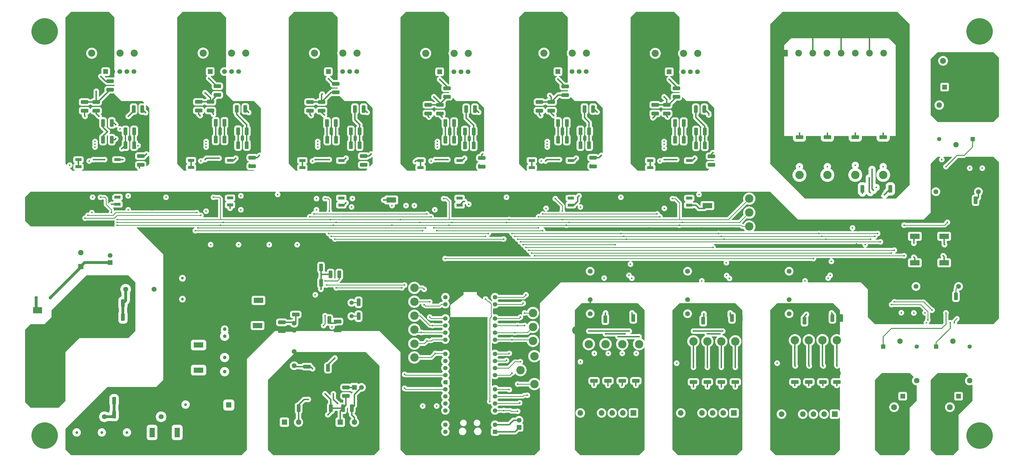
<source format=gbr>
%TF.GenerationSoftware,KiCad,Pcbnew,9.0.1*%
%TF.CreationDate,2025-12-19T01:31:40-08:00*%
%TF.ProjectId,ControlBoard,436f6e74-726f-46c4-926f-6172642e6b69,rev?*%
%TF.SameCoordinates,Original*%
%TF.FileFunction,Copper,L6,Bot*%
%TF.FilePolarity,Positive*%
%FSLAX46Y46*%
G04 Gerber Fmt 4.6, Leading zero omitted, Abs format (unit mm)*
G04 Created by KiCad (PCBNEW 9.0.1) date 2025-12-19 01:31:40*
%MOMM*%
%LPD*%
G01*
G04 APERTURE LIST*
G04 Aperture macros list*
%AMRoundRect*
0 Rectangle with rounded corners*
0 $1 Rounding radius*
0 $2 $3 $4 $5 $6 $7 $8 $9 X,Y pos of 4 corners*
0 Add a 4 corners polygon primitive as box body*
4,1,4,$2,$3,$4,$5,$6,$7,$8,$9,$2,$3,0*
0 Add four circle primitives for the rounded corners*
1,1,$1+$1,$2,$3*
1,1,$1+$1,$4,$5*
1,1,$1+$1,$6,$7*
1,1,$1+$1,$8,$9*
0 Add four rect primitives between the rounded corners*
20,1,$1+$1,$2,$3,$4,$5,0*
20,1,$1+$1,$4,$5,$6,$7,0*
20,1,$1+$1,$6,$7,$8,$9,0*
20,1,$1+$1,$8,$9,$2,$3,0*%
%AMFreePoly0*
4,1,37,0.603843,0.796157,0.639018,0.796157,0.711114,0.766294,0.766294,0.711114,0.796157,0.639018,0.796157,0.603843,0.800000,0.600000,0.800000,-0.600000,0.796157,-0.603843,0.796157,-0.639018,0.766294,-0.711114,0.711114,-0.766294,0.639018,-0.796157,0.603843,-0.796157,0.600000,-0.800000,0.000000,-0.800000,0.000000,-0.796148,-0.078414,-0.796148,-0.232228,-0.765552,-0.377117,-0.705537,
-0.507515,-0.618408,-0.618408,-0.507515,-0.705537,-0.377117,-0.765552,-0.232228,-0.796148,-0.078414,-0.796148,0.078414,-0.765552,0.232228,-0.705537,0.377117,-0.618408,0.507515,-0.507515,0.618408,-0.377117,0.705537,-0.232228,0.765552,-0.078414,0.796148,0.000000,0.796148,0.000000,0.800000,0.600000,0.800000,0.603843,0.796157,0.603843,0.796157,$1*%
%AMFreePoly1*
4,1,37,0.000000,0.796148,0.078414,0.796148,0.232228,0.765552,0.377117,0.705537,0.507515,0.618408,0.618408,0.507515,0.705537,0.377117,0.765552,0.232228,0.796148,0.078414,0.796148,-0.078414,0.765552,-0.232228,0.705537,-0.377117,0.618408,-0.507515,0.507515,-0.618408,0.377117,-0.705537,0.232228,-0.765552,0.078414,-0.796148,0.000000,-0.796148,0.000000,-0.800000,-0.600000,-0.800000,
-0.603843,-0.796157,-0.639018,-0.796157,-0.711114,-0.766294,-0.766294,-0.711114,-0.796157,-0.639018,-0.796157,-0.603843,-0.800000,-0.600000,-0.800000,0.600000,-0.796157,0.603843,-0.796157,0.639018,-0.766294,0.711114,-0.711114,0.766294,-0.639018,0.796157,-0.603843,0.796157,-0.600000,0.800000,0.000000,0.800000,0.000000,0.796148,0.000000,0.796148,$1*%
G04 Aperture macros list end*
%TA.AperFunction,SMDPad,CuDef*%
%ADD10R,3.500000X1.850000*%
%TD*%
%TA.AperFunction,SMDPad,CuDef*%
%ADD11RoundRect,0.250000X0.412500X1.100000X-0.412500X1.100000X-0.412500X-1.100000X0.412500X-1.100000X0*%
%TD*%
%TA.AperFunction,ComponentPad*%
%ADD12C,3.000000*%
%TD*%
%TA.AperFunction,SMDPad,CuDef*%
%ADD13RoundRect,0.250000X1.100000X-0.412500X1.100000X0.412500X-1.100000X0.412500X-1.100000X-0.412500X0*%
%TD*%
%TA.AperFunction,ComponentPad*%
%ADD14RoundRect,0.200000X0.600000X0.600000X-0.600000X0.600000X-0.600000X-0.600000X0.600000X-0.600000X0*%
%TD*%
%TA.AperFunction,ComponentPad*%
%ADD15C,1.600000*%
%TD*%
%TA.AperFunction,ComponentPad*%
%ADD16FreePoly0,180.000000*%
%TD*%
%TA.AperFunction,ComponentPad*%
%ADD17FreePoly1,180.000000*%
%TD*%
%TA.AperFunction,ComponentPad*%
%ADD18C,2.550000*%
%TD*%
%TA.AperFunction,SMDPad,CuDef*%
%ADD19RoundRect,0.250000X-1.075000X0.400000X-1.075000X-0.400000X1.075000X-0.400000X1.075000X0.400000X0*%
%TD*%
%TA.AperFunction,ComponentPad*%
%ADD20R,1.700000X1.700000*%
%TD*%
%TA.AperFunction,ComponentPad*%
%ADD21C,1.700000*%
%TD*%
%TA.AperFunction,SMDPad,CuDef*%
%ADD22R,2.300000X1.000000*%
%TD*%
%TA.AperFunction,SMDPad,CuDef*%
%ADD23RoundRect,0.250000X1.075000X-0.400000X1.075000X0.400000X-1.075000X0.400000X-1.075000X-0.400000X0*%
%TD*%
%TA.AperFunction,SMDPad,CuDef*%
%ADD24RoundRect,0.250000X-0.400000X-1.075000X0.400000X-1.075000X0.400000X1.075000X-0.400000X1.075000X0*%
%TD*%
%TA.AperFunction,SMDPad,CuDef*%
%ADD25RoundRect,0.250000X-0.412500X-1.100000X0.412500X-1.100000X0.412500X1.100000X-0.412500X1.100000X0*%
%TD*%
%TA.AperFunction,ComponentPad*%
%ADD26C,1.500000*%
%TD*%
%TA.AperFunction,ComponentPad*%
%ADD27R,1.950000X1.950000*%
%TD*%
%TA.AperFunction,ComponentPad*%
%ADD28C,1.950000*%
%TD*%
%TA.AperFunction,ComponentPad*%
%ADD29R,2.025000X2.025000*%
%TD*%
%TA.AperFunction,ComponentPad*%
%ADD30C,2.025000*%
%TD*%
%TA.AperFunction,ComponentPad*%
%ADD31C,2.100000*%
%TD*%
%TA.AperFunction,ComponentPad*%
%ADD32C,1.725000*%
%TD*%
%TA.AperFunction,ComponentPad*%
%ADD33C,1.217000*%
%TD*%
%TA.AperFunction,ComponentPad*%
%ADD34R,1.500000X1.500000*%
%TD*%
%TA.AperFunction,ComponentPad*%
%ADD35R,1.800000X1.800000*%
%TD*%
%TA.AperFunction,ComponentPad*%
%ADD36C,1.800000*%
%TD*%
%TA.AperFunction,ComponentPad*%
%ADD37C,9.500000*%
%TD*%
%TA.AperFunction,ComponentPad*%
%ADD38R,2.400000X2.400000*%
%TD*%
%TA.AperFunction,ComponentPad*%
%ADD39C,2.400000*%
%TD*%
%TA.AperFunction,ComponentPad*%
%ADD40R,1.303000X1.303000*%
%TD*%
%TA.AperFunction,ComponentPad*%
%ADD41C,1.303000*%
%TD*%
%TA.AperFunction,SMDPad,CuDef*%
%ADD42RoundRect,0.250000X-1.100000X0.412500X-1.100000X-0.412500X1.100000X-0.412500X1.100000X0.412500X0*%
%TD*%
%TA.AperFunction,SMDPad,CuDef*%
%ADD43RoundRect,0.250000X0.400000X1.075000X-0.400000X1.075000X-0.400000X-1.075000X0.400000X-1.075000X0*%
%TD*%
%TA.AperFunction,SMDPad,CuDef*%
%ADD44R,1.850000X3.500000*%
%TD*%
%TA.AperFunction,SMDPad,CuDef*%
%ADD45R,3.200000X2.250000*%
%TD*%
%TA.AperFunction,ViaPad*%
%ADD46C,0.600000*%
%TD*%
%TA.AperFunction,ViaPad*%
%ADD47C,1.000000*%
%TD*%
%TA.AperFunction,Conductor*%
%ADD48C,0.500000*%
%TD*%
%TA.AperFunction,Conductor*%
%ADD49C,0.350000*%
%TD*%
%TA.AperFunction,Conductor*%
%ADD50C,0.250000*%
%TD*%
%TA.AperFunction,Conductor*%
%ADD51C,1.000000*%
%TD*%
G04 APERTURE END LIST*
D10*
%TO.P,C175,2,-*%
%TO.N,/GND_A*%
X162000000Y-73000000D03*
%TO.P,C175,1,+*%
%TO.N,/+12V_A*%
X156700000Y-73000000D03*
%TD*%
%TO.P,C176,1,+*%
%TO.N,/+12V_A*%
X270000000Y-75000000D03*
%TO.P,C176,2,-*%
%TO.N,/GND_A*%
X275300000Y-75000000D03*
%TD*%
%TO.P,C167,2,-*%
%TO.N,/GND_A*%
X103500000Y-118000000D03*
%TO.P,C167,1,+*%
%TO.N,/+3.3V_A*%
X108800000Y-118000000D03*
%TD*%
%TO.P,C164,2,-*%
%TO.N,/GND_A*%
X82350000Y-125000000D03*
%TO.P,C164,1,+*%
%TO.N,/+3.3V_A*%
X87650000Y-125000000D03*
%TD*%
%TO.P,C165,2,-*%
%TO.N,/GND_A*%
X82350000Y-134000000D03*
%TO.P,C165,1,+*%
%TO.N,/+3.3V_A*%
X87650000Y-134000000D03*
%TD*%
%TO.P,C166,2,-*%
%TO.N,/GND_A*%
X103850000Y-109000000D03*
%TO.P,C166,1,+*%
%TO.N,/+3.3V_A*%
X109150000Y-109000000D03*
%TD*%
D11*
%TO.P,C44,2*%
%TO.N,/GateDriverAssembly/GateDriver_PH_U_H/+15V_B*%
X93817500Y-51300000D03*
%TO.P,C44,1*%
%TO.N,/GateDriverAssembly/GateDriver_PH_U_H/-9V_B*%
X96942500Y-51300000D03*
%TD*%
D10*
%TO.P,C163,1,+*%
%TO.N,/+12V_A*%
X354850000Y-95500000D03*
%TO.P,C163,2,-*%
%TO.N,/GND_A*%
X360150000Y-95500000D03*
%TD*%
%TO.P,C162,1,+*%
%TO.N,/+12V_A*%
X344350000Y-95500000D03*
%TO.P,C162,2,-*%
%TO.N,/GND_A*%
X349650000Y-95500000D03*
%TD*%
%TO.P,C161,1,+*%
%TO.N,/+12V_A*%
X354850000Y-86000000D03*
%TO.P,C161,2,-*%
%TO.N,/GND_A*%
X360150000Y-86000000D03*
%TD*%
%TO.P,C160,1,+*%
%TO.N,/+12V_A*%
X344350000Y-86000000D03*
%TO.P,C160,2,-*%
%TO.N,/GND_A*%
X349650000Y-86000000D03*
%TD*%
D12*
%TO.P,TP9,1,1*%
%TO.N,/ADC_1/ADC2_5VFILTER_3/OUT*%
X239500000Y-124675000D03*
%TD*%
%TO.P,TP7,1,1*%
%TO.N,/ADC_1/ADC2_5VFILTER_1/OUT*%
X227500000Y-124675000D03*
%TD*%
D13*
%TO.P,C112,2*%
%TO.N,/ISENSE_GND_Y*%
X229367500Y-134723750D03*
%TO.P,C112,1*%
%TO.N,/ADC_1/ADC2_5VFILTER_1/OUT*%
X229367500Y-137848750D03*
%TD*%
%TO.P,C114,2*%
%TO.N,/ISENSE_GND_Y*%
X239500000Y-134723750D03*
%TO.P,C114,1*%
%TO.N,/ADC_1/ADC2_5VFILTER_3/OUT*%
X239500000Y-137848750D03*
%TD*%
D12*
%TO.P,TP39,1,1*%
%TO.N,/GND_A*%
X292500000Y-77500000D03*
%TD*%
%TO.P,TP38,1,1*%
%TO.N,/Control/GATE_DRIVER_RESET_A*%
X285000000Y-72500000D03*
%TD*%
%TO.P,TP37,1,1*%
%TO.N,/Control/GATE_DRIVER_READY_A*%
X285000000Y-77500000D03*
%TD*%
%TO.P,TP36,1,1*%
%TO.N,/Control/GATE_DRIVER_FAULT_A*%
X285000000Y-82500000D03*
%TD*%
D14*
%TO.P,A1,1,GPIO0*%
%TO.N,Net-(A1-GPIO0)*%
X193890000Y-156092500D03*
D15*
%TO.P,A1,2,GPIO1*%
%TO.N,Net-(A1-GPIO1)*%
X193890000Y-153552500D03*
D16*
%TO.P,A1,3,GND*%
%TO.N,/GND_A*%
X193890000Y-151012500D03*
D15*
%TO.P,A1,4,GPIO2*%
%TO.N,/SPI1_SCK_A*%
X193890000Y-148472500D03*
%TO.P,A1,5,GPIO3*%
%TO.N,/SPI1_TX_A*%
X193890000Y-145932500D03*
%TO.P,A1,6,GPIO4*%
%TO.N,/SPI1_RX_A*%
X193890000Y-143392500D03*
%TO.P,A1,7,GPIO5*%
%TO.N,/RELAY_1_A*%
X193890000Y-140852500D03*
D16*
%TO.P,A1,8,GND*%
%TO.N,/GND_A*%
X193890000Y-138312500D03*
D15*
%TO.P,A1,9,GPIO6*%
%TO.N,/RELAY_2_A*%
X193890000Y-135772500D03*
%TO.P,A1,10,GPIO7*%
%TO.N,/RELAY_3_A*%
X193890000Y-133232500D03*
%TO.P,A1,11,GPIO8*%
%TO.N,/Control/GATE_DRIVER_READY_A*%
X193890000Y-130692500D03*
%TO.P,A1,12,GPIO9*%
%TO.N,/Control/GATE_DRIVER_RESET_A*%
X193890000Y-128152500D03*
D16*
%TO.P,A1,13,GND*%
%TO.N,/GND_A*%
X193890000Y-125612500D03*
D15*
%TO.P,A1,14,GPIO10*%
%TO.N,/SPI2_SCK_A*%
X193890000Y-123072500D03*
%TO.P,A1,15,GPIO11*%
%TO.N,/SPI2_TX_A*%
X193890000Y-120532500D03*
%TO.P,A1,16,GPIO12*%
%TO.N,/SPI2_RX_A*%
X193890000Y-117992500D03*
%TO.P,A1,17,GPIO13*%
%TO.N,/SPI2_ADC1_CS_A*%
X193890000Y-115452500D03*
D16*
%TO.P,A1,18,GND*%
%TO.N,/GND_A*%
X193890000Y-112912500D03*
D15*
%TO.P,A1,19,GPIO14*%
%TO.N,/SPI2_ADC2_CS_A*%
X193890000Y-110372500D03*
%TO.P,A1,20,GPIO15*%
%TO.N,/SPI2_ADC3_CS_A*%
X193890000Y-107832500D03*
%TO.P,A1,21,GPIO16*%
%TO.N,/SPI2_ADC4_CS_A*%
X176110000Y-107832500D03*
%TO.P,A1,22,GPIO17*%
%TO.N,/Control/PH_U_L_A*%
X176110000Y-110372500D03*
D17*
%TO.P,A1,23,GND*%
%TO.N,/GND_A*%
X176110000Y-112912500D03*
D15*
%TO.P,A1,24,GPIO18*%
%TO.N,/Control/PH_V_L_A*%
X176110000Y-115452500D03*
%TO.P,A1,25,GPIO19*%
%TO.N,/Control/PH_W_L_A*%
X176110000Y-117992500D03*
%TO.P,A1,26,GPIO20*%
%TO.N,/Control/PH_U_H_A*%
X176110000Y-120532500D03*
%TO.P,A1,27,GPIO21*%
%TO.N,/Control/PH_V_H_A*%
X176110000Y-123072500D03*
D17*
%TO.P,A1,28,GND*%
%TO.N,/GND_A*%
X176110000Y-125612500D03*
D15*
%TO.P,A1,29,GPIO22*%
%TO.N,/Control/PH_W_H_A*%
X176110000Y-128152500D03*
%TO.P,A1,30,RUN*%
%TO.N,unconnected-(A1-RUN-Pad30)_1*%
X176110000Y-130692500D03*
%TO.P,A1,31,GPIO26_ADC0*%
%TO.N,/Control/GATE_DRIVER_FAULT_A*%
X176110000Y-133232500D03*
%TO.P,A1,32,GPIO27_ADC1*%
%TO.N,/SPI1_CAN_CS_A*%
X176110000Y-135772500D03*
D17*
%TO.P,A1,33,AGND*%
%TO.N,Net-(A1-AGND)*%
X176110000Y-138312500D03*
D15*
%TO.P,A1,34,GPIO28_ADC2*%
%TO.N,/SPI1_CAN_INT_A*%
X176110000Y-140852500D03*
%TO.P,A1,35,ADC_VREF*%
%TO.N,unconnected-(A1-ADC_VREF-Pad35)_1*%
X176110000Y-143392500D03*
%TO.P,A1,36,3V3*%
%TO.N,/+3.3V_A*%
X176110000Y-145932500D03*
%TO.P,A1,37,3V3_EN*%
%TO.N,unconnected-(A1-3V3_EN-Pad37)*%
X176110000Y-148472500D03*
D17*
%TO.P,A1,38,GND*%
%TO.N,/GND_A*%
X176110000Y-151012500D03*
D15*
%TO.P,A1,39,VSYS*%
%TO.N,unconnected-(A1-VSYS-Pad39)*%
X176110000Y-153552500D03*
%TO.P,A1,40,VBUS*%
%TO.N,unconnected-(A1-VBUS-Pad40)*%
X176110000Y-156092500D03*
%TD*%
D18*
%TO.P,J20,1,1*%
%TO.N,/Connectors/PH_W_H_G*%
X251320000Y-20400000D03*
%TO.P,J20,2,2*%
%TO.N,/GateDriverAssembly/GateDriver_PH_W_H/GND_B*%
X256400000Y-20400000D03*
%TO.P,J20,3,3*%
%TO.N,unconnected-(J20-Pad3)*%
X261480000Y-20400000D03*
%TO.P,J20,4,4*%
%TO.N,/Connectors/PH_W_H_C*%
X266560000Y-20400000D03*
%TD*%
D19*
%TO.P,R59,1*%
%TO.N,Net-(FB5-Pad2)*%
X255463250Y-38850000D03*
%TO.P,R59,2*%
%TO.N,Net-(D10-A)*%
X255463250Y-41950000D03*
%TD*%
D11*
%TO.P,C91,1*%
%TO.N,/GateDriverAssembly/GateDriver_PH_W_H/+15V_B*%
X269065000Y-48400000D03*
%TO.P,C91,2*%
%TO.N,/GateDriverAssembly/GateDriver_PH_W_H/-9V_B*%
X265940000Y-48400000D03*
%TD*%
%TO.P,C92,1*%
%TO.N,/GateDriverAssembly/GateDriver_PH_W_H/-9V_B*%
X261502500Y-51400000D03*
%TO.P,C92,2*%
%TO.N,/GateDriverAssembly/GateDriver_PH_W_H/+15V_B*%
X258377500Y-51400000D03*
%TD*%
D20*
%TO.P,J17,1,Pin_1*%
%TO.N,/Connectors/PH_W_H_G*%
X256320000Y-27012500D03*
D21*
%TO.P,J17,2,Pin_2*%
%TO.N,/GateDriverAssembly/GateDriver_PH_W_H/GND_B*%
X258860000Y-27012500D03*
%TO.P,J17,3,Pin_3*%
%TO.N,unconnected-(J17-Pin_3-Pad3)*%
X261400000Y-27012500D03*
%TO.P,J17,4,Pin_4*%
%TO.N,unconnected-(J17-Pin_4-Pad4)*%
X263940000Y-27012500D03*
%TO.P,J17,5,Pin_5*%
%TO.N,/Connectors/PH_W_H_C*%
X266480000Y-27012500D03*
%TD*%
D22*
%TO.P,PS11,1,-VIN*%
%TO.N,/GND_A*%
X249495000Y-74866000D03*
%TO.P,PS11,3,-VOUT_1*%
%TO.N,/GateDriverAssembly/GateDriver_PH_W_H/-9V_B*%
X249495000Y-61406000D03*
%TO.P,PS11,4,-VOUT_2*%
X249495000Y-58866000D03*
%TO.P,PS11,5,+VOUT*%
%TO.N,/GateDriverAssembly/GateDriver_PH_W_H/+15V_B*%
X263465000Y-58866000D03*
%TO.P,PS11,6,0V*%
%TO.N,/GateDriverAssembly/GateDriver_PH_W_H/GND_B*%
X263465000Y-61406000D03*
%TO.P,PS11,7,NC*%
%TO.N,unconnected-(PS11-NC-Pad7)*%
X263465000Y-72326000D03*
%TO.P,PS11,8,+VIN*%
%TO.N,/+12V_A*%
X263465000Y-74866000D03*
%TD*%
D23*
%TO.P,R64,1*%
%TO.N,Net-(LED28-A)*%
X271440000Y-60400000D03*
%TO.P,R64,2*%
%TO.N,/GateDriverAssembly/GateDriver_PH_W_H/+15V_B*%
X271440000Y-57300000D03*
%TD*%
D24*
%TO.P,R60,1*%
%TO.N,/GateDriverAssembly/GateDriver_PH_W_H/+15V_B*%
X265840000Y-40400000D03*
%TO.P,R60,2*%
%TO.N,Net-(IC11-DESAT)*%
X268940000Y-40400000D03*
%TD*%
D19*
%TO.P,R62,1*%
%TO.N,/Connectors/PH_W_H_G*%
X258940000Y-32900000D03*
%TO.P,R62,2*%
%TO.N,Net-(FB5-Pad2)*%
X258940000Y-36000000D03*
%TD*%
D11*
%TO.P,C96,1*%
%TO.N,/GateDriverAssembly/GateDriver_PH_W_H/+15V_B*%
X269067500Y-53400000D03*
%TO.P,C96,2*%
%TO.N,/GateDriverAssembly/GateDriver_PH_W_H/-9V_B*%
X265942500Y-53400000D03*
%TD*%
D19*
%TO.P,R58,1*%
%TO.N,Net-(FB5-Pad2)*%
X251253250Y-38850000D03*
%TO.P,R58,2*%
%TO.N,Net-(D10-K)*%
X251253250Y-41950000D03*
%TD*%
D25*
%TO.P,C93,1*%
%TO.N,/GateDriverAssembly/GateDriver_PH_W_H/+15V_B*%
X258377500Y-45400000D03*
%TO.P,C93,2*%
%TO.N,/GateDriverAssembly/GateDriver_PH_W_H/-9V_B*%
X261502500Y-45400000D03*
%TD*%
D18*
%TO.P,J14,4,4*%
%TO.N,/Connectors/PH_W_L_C*%
X226680000Y-20350000D03*
%TO.P,J14,3,3*%
%TO.N,unconnected-(J14-Pad3)*%
X221600000Y-20350000D03*
%TO.P,J14,2,2*%
%TO.N,/GateDriverAssembly/GateDriver_PH_W_L/GND_B*%
X216520000Y-20350000D03*
%TO.P,J14,1,1*%
%TO.N,/Connectors/PH_W_L_G*%
X211440000Y-20350000D03*
%TD*%
D19*
%TO.P,R68,2*%
%TO.N,Net-(D12-K)*%
X209826750Y-40950000D03*
%TO.P,R68,1*%
%TO.N,Net-(FB6-Pad2)*%
X209826750Y-37850000D03*
%TD*%
D22*
%TO.P,PS12,8,+VIN*%
%TO.N,/+12V_A*%
X221085000Y-74816000D03*
%TO.P,PS12,7,NC*%
%TO.N,unconnected-(PS12-NC-Pad7)*%
X221085000Y-72276000D03*
%TO.P,PS12,6,0V*%
%TO.N,/GateDriverAssembly/GateDriver_PH_W_L/GND_B*%
X221085000Y-61356000D03*
%TO.P,PS12,5,+VOUT*%
%TO.N,/GateDriverAssembly/GateDriver_PH_W_L/+15V_B*%
X221085000Y-58816000D03*
%TO.P,PS12,4,-VOUT_2*%
%TO.N,/GateDriverAssembly/GateDriver_PH_W_L/-9V_B*%
X207115000Y-58816000D03*
%TO.P,PS12,3,-VOUT_1*%
X207115000Y-61356000D03*
%TO.P,PS12,1,-VIN*%
%TO.N,/GND_A*%
X207115000Y-74816000D03*
%TD*%
D11*
%TO.P,C102,2*%
%TO.N,/GateDriverAssembly/GateDriver_PH_W_L/-9V_B*%
X224497500Y-53350000D03*
%TO.P,C102,1*%
%TO.N,/GateDriverAssembly/GateDriver_PH_W_L/+15V_B*%
X227622500Y-53350000D03*
%TD*%
D19*
%TO.P,R69,2*%
%TO.N,Net-(D12-A)*%
X214036750Y-40950000D03*
%TO.P,R69,1*%
%TO.N,Net-(FB6-Pad2)*%
X214036750Y-37850000D03*
%TD*%
D11*
%TO.P,C107,2*%
%TO.N,/GateDriverAssembly/GateDriver_PH_W_L/-9V_B*%
X224497500Y-48350000D03*
%TO.P,C107,1*%
%TO.N,/GateDriverAssembly/GateDriver_PH_W_L/+15V_B*%
X227622500Y-48350000D03*
%TD*%
D19*
%TO.P,R72,2*%
%TO.N,Net-(FB6-Pad2)*%
X219060000Y-35350000D03*
%TO.P,R72,1*%
%TO.N,/Connectors/PH_W_L_G*%
X219060000Y-32250000D03*
%TD*%
D24*
%TO.P,R70,2*%
%TO.N,Net-(IC12-DESAT)*%
X229060000Y-40350000D03*
%TO.P,R70,1*%
%TO.N,/GateDriverAssembly/GateDriver_PH_W_L/+15V_B*%
X225960000Y-40350000D03*
%TD*%
D21*
%TO.P,J9,5,Pin_5*%
%TO.N,/Connectors/PH_W_L_C*%
X226600000Y-26962500D03*
%TO.P,J9,4,Pin_4*%
%TO.N,unconnected-(J9-Pin_4-Pad4)*%
X224060000Y-26962500D03*
%TO.P,J9,3,Pin_3*%
%TO.N,unconnected-(J9-Pin_3-Pad3)*%
X221520000Y-26962500D03*
%TO.P,J9,2,Pin_2*%
%TO.N,/GateDriverAssembly/GateDriver_PH_W_L/GND_B*%
X218980000Y-26962500D03*
D20*
%TO.P,J9,1,Pin_1*%
%TO.N,/Connectors/PH_W_L_G*%
X216440000Y-26962500D03*
%TD*%
D11*
%TO.P,C103,2*%
%TO.N,/GateDriverAssembly/GateDriver_PH_W_L/+15V_B*%
X216497500Y-51350000D03*
%TO.P,C103,1*%
%TO.N,/GateDriverAssembly/GateDriver_PH_W_L/-9V_B*%
X219622500Y-51350000D03*
%TD*%
D25*
%TO.P,C104,2*%
%TO.N,/GateDriverAssembly/GateDriver_PH_W_L/-9V_B*%
X219622500Y-45350000D03*
%TO.P,C104,1*%
%TO.N,/GateDriverAssembly/GateDriver_PH_W_L/+15V_B*%
X216497500Y-45350000D03*
%TD*%
D23*
%TO.P,R74,2*%
%TO.N,/GateDriverAssembly/GateDriver_PH_W_L/+15V_B*%
X229060000Y-57850000D03*
%TO.P,R74,1*%
%TO.N,Net-(LED32-A)*%
X229060000Y-60950000D03*
%TD*%
D18*
%TO.P,J19,1,1*%
%TO.N,/Connectors/PH_V_H_G*%
X169060000Y-20400000D03*
%TO.P,J19,2,2*%
%TO.N,/GateDriverAssembly/GateDriver_PH_V_H/GND_B*%
X174140000Y-20400000D03*
%TO.P,J19,3,3*%
%TO.N,unconnected-(J19-Pad3)*%
X179220000Y-20400000D03*
%TO.P,J19,4,4*%
%TO.N,/Connectors/PH_V_H_C*%
X184300000Y-20400000D03*
%TD*%
D19*
%TO.P,R38,1*%
%TO.N,Net-(FB3-Pad2)*%
X169970000Y-38850000D03*
%TO.P,R38,2*%
%TO.N,Net-(D6-K)*%
X169970000Y-41950000D03*
%TD*%
%TO.P,R39,1*%
%TO.N,Net-(FB3-Pad2)*%
X174180000Y-38850000D03*
%TO.P,R39,2*%
%TO.N,Net-(D6-A)*%
X174180000Y-41950000D03*
%TD*%
D11*
%TO.P,C70,1*%
%TO.N,/GateDriverAssembly/GateDriver_PH_V_H/-9V_B*%
X179242500Y-51400000D03*
%TO.P,C70,2*%
%TO.N,/GateDriverAssembly/GateDriver_PH_V_H/+15V_B*%
X176117500Y-51400000D03*
%TD*%
D24*
%TO.P,R40,1*%
%TO.N,/GateDriverAssembly/GateDriver_PH_V_H/+15V_B*%
X183580000Y-40400000D03*
%TO.P,R40,2*%
%TO.N,Net-(IC9-DESAT)*%
X186680000Y-40400000D03*
%TD*%
D23*
%TO.P,R44,1*%
%TO.N,Net-(LED20-A)*%
X189180000Y-61000000D03*
%TO.P,R44,2*%
%TO.N,/GateDriverAssembly/GateDriver_PH_V_H/+15V_B*%
X189180000Y-57900000D03*
%TD*%
D25*
%TO.P,C71,1*%
%TO.N,/GateDriverAssembly/GateDriver_PH_V_H/+15V_B*%
X176117500Y-45400000D03*
%TO.P,C71,2*%
%TO.N,/GateDriverAssembly/GateDriver_PH_V_H/-9V_B*%
X179242500Y-45400000D03*
%TD*%
D20*
%TO.P,J16,1,Pin_1*%
%TO.N,/Connectors/PH_V_H_G*%
X174060000Y-27012500D03*
D21*
%TO.P,J16,2,Pin_2*%
%TO.N,/GateDriverAssembly/GateDriver_PH_V_H/GND_B*%
X176600000Y-27012500D03*
%TO.P,J16,3,Pin_3*%
%TO.N,unconnected-(J16-Pin_3-Pad3)*%
X179140000Y-27012500D03*
%TO.P,J16,4,Pin_4*%
%TO.N,unconnected-(J16-Pin_4-Pad4)*%
X181680000Y-27012500D03*
%TO.P,J16,5,Pin_5*%
%TO.N,/Connectors/PH_V_H_C*%
X184220000Y-27012500D03*
%TD*%
D11*
%TO.P,C72,1*%
%TO.N,/GateDriverAssembly/GateDriver_PH_V_H/+15V_B*%
X186242500Y-53400000D03*
%TO.P,C72,2*%
%TO.N,/GateDriverAssembly/GateDriver_PH_V_H/-9V_B*%
X183117500Y-53400000D03*
%TD*%
%TO.P,C69,1*%
%TO.N,/GateDriverAssembly/GateDriver_PH_V_H/+15V_B*%
X186242500Y-48400000D03*
%TO.P,C69,2*%
%TO.N,/GateDriverAssembly/GateDriver_PH_V_H/-9V_B*%
X183117500Y-48400000D03*
%TD*%
D22*
%TO.P,PS9,1,-VIN*%
%TO.N,/GND_A*%
X167235000Y-74866000D03*
%TO.P,PS9,3,-VOUT_1*%
%TO.N,/GateDriverAssembly/GateDriver_PH_V_H/-9V_B*%
X167235000Y-61406000D03*
%TO.P,PS9,4,-VOUT_2*%
X167235000Y-58866000D03*
%TO.P,PS9,5,+VOUT*%
%TO.N,/GateDriverAssembly/GateDriver_PH_V_H/+15V_B*%
X181205000Y-58866000D03*
%TO.P,PS9,6,0V*%
%TO.N,/GateDriverAssembly/GateDriver_PH_V_H/GND_B*%
X181205000Y-61406000D03*
%TO.P,PS9,7,NC*%
%TO.N,unconnected-(PS9-NC-Pad7)*%
X181205000Y-72326000D03*
%TO.P,PS9,8,+VIN*%
%TO.N,/+12V_A*%
X181205000Y-74866000D03*
%TD*%
D19*
%TO.P,R42,1*%
%TO.N,/Connectors/PH_V_H_G*%
X176680000Y-32900000D03*
%TO.P,R42,2*%
%TO.N,Net-(FB3-Pad2)*%
X176680000Y-36000000D03*
%TD*%
D18*
%TO.P,J13,1,1*%
%TO.N,/Connectors/PH_V_L_G*%
X129180000Y-20350000D03*
%TO.P,J13,2,2*%
%TO.N,/GateDriverAssembly/GateDriver_PH_V_L/GND_B*%
X134260000Y-20350000D03*
%TO.P,J13,3,3*%
%TO.N,unconnected-(J13-Pad3)*%
X139340000Y-20350000D03*
%TO.P,J13,4,4*%
%TO.N,/Connectors/PH_V_L_C*%
X144420000Y-20350000D03*
%TD*%
D22*
%TO.P,PS10,1,-VIN*%
%TO.N,/GND_A*%
X124855000Y-74816000D03*
%TO.P,PS10,3,-VOUT_1*%
%TO.N,/GateDriverAssembly/GateDriver_PH_V_L/-9V_B*%
X124855000Y-61356000D03*
%TO.P,PS10,4,-VOUT_2*%
X124855000Y-58816000D03*
%TO.P,PS10,5,+VOUT*%
%TO.N,/GateDriverAssembly/GateDriver_PH_V_L/+15V_B*%
X138825000Y-58816000D03*
%TO.P,PS10,6,0V*%
%TO.N,/GateDriverAssembly/GateDriver_PH_V_L/GND_B*%
X138825000Y-61356000D03*
%TO.P,PS10,7,NC*%
%TO.N,unconnected-(PS10-NC-Pad7)*%
X138825000Y-72276000D03*
%TO.P,PS10,8,+VIN*%
%TO.N,/+12V_A*%
X138825000Y-74816000D03*
%TD*%
D24*
%TO.P,R50,1*%
%TO.N,/GateDriverAssembly/GateDriver_PH_V_L/+15V_B*%
X143700000Y-40350000D03*
%TO.P,R50,2*%
%TO.N,Net-(IC10-DESAT)*%
X146800000Y-40350000D03*
%TD*%
D11*
%TO.P,C80,1*%
%TO.N,/GateDriverAssembly/GateDriver_PH_V_L/+15V_B*%
X145362500Y-48350000D03*
%TO.P,C80,2*%
%TO.N,/GateDriverAssembly/GateDriver_PH_V_L/-9V_B*%
X142237500Y-48350000D03*
%TD*%
D25*
%TO.P,C82,1*%
%TO.N,/GateDriverAssembly/GateDriver_PH_V_L/+15V_B*%
X133675000Y-45350000D03*
%TO.P,C82,2*%
%TO.N,/GateDriverAssembly/GateDriver_PH_V_L/-9V_B*%
X136800000Y-45350000D03*
%TD*%
D19*
%TO.P,R52,1*%
%TO.N,/Connectors/PH_V_L_G*%
X136800000Y-31300000D03*
%TO.P,R52,2*%
%TO.N,Net-(FB4-Pad2)*%
X136800000Y-34400000D03*
%TD*%
D23*
%TO.P,R54,1*%
%TO.N,Net-(LED24-A)*%
X146800000Y-60350000D03*
%TO.P,R54,2*%
%TO.N,/GateDriverAssembly/GateDriver_PH_V_L/+15V_B*%
X146800000Y-57250000D03*
%TD*%
D19*
%TO.P,R49,1*%
%TO.N,Net-(FB4-Pad2)*%
X131776750Y-37850000D03*
%TO.P,R49,2*%
%TO.N,Net-(D8-A)*%
X131776750Y-40950000D03*
%TD*%
D11*
%TO.P,C81,1*%
%TO.N,/GateDriverAssembly/GateDriver_PH_V_L/-9V_B*%
X136925000Y-51350000D03*
%TO.P,C81,2*%
%TO.N,/GateDriverAssembly/GateDriver_PH_V_L/+15V_B*%
X133800000Y-51350000D03*
%TD*%
D19*
%TO.P,R48,1*%
%TO.N,Net-(FB4-Pad2)*%
X127566750Y-37850000D03*
%TO.P,R48,2*%
%TO.N,Net-(D8-K)*%
X127566750Y-40950000D03*
%TD*%
D20*
%TO.P,J8,1,Pin_1*%
%TO.N,/Connectors/PH_V_L_G*%
X134180000Y-26962500D03*
D21*
%TO.P,J8,2,Pin_2*%
%TO.N,/GateDriverAssembly/GateDriver_PH_V_L/GND_B*%
X136720000Y-26962500D03*
%TO.P,J8,3,Pin_3*%
%TO.N,unconnected-(J8-Pin_3-Pad3)*%
X139260000Y-26962500D03*
%TO.P,J8,4,Pin_4*%
%TO.N,unconnected-(J8-Pin_4-Pad4)*%
X141800000Y-26962500D03*
%TO.P,J8,5,Pin_5*%
%TO.N,/Connectors/PH_V_L_C*%
X144340000Y-26962500D03*
%TD*%
D11*
%TO.P,C85,1*%
%TO.N,/GateDriverAssembly/GateDriver_PH_V_L/+15V_B*%
X145362500Y-53350000D03*
%TO.P,C85,2*%
%TO.N,/GateDriverAssembly/GateDriver_PH_V_L/-9V_B*%
X142237500Y-53350000D03*
%TD*%
D18*
%TO.P,J18,4,4*%
%TO.N,/Connectors/PH_U_H_C*%
X104540000Y-20300000D03*
%TO.P,J18,3,3*%
%TO.N,unconnected-(J18-Pad3)*%
X99460000Y-20300000D03*
%TO.P,J18,2,2*%
%TO.N,/GateDriverAssembly/GateDriver_PH_U_H/GND_B*%
X94380000Y-20300000D03*
%TO.P,J18,1,1*%
%TO.N,/Connectors/PH_U_H_G*%
X89300000Y-20300000D03*
%TD*%
D19*
%TO.P,R16,1*%
%TO.N,Net-(FB1-Pad2)*%
X87710000Y-37800000D03*
%TO.P,R16,2*%
%TO.N,Net-(D1-K)*%
X87710000Y-40900000D03*
%TD*%
D24*
%TO.P,R18,1*%
%TO.N,/GateDriverAssembly/GateDriver_PH_U_H/+15V_B*%
X101320000Y-40300000D03*
%TO.P,R18,2*%
%TO.N,Net-(IC7-DESAT)*%
X104420000Y-40300000D03*
%TD*%
D11*
%TO.P,C48,1*%
%TO.N,/GateDriverAssembly/GateDriver_PH_U_H/+15V_B*%
X104942500Y-53300000D03*
%TO.P,C48,2*%
%TO.N,/GateDriverAssembly/GateDriver_PH_U_H/-9V_B*%
X101817500Y-53300000D03*
%TD*%
D23*
%TO.P,R22,1*%
%TO.N,Net-(LED10-A)*%
X106880000Y-60900000D03*
%TO.P,R22,2*%
%TO.N,/GateDriverAssembly/GateDriver_PH_U_H/+15V_B*%
X106880000Y-57800000D03*
%TD*%
D25*
%TO.P,C45,1*%
%TO.N,/GateDriverAssembly/GateDriver_PH_U_H/+15V_B*%
X93817500Y-45300000D03*
%TO.P,C45,2*%
%TO.N,/GateDriverAssembly/GateDriver_PH_U_H/-9V_B*%
X96942500Y-45300000D03*
%TD*%
D19*
%TO.P,R20,1*%
%TO.N,/Connectors/PH_U_H_G*%
X94420000Y-32200000D03*
%TO.P,R20,2*%
%TO.N,Net-(FB1-Pad2)*%
X94420000Y-35300000D03*
%TD*%
%TO.P,R17,1*%
%TO.N,Net-(FB1-Pad2)*%
X91920000Y-37800000D03*
%TO.P,R17,2*%
%TO.N,Net-(D1-A)*%
X91920000Y-40900000D03*
%TD*%
D20*
%TO.P,J15,1,Pin_1*%
%TO.N,/Connectors/PH_U_H_G*%
X91840000Y-26912500D03*
D21*
%TO.P,J15,2,Pin_2*%
%TO.N,/GateDriverAssembly/GateDriver_PH_U_H/GND_B*%
X94380000Y-26912500D03*
%TO.P,J15,3,Pin_3*%
%TO.N,unconnected-(J15-Pin_3-Pad3)*%
X96920000Y-26912500D03*
%TO.P,J15,4,Pin_4*%
%TO.N,unconnected-(J15-Pin_4-Pad4)*%
X99460000Y-26912500D03*
%TO.P,J15,5,Pin_5*%
%TO.N,/Connectors/PH_U_H_C*%
X102000000Y-26912500D03*
%TD*%
D22*
%TO.P,PS5,1,-VIN*%
%TO.N,/GND_A*%
X84975000Y-74766000D03*
%TO.P,PS5,3,-VOUT_1*%
%TO.N,/GateDriverAssembly/GateDriver_PH_U_H/-9V_B*%
X84975000Y-61306000D03*
%TO.P,PS5,4,-VOUT_2*%
X84975000Y-58766000D03*
%TO.P,PS5,5,+VOUT*%
%TO.N,/GateDriverAssembly/GateDriver_PH_U_H/+15V_B*%
X98945000Y-58766000D03*
%TO.P,PS5,6,0V*%
%TO.N,/GateDriverAssembly/GateDriver_PH_U_H/GND_B*%
X98945000Y-61306000D03*
%TO.P,PS5,7,NC*%
%TO.N,unconnected-(PS5-NC-Pad7)*%
X98945000Y-72226000D03*
%TO.P,PS5,8,+VIN*%
%TO.N,/+12V_A*%
X98945000Y-74766000D03*
%TD*%
D11*
%TO.P,C43,1*%
%TO.N,/GateDriverAssembly/GateDriver_PH_U_H/+15V_B*%
X104942500Y-48300000D03*
%TO.P,C43,2*%
%TO.N,/GateDriverAssembly/GateDriver_PH_U_H/-9V_B*%
X101817500Y-48300000D03*
%TD*%
D26*
%TO.P,Y1,1,1*%
%TO.N,Net-(IC5-OSC2)*%
X142500000Y-109795000D03*
%TO.P,Y1,2,2*%
%TO.N,Net-(IC5-OSC1)*%
X142500000Y-114675000D03*
%TD*%
D12*
%TO.P,TP26,1,1*%
%TO.N,/SPI1_TX_A*%
X203000000Y-134000000D03*
%TD*%
%TO.P,TP14,1,1*%
%TO.N,/ADC_2/ADC4_5VFILTER_1/OUT*%
X316367500Y-123286250D03*
%TD*%
%TO.P,TP32,1,1*%
%TO.N,/Control/PH_W_L_A*%
X165000000Y-114500000D03*
%TD*%
D27*
%TO.P,J22,1,1*%
%TO.N,/Connectors/+VIN_Z*%
X45450000Y-96855000D03*
D28*
%TO.P,J22,2,2*%
%TO.N,/Connectors/VIN_GND*%
X45450000Y-91855000D03*
%TD*%
D27*
%TO.P,J27,1,1*%
%TO.N,/+12V_A*%
X98500000Y-146500000D03*
D28*
%TO.P,J27,2,2*%
%TO.N,/GND_A*%
X93500000Y-146500000D03*
%TD*%
D29*
%TO.P,J24,1,1*%
%TO.N,/ISENSE_PH_W_Y*%
X243525000Y-149356250D03*
D30*
%TO.P,J24,2,2*%
%TO.N,/ISENSE_PH_V_Y*%
X239715000Y-149356250D03*
%TO.P,J24,3,3*%
%TO.N,/ISENSE_PH_U_Y*%
X235905000Y-149356250D03*
%TO.P,J24,4,4*%
%TO.N,/ISENSE_DC_LINK_Y*%
X232095000Y-149356250D03*
%TO.P,J24,5,5*%
%TO.N,/ISENSE_GND_Y*%
X228285000Y-149356250D03*
%TO.P,J24,6,6*%
%TO.N,/+5V_Y*%
X224475000Y-149356250D03*
%TD*%
D12*
%TO.P,TP31,1,1*%
%TO.N,/Control/PH_V_L_A*%
X165000000Y-109462500D03*
%TD*%
%TO.P,TP4,1,1*%
%TO.N,/ADC_1/VoltageSenseInputStage3/LV_OUT*%
X303000000Y-64000000D03*
%TD*%
D31*
%TO.P,J6,1,1*%
%TO.N,/RELAY1_COM*%
X336905000Y-147285000D03*
%TO.P,J6,2,2*%
%TO.N,/RELAY1_NO*%
X333095000Y-147285000D03*
%TD*%
D12*
%TO.P,TP22,1,1*%
%TO.N,/SPI2_TX_A*%
X207500000Y-118500000D03*
%TD*%
%TO.P,TP30,1,1*%
%TO.N,/Control/PH_U_L_A*%
X165000000Y-104500000D03*
%TD*%
%TO.P,TP20,1,1*%
%TO.N,/ADC_2/ADC4_5VFILTER_4/OUT*%
X301367500Y-123286250D03*
%TD*%
D32*
%TO.P,PS1,1,+VIN*%
%TO.N,/+12V_A*%
X228000000Y-98515000D03*
%TO.P,PS1,2,-VIN*%
%TO.N,/GND_A*%
X228000000Y-101055000D03*
%TO.P,PS1,5,-VOUT*%
%TO.N,/ISENSE_GND_Y*%
X228000000Y-108675000D03*
%TO.P,PS1,7,+VOUT*%
%TO.N,/+5V_Y*%
X228000000Y-113755000D03*
%TD*%
D12*
%TO.P,TP21,1,1*%
%TO.N,/SPI2_SCK_A*%
X207500000Y-123500000D03*
%TD*%
D33*
%TO.P,F1,1*%
%TO.N,/Connectors/+VIN_Z*%
X34550000Y-108000000D03*
%TO.P,F1,2*%
%TO.N,Net-(D3-A)*%
X29450000Y-108000000D03*
%TD*%
D34*
%TO.P,K1,1,COIL_1*%
%TO.N,Net-(IC13-C2{slash}A2)*%
X333000000Y-125590000D03*
D28*
%TO.P,K1,2,NO*%
%TO.N,/RELAY1_NO*%
X333000000Y-137790000D03*
%TO.P,K1,3,NC*%
%TO.N,unconnected-(K1-NC-Pad3)*%
X345000000Y-137790000D03*
D26*
%TO.P,K1,4,COIL_2*%
%TO.N,/OutputRelays/+5V_A_INT_2*%
X345000000Y-125590000D03*
D28*
%TO.P,K1,5,COM*%
%TO.N,/RELAY1_COM*%
X339000000Y-123590000D03*
%TD*%
D12*
%TO.P,TP8,1,1*%
%TO.N,/ADC_1/ADC2_5VFILTER_2/OUT*%
X233500000Y-124675000D03*
%TD*%
D20*
%TO.P,JP1,1,A*%
%TO.N,Net-(JP1-A)*%
X143500000Y-140175000D03*
D21*
%TO.P,JP1,2,B*%
%TO.N,/CAN/CAN_H_B*%
X146040000Y-140175000D03*
%TD*%
D12*
%TO.P,TP33,1,1*%
%TO.N,/Control/PH_U_H_A*%
X165000000Y-119462500D03*
%TD*%
D32*
%TO.P,PS13,1,+VIN*%
%TO.N,/+12V_A*%
X351887500Y-70000000D03*
%TO.P,PS13,2,-VIN*%
%TO.N,/GND_A*%
X354427500Y-70000000D03*
%TO.P,PS13,5,-VOUT*%
X362047500Y-70000000D03*
%TO.P,PS13,7,+VOUT*%
%TO.N,/OutputRelays/+5V_A_INT*%
X367127500Y-70000000D03*
%TD*%
D12*
%TO.P,TP24,1,1*%
%TO.N,/GND_A*%
X209000000Y-105000000D03*
%TD*%
D35*
%TO.P,PS7,1,+VIN*%
%TO.N,Net-(C140-+)*%
X56460000Y-105000000D03*
D36*
%TO.P,PS7,2,-VIN*%
%TO.N,/Connectors/VIN_GND*%
X61540000Y-105000000D03*
%TO.P,PS7,4,CONTROL*%
%TO.N,unconnected-(PS7-CONTROL-Pad4)*%
X71700000Y-105000000D03*
%TO.P,PS7,6,+VOUT*%
%TO.N,/+12V_A*%
X53920000Y-150720000D03*
%TO.P,PS7,7,-VOUT*%
%TO.N,/GND_A*%
X64080000Y-150720000D03*
%TO.P,PS7,8,TRIM*%
%TO.N,unconnected-(PS7-TRIM-Pad8)*%
X74240000Y-150720000D03*
%TD*%
D12*
%TO.P,TP18,1,1*%
%TO.N,/ADC_2/ADC4_5VFILTER_3/OUT*%
X306367500Y-123286250D03*
%TD*%
D32*
%TO.P,PS14,1,+VIN*%
%TO.N,/+12V_A*%
X344760000Y-104000000D03*
%TO.P,PS14,2,-VIN*%
%TO.N,/GND_A*%
X347300000Y-104000000D03*
%TO.P,PS14,5,-VOUT*%
X354920000Y-104000000D03*
%TO.P,PS14,7,+VOUT*%
%TO.N,/OutputRelays/+5V_A_INT_2*%
X360000000Y-104000000D03*
%TD*%
%TO.P,PS4,1,+VIN*%
%TO.N,/+12V_A*%
X121915000Y-117175000D03*
%TO.P,PS4,2,-VIN*%
%TO.N,/GND_A*%
X121915000Y-119715000D03*
%TO.P,PS4,5,-VOUT*%
%TO.N,/CAN/CAN_GND*%
X121915000Y-127335000D03*
%TO.P,PS4,7,+VOUT*%
%TO.N,/CAN/CAN_ISO_5V*%
X121915000Y-132415000D03*
%TD*%
D12*
%TO.P,TP35,1,1*%
%TO.N,/Control/PH_W_H_A*%
X165000000Y-129462500D03*
%TD*%
%TO.P,TP3,1,1*%
%TO.N,/ADC_1/VoltageSenseInputStage/LV_OUT*%
X333000000Y-64000000D03*
%TD*%
%TO.P,TP6,1,1*%
%TO.N,/ADC_1/VoltageSenseInputStage2/LV_OUT*%
X313000000Y-64000000D03*
%TD*%
D31*
%TO.P,J4,1,1*%
%TO.N,/RELAY2_COM*%
X356905000Y-147285000D03*
%TO.P,J4,2,2*%
%TO.N,/RELAY2_NO*%
X353095000Y-147285000D03*
%TD*%
D12*
%TO.P,TP17,1,1*%
%TO.N,/ADC_2/ADC3_5VFILTER_3/OUT*%
X270000000Y-123675000D03*
%TD*%
D34*
%TO.P,K2,1,COIL_1*%
%TO.N,Net-(IC13-C1{slash}A1)*%
X352000000Y-125590000D03*
D28*
%TO.P,K2,2,NO*%
%TO.N,/RELAY2_NO*%
X352000000Y-137790000D03*
%TO.P,K2,3,NC*%
%TO.N,unconnected-(K2-NC-Pad3)*%
X364000000Y-137790000D03*
D26*
%TO.P,K2,4,COIL_2*%
%TO.N,/OutputRelays/+5V_A_INT_2*%
X364000000Y-125590000D03*
D28*
%TO.P,K2,5,COM*%
%TO.N,/RELAY2_COM*%
X358000000Y-123590000D03*
%TD*%
D12*
%TO.P,TP23,1,1*%
%TO.N,/SPI2_RX_A*%
X207500000Y-113500000D03*
%TD*%
%TO.P,TP15,1,1*%
%TO.N,/ADC_2/ADC3_5VFILTER_2/OUT*%
X265000000Y-123675000D03*
%TD*%
D31*
%TO.P,J5,1,1*%
%TO.N,/RELAY3_COM*%
X354450000Y-23095000D03*
%TO.P,J5,2,2*%
%TO.N,/RELAY3_NO*%
X354450000Y-26905000D03*
%TD*%
D37*
%TO.P,H3,1,1*%
%TO.N,unconnected-(H3-Pad1)*%
X32500000Y-157500000D03*
%TD*%
D12*
%TO.P,TP16,1,1*%
%TO.N,/ADC_2/ADC4_5VFILTER_2/OUT*%
X311250000Y-123250000D03*
%TD*%
%TO.P,TP19,1,1*%
%TO.N,/ADC_2/ADC3_5VFILTER_4/OUT*%
X275000000Y-123675000D03*
%TD*%
%TO.P,TP2,1,1*%
%TO.N,/ISENSE_GND_Y*%
X223000000Y-119675000D03*
%TD*%
D37*
%TO.P,H1,1,1*%
%TO.N,unconnected-(H1-Pad1)*%
X32500000Y-12500000D03*
%TD*%
%TO.P,H4,1,1*%
%TO.N,unconnected-(H4-Pad1)*%
X367500000Y-157500000D03*
%TD*%
D12*
%TO.P,TP10,1,1*%
%TO.N,/ADC_1/ADC2_5VFILTER_4/OUT*%
X245500000Y-124675000D03*
%TD*%
%TO.P,TP11,1,1*%
%TO.N,/GND_W*%
X259000000Y-119675000D03*
%TD*%
%TO.P,TP28,1,1*%
%TO.N,/GND_A*%
X206000000Y-146000000D03*
%TD*%
D37*
%TO.P,H2,1,1*%
%TO.N,unconnected-(H2-Pad1)*%
X367500000Y-12500000D03*
%TD*%
D12*
%TO.P,TP25,1,1*%
%TO.N,/SPI1_SCK_A*%
X208000000Y-139000000D03*
%TD*%
D27*
%TO.P,J10,1,1*%
%TO.N,/CAN/CAN_L_B*%
X118420000Y-152675000D03*
D28*
%TO.P,J10,2,2*%
%TO.N,/CAN/CAN_H_B*%
X123500000Y-152675000D03*
%TO.P,J10,3,3*%
%TO.N,/CAN/CAN_GND*%
X128580000Y-152675000D03*
%TD*%
D12*
%TO.P,TP29,1,1*%
%TO.N,/GND_A*%
X165000000Y-96962500D03*
%TD*%
D38*
%TO.P,J25,1,1*%
%TO.N,/GND_U*%
X297600000Y-20350000D03*
D39*
%TO.P,J25,2,2*%
%TO.N,/PH_W_VSENSE_U*%
X302680000Y-20350000D03*
%TO.P,J25,3,3*%
%TO.N,/GND_U*%
X307760000Y-20350000D03*
%TO.P,J25,4,4*%
%TO.N,/PH_V_VSENSE_U*%
X312840000Y-20350000D03*
%TO.P,J25,5,5*%
%TO.N,/GND_U*%
X317920000Y-20350000D03*
%TO.P,J25,6,6*%
%TO.N,/PH_U_VSENSE_U*%
X323000000Y-20350000D03*
%TO.P,J25,7,7*%
%TO.N,/GND_U*%
X328080000Y-20350000D03*
%TO.P,J25,8,8*%
%TO.N,/DC_LINK_VSENSE_U*%
X333160000Y-20350000D03*
%TD*%
D12*
%TO.P,TP12,1,1*%
%TO.N,/GND_V*%
X295000000Y-120000000D03*
%TD*%
%TO.P,TP13,1,1*%
%TO.N,/ADC_2/ADC3_5VFILTER_1/OUT*%
X280000000Y-123675000D03*
%TD*%
D29*
%TO.P,J26,1,1*%
%TO.N,/MTR_TMP_W*%
X279525000Y-149356250D03*
D30*
%TO.P,J26,2,2*%
%TO.N,/HALL_PH_W_W*%
X275715000Y-149356250D03*
%TO.P,J26,3,3*%
%TO.N,/HALL_PH_V_W*%
X271905000Y-149356250D03*
%TO.P,J26,4,4*%
%TO.N,/HALL_PH_U_W*%
X268095000Y-149356250D03*
%TO.P,J26,5,5*%
%TO.N,/GND_W*%
X264285000Y-149356250D03*
%TO.P,J26,6,6*%
%TO.N,/+5V_W*%
X260475000Y-149356250D03*
%TD*%
D12*
%TO.P,TP5,1,1*%
%TO.N,/ADC_1/VoltageSenseInputStage1/LV_OUT*%
X323000000Y-64000000D03*
%TD*%
%TO.P,TP34,1,1*%
%TO.N,/Control/PH_V_H_A*%
X165000000Y-124500000D03*
%TD*%
D32*
%TO.P,PS2,1,+VIN*%
%TO.N,/+12V_A*%
X262915000Y-98515000D03*
%TO.P,PS2,2,-VIN*%
%TO.N,/GND_A*%
X262915000Y-101055000D03*
%TO.P,PS2,5,-VOUT*%
%TO.N,/GND_W*%
X262915000Y-108675000D03*
%TO.P,PS2,7,+VOUT*%
%TO.N,/+5V_W*%
X262915000Y-113755000D03*
%TD*%
D34*
%TO.P,K3,1,COIL_1*%
%TO.N,Net-(IC14-C2{slash}A2)*%
X365085000Y-51150000D03*
D28*
%TO.P,K3,2,NO*%
%TO.N,/RELAY3_NO*%
X365085000Y-38950000D03*
%TO.P,K3,3,NC*%
%TO.N,unconnected-(K3-NC-Pad3)*%
X353085000Y-38950000D03*
D26*
%TO.P,K3,4,COIL_2*%
%TO.N,/OutputRelays/+5V_A_INT*%
X353085000Y-51150000D03*
D28*
%TO.P,K3,5,COM*%
%TO.N,/RELAY3_COM*%
X359085000Y-53150000D03*
%TD*%
D27*
%TO.P,J11,1,1*%
%TO.N,/CAN/CAN_L_B*%
X138420000Y-152675000D03*
D28*
%TO.P,J11,2,2*%
%TO.N,/CAN/CAN_H_B*%
X143500000Y-152675000D03*
%TO.P,J11,3,3*%
%TO.N,/CAN/CAN_GND*%
X148580000Y-152675000D03*
%TD*%
D12*
%TO.P,TP1,1,1*%
%TO.N,/GND_U*%
X339000000Y-50000000D03*
%TD*%
%TO.P,TP27,1,1*%
%TO.N,/SPI1_RX_A*%
X208000000Y-129000000D03*
%TD*%
D32*
%TO.P,PS3,1,+VIN*%
%TO.N,/+12V_A*%
X299282500Y-98515000D03*
%TO.P,PS3,2,-VIN*%
%TO.N,/GND_A*%
X299282500Y-101055000D03*
%TO.P,PS3,5,-VOUT*%
%TO.N,/GND_V*%
X299282500Y-108675000D03*
%TO.P,PS3,7,+VOUT*%
%TO.N,/+5V_V*%
X299282500Y-113755000D03*
%TD*%
D29*
%TO.P,J28,1,1*%
%TO.N,/HEATSINK_TMP_V*%
X315607500Y-149786250D03*
D30*
%TO.P,J28,2,2*%
%TO.N,/THROTTLE_V*%
X311797500Y-149786250D03*
%TO.P,J28,3,3*%
%TO.N,/REGEN_THROTTLE_V*%
X307987500Y-149786250D03*
%TO.P,J28,4,4*%
%TO.N,/SPARE_V*%
X304177500Y-149786250D03*
%TO.P,J28,5,5*%
%TO.N,/GND_V*%
X300367500Y-149786250D03*
%TO.P,J28,6,6*%
%TO.N,/+5V_V*%
X296557500Y-149786250D03*
%TD*%
D20*
%TO.P,J29,1,Pin_1*%
%TO.N,Net-(A1-GPIO0)*%
X202500000Y-154502500D03*
D21*
%TO.P,J29,2,Pin_2*%
%TO.N,Net-(A1-GPIO1)*%
X202500000Y-151962500D03*
%TD*%
D40*
%TO.P,PS6,1,-VIN*%
%TO.N,/GND_A*%
X97000000Y-116760000D03*
D41*
%TO.P,PS6,2,+VIN*%
%TO.N,/+12V_A*%
X97000000Y-119300000D03*
%TO.P,PS6,3,CTRL-CONTROL_INPUT_CAN_(CAN_BE_LEFT_OPEN)*%
%TO.N,unconnected-(PS6-CTRL-CONTROL_INPUT_CAN_(CAN_BE_LEFT_OPEN)-Pad3)*%
X97000000Y-121840000D03*
%TO.P,PS6,6,+VOUT*%
%TO.N,/+3.3V_A*%
X97000000Y-129460000D03*
%TO.P,PS6,7,-VOUT*%
%TO.N,/GND_A*%
X97000000Y-132000000D03*
%TO.P,PS6,8,NC*%
%TO.N,unconnected-(PS6-NC-Pad8)*%
X97000000Y-134540000D03*
%TD*%
D11*
%TO.P,C36,1*%
%TO.N,/CAN/CAN_L_B*%
X135062500Y-147675000D03*
%TO.P,C36,2*%
%TO.N,/CAN/CAN_GND*%
X131937500Y-147675000D03*
%TD*%
D13*
%TO.P,C118,1*%
%TO.N,/ADC_2/ADC4_5VFILTER_3/OUT*%
X306367500Y-138237500D03*
%TO.P,C118,2*%
%TO.N,/GND_V*%
X306367500Y-135112500D03*
%TD*%
D25*
%TO.P,C24,1*%
%TO.N,Net-(IC4-REF)*%
X304805000Y-116286250D03*
%TO.P,C24,2*%
%TO.N,/GND_V*%
X307930000Y-116286250D03*
%TD*%
%TO.P,C8,1*%
%TO.N,Net-(IC1-REF)*%
X233437500Y-115755000D03*
%TO.P,C8,2*%
%TO.N,/ISENSE_GND_Y*%
X236562500Y-115755000D03*
%TD*%
D20*
%TO.P,J7,1,Pin_1*%
%TO.N,/Connectors/PH_U_L_G*%
X54380000Y-26962500D03*
D21*
%TO.P,J7,2,Pin_2*%
%TO.N,/GateDriverAssembly/GateDriver_PH_U_L/GND_B*%
X56920000Y-26962500D03*
%TO.P,J7,3,Pin_3*%
%TO.N,unconnected-(J7-Pin_3-Pad3)*%
X59460000Y-26962500D03*
%TO.P,J7,4,Pin_4*%
%TO.N,unconnected-(J7-Pin_4-Pad4)*%
X62000000Y-26962500D03*
%TO.P,J7,5,Pin_5*%
%TO.N,/Connectors/PH_U_L_C*%
X64540000Y-26962500D03*
%TD*%
D11*
%TO.P,C12,1*%
%TO.N,Net-(IC2-REF)*%
X335562500Y-69000000D03*
%TO.P,C12,2*%
%TO.N,/GND_U*%
X332437500Y-69000000D03*
%TD*%
D13*
%TO.P,C115,1*%
%TO.N,/ADC_1/ADC2_5VFILTER_4/OUT*%
X244367500Y-137848750D03*
%TO.P,C115,2*%
%TO.N,/ISENSE_GND_Y*%
X244367500Y-134723750D03*
%TD*%
D11*
%TO.P,C50,1*%
%TO.N,/Connectors/VIN_GND*%
X60562500Y-110000000D03*
%TO.P,C50,2*%
%TO.N,Net-(C140-+)*%
X57437500Y-110000000D03*
%TD*%
%TO.P,C51,1*%
%TO.N,/GND_A*%
X60522500Y-149955000D03*
%TO.P,C51,2*%
%TO.N,/+12V_A*%
X57397500Y-149955000D03*
%TD*%
D23*
%TO.P,R34,1*%
%TO.N,Net-(LED16-A)*%
X66937500Y-60350000D03*
%TO.P,R34,2*%
%TO.N,/GateDriverAssembly/GateDriver_PH_U_L/+15V_B*%
X66937500Y-57250000D03*
%TD*%
D20*
%TO.P,J2,1,Pin_1*%
%TO.N,/RELAY3_COM*%
X355000000Y-32500000D03*
D21*
%TO.P,J2,2,Pin_2*%
%TO.N,/RELAY3_NO*%
X357540000Y-32500000D03*
%TD*%
D11*
%TO.P,C58,1*%
%TO.N,/GateDriverAssembly/GateDriver_PH_U_L/+15V_B*%
X64562500Y-48350000D03*
%TO.P,C58,2*%
%TO.N,/GateDriverAssembly/GateDriver_PH_U_L/-9V_B*%
X61437500Y-48350000D03*
%TD*%
%TO.P,C59,1*%
%TO.N,/GateDriverAssembly/GateDriver_PH_U_L/-9V_B*%
X56562500Y-51350000D03*
%TO.P,C59,2*%
%TO.N,/GateDriverAssembly/GateDriver_PH_U_L/+15V_B*%
X53437500Y-51350000D03*
%TD*%
D42*
%TO.P,C111,1*%
%TO.N,/ADC_1/VoltageSenseInputStage3/LV_OUT*%
X303000000Y-50437500D03*
%TO.P,C111,2*%
%TO.N,/GND_U*%
X303000000Y-53562500D03*
%TD*%
D13*
%TO.P,C120,1*%
%TO.N,/ADC_2/ADC3_5VFILTER_1/OUT*%
X280000000Y-138237500D03*
%TO.P,C120,2*%
%TO.N,/GND_W*%
X280000000Y-135112500D03*
%TD*%
D11*
%TO.P,C52,1*%
%TO.N,/GND_A*%
X60522500Y-144955000D03*
%TO.P,C52,2*%
%TO.N,/+12V_A*%
X57397500Y-144955000D03*
%TD*%
D13*
%TO.P,C123,1*%
%TO.N,/ADC_2/ADC3_5VFILTER_4/OUT*%
X275000000Y-138237500D03*
%TO.P,C123,2*%
%TO.N,/GND_W*%
X275000000Y-135112500D03*
%TD*%
D11*
%TO.P,C35,1*%
%TO.N,/CAN/CAN_GND*%
X126625000Y-147675000D03*
%TO.P,C35,2*%
%TO.N,/CAN/CAN_H_B*%
X123500000Y-147675000D03*
%TD*%
D13*
%TO.P,C121,1*%
%TO.N,/ADC_2/ADC3_5VFILTER_2/OUT*%
X265000000Y-138237500D03*
%TO.P,C121,2*%
%TO.N,/GND_W*%
X265000000Y-135112500D03*
%TD*%
D25*
%TO.P,C60,1*%
%TO.N,/GateDriverAssembly/GateDriver_PH_U_L/+15V_B*%
X53437500Y-45350000D03*
%TO.P,C60,2*%
%TO.N,/GateDriverAssembly/GateDriver_PH_U_L/-9V_B*%
X56562500Y-45350000D03*
%TD*%
D13*
%TO.P,C116,1*%
%TO.N,/ADC_2/ADC4_5VFILTER_1/OUT*%
X316367500Y-138237500D03*
%TO.P,C116,2*%
%TO.N,/GND_V*%
X316367500Y-135112500D03*
%TD*%
D19*
%TO.P,R28,1*%
%TO.N,Net-(FB2-Pad2)*%
X46790000Y-37850000D03*
%TO.P,R28,2*%
%TO.N,Net-(D4-K)*%
X46790000Y-40950000D03*
%TD*%
D42*
%TO.P,C108,1*%
%TO.N,/ADC_1/VoltageSenseInputStage/LV_OUT*%
X333000000Y-50437500D03*
%TO.P,C108,2*%
%TO.N,/GND_U*%
X333000000Y-53562500D03*
%TD*%
D43*
%TO.P,R8,1*%
%TO.N,Net-(IC5-~{RESET})*%
X138100000Y-99675000D03*
%TO.P,R8,2*%
%TO.N,/+3.3V_A*%
X135000000Y-99675000D03*
%TD*%
D13*
%TO.P,C33,1*%
%TO.N,/CAN/CAN_ISO_5V*%
X126500000Y-132737500D03*
%TO.P,C33,2*%
%TO.N,/CAN/CAN_GND*%
X126500000Y-129612500D03*
%TD*%
D25*
%TO.P,C11,1*%
%TO.N,/GND_U*%
X322437500Y-69000000D03*
%TO.P,C11,2*%
%TO.N,Net-(IC2-VDDF)*%
X325562500Y-69000000D03*
%TD*%
%TO.P,C34,1*%
%TO.N,/CAN/CAN_GND*%
X130937500Y-133175000D03*
%TO.P,C34,2*%
%TO.N,/CAN/CAN_ISO_5V*%
X134062500Y-133175000D03*
%TD*%
D19*
%TO.P,R29,1*%
%TO.N,Net-(FB2-Pad2)*%
X51000000Y-37850000D03*
%TO.P,R29,2*%
%TO.N,Net-(D4-A)*%
X51000000Y-40950000D03*
%TD*%
D24*
%TO.P,R30,1*%
%TO.N,/GateDriverAssembly/GateDriver_PH_U_L/+15V_B*%
X64400000Y-40350000D03*
%TO.P,R30,2*%
%TO.N,Net-(IC8-DESAT)*%
X67500000Y-40350000D03*
%TD*%
D42*
%TO.P,C31,1*%
%TO.N,/+12V_A*%
X117500000Y-116875000D03*
%TO.P,C31,2*%
%TO.N,/GND_A*%
X117500000Y-120000000D03*
%TD*%
D25*
%TO.P,C26,1*%
%TO.N,Net-(IC5-OSC2)*%
X145000000Y-109675000D03*
%TO.P,C26,2*%
%TO.N,/GND_A*%
X148125000Y-109675000D03*
%TD*%
D13*
%TO.P,C28,1*%
%TO.N,/GND_A*%
X137500000Y-119675000D03*
%TO.P,C28,2*%
%TO.N,/+3.3V_A*%
X137500000Y-116550000D03*
%TD*%
D11*
%TO.P,C63,1*%
%TO.N,/GateDriverAssembly/GateDriver_PH_U_L/+15V_B*%
X64562500Y-53350000D03*
%TO.P,C63,2*%
%TO.N,/GateDriverAssembly/GateDriver_PH_U_L/-9V_B*%
X61437500Y-53350000D03*
%TD*%
%TO.P,C49,1*%
%TO.N,/Connectors/VIN_GND*%
X60562500Y-115000000D03*
%TO.P,C49,2*%
%TO.N,Net-(C140-+)*%
X57437500Y-115000000D03*
%TD*%
D44*
%TO.P,C155,1,+*%
%TO.N,/+12V_A*%
X71000000Y-156350000D03*
%TO.P,C155,2,-*%
%TO.N,/GND_A*%
X71000000Y-161650000D03*
%TD*%
D19*
%TO.P,R32,1*%
%TO.N,/Connectors/PH_U_L_G*%
X56000000Y-30350000D03*
%TO.P,R32,2*%
%TO.N,Net-(FB2-Pad2)*%
X56000000Y-33450000D03*
%TD*%
D20*
%TO.P,J3,1,Pin_1*%
%TO.N,/RELAY1_COM*%
X340000000Y-143335000D03*
D21*
%TO.P,J3,2,Pin_2*%
%TO.N,/RELAY1_NO*%
X337460000Y-143335000D03*
%TD*%
D25*
%TO.P,C30,1*%
%TO.N,Net-(IC5-OSC1)*%
X145000000Y-114675000D03*
%TO.P,C30,2*%
%TO.N,/GND_A*%
X148125000Y-114675000D03*
%TD*%
D20*
%TO.P,J1,1,Pin_1*%
%TO.N,/RELAY2_COM*%
X360000000Y-143335000D03*
D21*
%TO.P,J1,2,Pin_2*%
%TO.N,/RELAY2_NO*%
X357460000Y-143335000D03*
%TD*%
D45*
%TO.P,D3,1,K*%
%TO.N,Net-(C140-+)*%
X30000000Y-119450000D03*
%TO.P,D3,2,A*%
%TO.N,Net-(D3-A)*%
X30000000Y-112550000D03*
%TD*%
D11*
%TO.P,C32,1*%
%TO.N,/+3.3V_A*%
X134500000Y-116000000D03*
%TO.P,C32,2*%
%TO.N,/GND_A*%
X131375000Y-116000000D03*
%TD*%
D22*
%TO.P,PS8,1,-VIN*%
%TO.N,/GND_A*%
X44610000Y-74528000D03*
%TO.P,PS8,3,-VOUT_1*%
%TO.N,/GateDriverAssembly/GateDriver_PH_U_L/-9V_B*%
X44610000Y-61068000D03*
%TO.P,PS8,4,-VOUT_2*%
X44610000Y-58528000D03*
%TO.P,PS8,5,+VOUT*%
%TO.N,/GateDriverAssembly/GateDriver_PH_U_L/+15V_B*%
X58580000Y-58528000D03*
%TO.P,PS8,6,0V*%
%TO.N,/GateDriverAssembly/GateDriver_PH_U_L/GND_B*%
X58580000Y-61068000D03*
%TO.P,PS8,7,NC*%
%TO.N,unconnected-(PS8-NC-Pad7)*%
X58580000Y-71988000D03*
%TO.P,PS8,8,+VIN*%
%TO.N,/+12V_A*%
X58580000Y-74528000D03*
%TD*%
D25*
%TO.P,C22,1*%
%TO.N,Net-(IC3-REF)*%
X268500000Y-116286250D03*
%TO.P,C22,2*%
%TO.N,/GND_W*%
X271625000Y-116286250D03*
%TD*%
%TO.P,C125,1*%
%TO.N,/GND_A*%
X363000000Y-73085000D03*
%TO.P,C125,2*%
%TO.N,/OutputRelays/+5V_A_INT*%
X366125000Y-73085000D03*
%TD*%
D13*
%TO.P,C122,1*%
%TO.N,/ADC_2/ADC3_5VFILTER_3/OUT*%
X270000000Y-138237500D03*
%TO.P,C122,2*%
%TO.N,/GND_W*%
X270000000Y-135112500D03*
%TD*%
D11*
%TO.P,C23,1*%
%TO.N,/GND_V*%
X317930000Y-115286250D03*
%TO.P,C23,2*%
%TO.N,Net-(IC4-VDDF)*%
X314805000Y-115286250D03*
%TD*%
D13*
%TO.P,C27,1*%
%TO.N,/+12V_A*%
X122500000Y-114062500D03*
%TO.P,C27,2*%
%TO.N,/GND_A*%
X122500000Y-110937500D03*
%TD*%
D11*
%TO.P,C21,1*%
%TO.N,/GND_W*%
X281930000Y-115286250D03*
%TO.P,C21,2*%
%TO.N,Net-(IC3-VDDF)*%
X278805000Y-115286250D03*
%TD*%
%TO.P,C37,1*%
%TO.N,/CAN/CAN_H_B*%
X142562500Y-147675000D03*
%TO.P,C37,2*%
%TO.N,/CAN/CAN_L_B*%
X139437500Y-147675000D03*
%TD*%
D13*
%TO.P,C117,1*%
%TO.N,/ADC_2/ADC4_5VFILTER_2/OUT*%
X311367500Y-138237500D03*
%TO.P,C117,2*%
%TO.N,/GND_V*%
X311367500Y-135112500D03*
%TD*%
D19*
%TO.P,R9,1*%
%TO.N,Net-(JP1-A)*%
X140500000Y-140175000D03*
%TO.P,R9,2*%
%TO.N,/CAN/CAN_L_B*%
X140500000Y-143275000D03*
%TD*%
D13*
%TO.P,C113,1*%
%TO.N,/ADC_1/ADC2_5VFILTER_2/OUT*%
X234367500Y-137848750D03*
%TO.P,C113,2*%
%TO.N,/ISENSE_GND_Y*%
X234367500Y-134723750D03*
%TD*%
D42*
%TO.P,C109,1*%
%TO.N,/ADC_1/VoltageSenseInputStage1/LV_OUT*%
X323000000Y-50437500D03*
%TO.P,C109,2*%
%TO.N,/GND_U*%
X323000000Y-53562500D03*
%TD*%
D20*
%TO.P,J21,1,Pin_1*%
%TO.N,/Connectors/+VIN_Z*%
X56000000Y-95455000D03*
D21*
%TO.P,J21,2,Pin_2*%
%TO.N,/Connectors/VIN_GND*%
X56000000Y-92915000D03*
%TD*%
D11*
%TO.P,C29,1*%
%TO.N,/+3.3V_A*%
X131562500Y-97175000D03*
%TO.P,C29,2*%
%TO.N,/GND_A*%
X128437500Y-97175000D03*
%TD*%
D25*
%TO.P,C124,1*%
%TO.N,/GND_A*%
X355937500Y-107530000D03*
%TO.P,C124,2*%
%TO.N,/OutputRelays/+5V_A_INT_2*%
X359062500Y-107530000D03*
%TD*%
D13*
%TO.P,C119,1*%
%TO.N,/ADC_2/ADC4_5VFILTER_4/OUT*%
X301367500Y-138237500D03*
%TO.P,C119,2*%
%TO.N,/GND_V*%
X301367500Y-135112500D03*
%TD*%
D11*
%TO.P,C25,1*%
%TO.N,/+3.3V_A*%
X131562500Y-102675000D03*
%TO.P,C25,2*%
%TO.N,/GND_A*%
X128437500Y-102675000D03*
%TD*%
D42*
%TO.P,C110,1*%
%TO.N,/ADC_1/VoltageSenseInputStage2/LV_OUT*%
X313000000Y-50437500D03*
%TO.P,C110,2*%
%TO.N,/GND_U*%
X313000000Y-53562500D03*
%TD*%
D11*
%TO.P,C7,1*%
%TO.N,/ISENSE_GND_Y*%
X246562500Y-115286250D03*
%TO.P,C7,2*%
%TO.N,Net-(IC1-VDDF)*%
X243437500Y-115286250D03*
%TD*%
D44*
%TO.P,C152,1,+*%
%TO.N,/+12V_A*%
X80000000Y-156350000D03*
%TO.P,C152,2,-*%
%TO.N,/GND_A*%
X80000000Y-161650000D03*
%TD*%
D18*
%TO.P,J12,1,1*%
%TO.N,/Connectors/PH_U_L_G*%
X49380000Y-20350000D03*
%TO.P,J12,2,2*%
%TO.N,/GateDriverAssembly/GateDriver_PH_U_L/GND_B*%
X54460000Y-20350000D03*
%TO.P,J12,3,3*%
%TO.N,unconnected-(J12-Pad3)*%
X59540000Y-20350000D03*
%TO.P,J12,4,4*%
%TO.N,/Connectors/PH_U_L_C*%
X64620000Y-20350000D03*
%TD*%
D46*
%TO.N,/GND_A*%
X279000000Y-83000000D03*
X249000000Y-83000000D03*
X268000000Y-83000000D03*
X225000000Y-83454031D03*
X208000000Y-134000000D03*
X205000000Y-160000000D03*
X165000000Y-160000000D03*
X185000000Y-140000000D03*
X185000000Y-120000000D03*
X290000000Y-80000000D03*
X290000000Y-75000000D03*
X300000000Y-80000000D03*
X335000000Y-85000000D03*
X355000000Y-65000000D03*
X370000000Y-65000000D03*
X370000000Y-90000000D03*
X370000000Y-100000000D03*
X370000000Y-110000000D03*
X350000000Y-105000000D03*
X340000000Y-105000000D03*
X340000000Y-100000000D03*
X330000000Y-110000000D03*
X330000000Y-100000000D03*
X325000000Y-100000000D03*
X295000000Y-100000000D03*
X285000000Y-100000000D03*
X260000000Y-100000000D03*
X250000000Y-100000000D03*
X225000000Y-100000000D03*
X215000000Y-100000000D03*
X195000000Y-100000000D03*
X195000000Y-90000000D03*
X185000000Y-100000000D03*
X185000000Y-90000000D03*
X165000000Y-90000000D03*
X155000000Y-90000000D03*
X155000000Y-100000000D03*
X145000000Y-100000000D03*
X145000000Y-90000000D03*
X130000000Y-90000000D03*
X125000000Y-100000000D03*
X110000000Y-100000000D03*
X100000000Y-100000000D03*
X80000000Y-95000000D03*
X75000000Y-85000000D03*
X40000000Y-75000000D03*
X30000000Y-75000000D03*
X27500000Y-80000000D03*
X27500000Y-72500000D03*
%TO.N,/GateDriverAssembly/GateDriver_PH_W_H/GND_B*%
X258000000Y-40000000D03*
X261000000Y-38000000D03*
X271000000Y-45000000D03*
X272000000Y-47000000D03*
X271000000Y-51000000D03*
X271000000Y-54000000D03*
X262000000Y-55000000D03*
X263000000Y-53000000D03*
X264000000Y-50000000D03*
X264000000Y-47000000D03*
X245000000Y-45000000D03*
X245000000Y-42500000D03*
X245000000Y-40000000D03*
X245000000Y-32500000D03*
X245000000Y-37500000D03*
X245000000Y-35000000D03*
X245000000Y-30000000D03*
X245000000Y-27500000D03*
X245000000Y-25000000D03*
X245000000Y-22500000D03*
X245000000Y-20000000D03*
X245000000Y-15000000D03*
X245000000Y-17500000D03*
X245000000Y-12500000D03*
X245000000Y-10000000D03*
X257500000Y-17500000D03*
X257500000Y-15000000D03*
X257500000Y-12500000D03*
X257500000Y-10000000D03*
X257500000Y-7500000D03*
X255000000Y-7500000D03*
X252500000Y-7500000D03*
X247500000Y-7500000D03*
X250000000Y-7500000D03*
X250000000Y-7500000D03*
X245000000Y-7500000D03*
%TO.N,/GateDriverAssembly/GateDriver_PH_U_L/GND_B*%
X57500000Y-37500000D03*
X55000000Y-40000000D03*
%TO.N,/GateDriverAssembly/GateDriver_PH_U_H/GND_B*%
X95000000Y-37500000D03*
%TO.N,/GateDriverAssembly/GateDriver_PH_V_L/GND_B*%
X135000000Y-40000000D03*
%TO.N,/GateDriverAssembly/GateDriver_PH_V_H/GND_B*%
X177500000Y-37500000D03*
%TO.N,/GateDriverAssembly/GateDriver_PH_W_L/GND_B*%
X217500000Y-40000000D03*
X220000000Y-55000000D03*
X222500000Y-52500000D03*
X222500000Y-50000000D03*
X222500000Y-47500000D03*
X230000000Y-55000000D03*
X230000000Y-52500000D03*
X230000000Y-50000000D03*
X230000000Y-47500000D03*
X230000000Y-45000000D03*
X205000000Y-47500000D03*
X205000000Y-45000000D03*
X205000000Y-40000000D03*
X205000000Y-42500000D03*
X205000000Y-37500000D03*
X205000000Y-35000000D03*
X205000000Y-32500000D03*
X205000000Y-30000000D03*
X205000000Y-27500000D03*
X205000000Y-22500000D03*
X205000000Y-25000000D03*
X205000000Y-20000000D03*
X205000000Y-17500000D03*
X205000000Y-15000000D03*
X205000000Y-12500000D03*
X205000000Y-10000000D03*
X217500000Y-17500000D03*
X217500000Y-15000000D03*
X217500000Y-12500000D03*
X217500000Y-10000000D03*
X217500000Y-7500000D03*
X215000000Y-7500000D03*
X212500000Y-7500000D03*
X210000000Y-7500000D03*
X207500000Y-7500000D03*
X205000000Y-7500000D03*
%TO.N,/GateDriverAssembly/GateDriver_PH_V_H/GND_B*%
X182000000Y-45000000D03*
X189000000Y-48000000D03*
X188000000Y-54000000D03*
X180000000Y-55000000D03*
X181000000Y-51000000D03*
X181000000Y-48000000D03*
X187500000Y-50000000D03*
X187500000Y-45000000D03*
X162500000Y-47500000D03*
X162500000Y-45000000D03*
X162500000Y-42500000D03*
X162500000Y-40000000D03*
X162500000Y-35000000D03*
X162500000Y-37500000D03*
X162500000Y-32500000D03*
X162500000Y-30000000D03*
X162500000Y-27500000D03*
X162500000Y-25000000D03*
X162500000Y-22500000D03*
X162500000Y-20000000D03*
X162500000Y-17500000D03*
X162500000Y-15000000D03*
X162500000Y-12500000D03*
X162500000Y-10000000D03*
X175000000Y-17500000D03*
X175000000Y-15000000D03*
X175000000Y-12500000D03*
X175000000Y-10000000D03*
X175000000Y-7500000D03*
X172500000Y-7500000D03*
X170000000Y-7500000D03*
X167500000Y-7500000D03*
X165000000Y-7500000D03*
X162346478Y-7577075D03*
%TO.N,/GateDriverAssembly/GateDriver_PH_V_L/GND_B*%
X137500000Y-55000000D03*
X140000000Y-52500000D03*
X140000000Y-50000000D03*
X140000000Y-47500000D03*
X147500000Y-55000000D03*
X147500000Y-52500000D03*
X147500000Y-50000000D03*
X147500000Y-47500000D03*
X147500000Y-45000000D03*
X122500000Y-47500000D03*
X122500000Y-45000000D03*
X122500000Y-42500000D03*
X122500000Y-40000000D03*
X122500000Y-37500000D03*
X122500000Y-35000000D03*
X122500000Y-32500000D03*
X122500000Y-30000000D03*
X122500000Y-27500000D03*
X122500000Y-22500000D03*
X122500000Y-25000000D03*
X122500000Y-20000000D03*
X122500000Y-17500000D03*
X122500000Y-15000000D03*
X122500000Y-12500000D03*
X122500000Y-10000000D03*
X135000000Y-17500000D03*
X135000000Y-15000000D03*
X135000000Y-12500000D03*
X135000000Y-10000000D03*
X135000000Y-7500000D03*
X132500000Y-7500000D03*
X127500000Y-7500000D03*
X130000000Y-7500000D03*
X125000000Y-7500000D03*
X122500000Y-7500000D03*
%TO.N,/GateDriverAssembly/GateDriver_PH_U_L/GND_B*%
X67500000Y-45000000D03*
X67500000Y-52500000D03*
X67500000Y-50000000D03*
X60000000Y-52500000D03*
X57500000Y-47500000D03*
X60000000Y-45000000D03*
X67500000Y-47500000D03*
X42500000Y-47500000D03*
X42500000Y-42500000D03*
X42500000Y-40000000D03*
X42500000Y-37500000D03*
X42500000Y-35000000D03*
X42500000Y-30000000D03*
X42500000Y-27500000D03*
X42500000Y-25000000D03*
X42500000Y-20000000D03*
X42500000Y-17500000D03*
X42500000Y-15000000D03*
X42500000Y-10000000D03*
X42500000Y-7500000D03*
X55000000Y-17500000D03*
X55000000Y-15000000D03*
X55000000Y-12500000D03*
X55000000Y-10000000D03*
X55000000Y-7500000D03*
X52500000Y-7500000D03*
X50000000Y-7500000D03*
X47500000Y-7500000D03*
X45000000Y-7500000D03*
X42500000Y-12500000D03*
X42500000Y-22500000D03*
X42500000Y-32500000D03*
X42500000Y-45000000D03*
%TO.N,Net-(IC8-DESAT)*%
X54000000Y-58500000D03*
%TO.N,Net-(D4-A)*%
X52000000Y-43000000D03*
%TO.N,Net-(D4-K)*%
X47000000Y-43000000D03*
%TO.N,Net-(FB2-Pad2)*%
X51000000Y-34000000D03*
%TO.N,/Connectors/PH_U_L_G*%
X52671250Y-28671250D03*
%TO.N,/+12V_A*%
X239000000Y-72000000D03*
X198000000Y-72000000D03*
X154000000Y-73000000D03*
X116000000Y-71000000D03*
X76000000Y-72000000D03*
%TO.N,/+3.3V_A*%
X305000000Y-102000000D03*
X268000000Y-102000000D03*
X233000000Y-101000000D03*
%TO.N,/+12V_A*%
X123000000Y-89000000D03*
X113000000Y-89000000D03*
X102000000Y-89000000D03*
X92000000Y-89000000D03*
%TO.N,Net-(D10-K)*%
X250500000Y-43500000D03*
%TO.N,Net-(D10-A)*%
X255750000Y-43250000D03*
%TO.N,Net-(D12-K)*%
X210250000Y-42750000D03*
%TO.N,Net-(D12-A)*%
X215000000Y-42750000D03*
%TO.N,Net-(D6-A)*%
X175000000Y-43250000D03*
%TO.N,Net-(D6-K)*%
X170250000Y-43250000D03*
%TO.N,Net-(D8-K)*%
X128000000Y-42750000D03*
%TO.N,Net-(D8-A)*%
X132750000Y-42500000D03*
%TO.N,Net-(D1-A)*%
X93000000Y-42250000D03*
%TO.N,Net-(D1-K)*%
X88250000Y-42750000D03*
%TO.N,/GateDriverAssembly/GateDriver_PH_U_L/+15V_B*%
X64562500Y-51750000D03*
X64562500Y-50000000D03*
%TO.N,/GateDriverAssembly/GateDriver_PH_U_L/-9V_B*%
X61437500Y-51750000D03*
X61437500Y-50000000D03*
%TO.N,/GND_W*%
X281500000Y-112500000D03*
X281250000Y-119250000D03*
%TO.N,/ISENSE_GND_Y*%
X246500000Y-119500000D03*
X246250000Y-112750000D03*
X236750000Y-110250000D03*
%TO.N,/GND_W*%
X271750000Y-110250000D03*
%TO.N,/GND_V*%
X308250000Y-110250000D03*
X316500000Y-119500000D03*
X316250000Y-112250000D03*
%TO.N,/GND_U*%
X332175000Y-71000000D03*
%TO.N,Net-(IC2-REF)*%
X333445000Y-71117500D03*
%TO.N,Net-(IC2-VDDF)*%
X325562500Y-70500000D03*
%TO.N,/GateDriverAssembly/GateDriver_PH_W_H/+15V_B*%
X258377500Y-47000000D03*
%TO.N,/GateDriverAssembly/GateDriver_PH_W_H/-9V_B*%
X261502500Y-48000000D03*
%TO.N,/GateDriverAssembly/GateDriver_PH_W_L/+15V_B*%
X216497500Y-47000000D03*
%TO.N,/GateDriverAssembly/GateDriver_PH_W_L/-9V_B*%
X219622500Y-48000000D03*
%TO.N,/GateDriverAssembly/GateDriver_PH_V_H/+15V_B*%
X176117500Y-47000000D03*
%TO.N,/GateDriverAssembly/GateDriver_PH_V_H/-9V_B*%
X179242500Y-48000000D03*
%TO.N,/GateDriverAssembly/GateDriver_PH_V_L/+15V_B*%
X133675000Y-47000000D03*
%TO.N,/GateDriverAssembly/GateDriver_PH_V_L/-9V_B*%
X136800000Y-48500000D03*
%TO.N,/GateDriverAssembly/GateDriver_PH_U_H/+15V_B*%
X104000000Y-45000000D03*
X93817500Y-47500000D03*
%TO.N,/GateDriverAssembly/GateDriver_PH_U_H/-9V_B*%
X96942500Y-48500000D03*
%TO.N,Net-(IC11-DESAT)*%
X259000000Y-58500000D03*
X254500000Y-58500000D03*
%TO.N,Net-(IC12-DESAT)*%
X212000000Y-59000000D03*
X217000000Y-58500000D03*
%TO.N,Net-(IC9-DESAT)*%
X172500000Y-58500000D03*
X177000000Y-58500000D03*
%TO.N,Net-(IC10-DESAT)*%
X129500000Y-58500000D03*
X134500000Y-58500000D03*
%TO.N,Net-(IC7-DESAT)*%
X90000000Y-58500000D03*
X95000000Y-58000000D03*
%TO.N,/GateDriverAssembly/GateDriver_PH_W_H/+15V_B*%
X254502500Y-52000000D03*
X254502500Y-53000000D03*
X254551250Y-54448750D03*
%TO.N,/GateDriverAssembly/GateDriver_PH_W_L/+15V_B*%
X212622500Y-54000000D03*
X212622500Y-53000000D03*
X212622500Y-52000000D03*
%TO.N,/GateDriverAssembly/GateDriver_PH_V_H/+15V_B*%
X173242500Y-54000000D03*
X173242500Y-53000000D03*
X173242500Y-52000000D03*
%TO.N,/GateDriverAssembly/GateDriver_PH_V_L/+15V_B*%
X130362500Y-54000000D03*
X130362500Y-53000000D03*
X130362500Y-52000000D03*
%TO.N,/GateDriverAssembly/GateDriver_PH_U_H/+15V_B*%
X90380000Y-54000000D03*
X90380000Y-52000000D03*
X90380000Y-53000000D03*
%TO.N,/GateDriverAssembly/GateDriver_PH_W_H/-9V_B*%
X253000000Y-59000000D03*
%TO.N,/GateDriverAssembly/GateDriver_PH_W_L/-9V_B*%
X210500000Y-59000000D03*
%TO.N,/GateDriverAssembly/GateDriver_PH_V_H/-9V_B*%
X171000000Y-59000000D03*
%TO.N,/GateDriverAssembly/GateDriver_PH_V_L/-9V_B*%
X128500000Y-59000000D03*
%TO.N,/GateDriverAssembly/GateDriver_PH_U_H/-9V_B*%
X88500000Y-59000000D03*
%TO.N,/GateDriverAssembly/GateDriver_PH_U_H/+15V_B*%
X101000000Y-58000000D03*
%TO.N,/GateDriverAssembly/GateDriver_PH_V_L/+15V_B*%
X140500000Y-58000000D03*
%TO.N,/GateDriverAssembly/GateDriver_PH_V_H/+15V_B*%
X183000000Y-58000000D03*
%TO.N,/GateDriverAssembly/GateDriver_PH_W_L/+15V_B*%
X223000000Y-58000000D03*
%TO.N,/GateDriverAssembly/GateDriver_PH_W_H/+15V_B*%
X265500000Y-58000000D03*
%TO.N,/GateDriverAssembly/GateDriver_PH_W_H/-9V_B*%
X249495000Y-60500000D03*
X249495000Y-59500000D03*
%TO.N,/GateDriverAssembly/GateDriver_PH_W_L/-9V_B*%
X207115000Y-60500000D03*
X207115000Y-59500000D03*
%TO.N,/GateDriverAssembly/GateDriver_PH_V_H/-9V_B*%
X167235000Y-60500000D03*
X167235000Y-59500000D03*
%TO.N,/GateDriverAssembly/GateDriver_PH_V_L/-9V_B*%
X124855000Y-60500000D03*
X124855000Y-59500000D03*
%TO.N,/GateDriverAssembly/GateDriver_PH_U_H/-9V_B*%
X84975000Y-59500000D03*
X84975000Y-60500000D03*
%TO.N,/GateDriverAssembly/GateDriver_PH_U_H/GND_B*%
X102500000Y-62000000D03*
%TO.N,Net-(LED10-A)*%
X105880000Y-60300000D03*
%TO.N,/GateDriverAssembly/GateDriver_PH_V_L/GND_B*%
X142500000Y-62000000D03*
%TO.N,Net-(LED24-A)*%
X145800000Y-60350000D03*
%TO.N,/GateDriverAssembly/GateDriver_PH_V_H/GND_B*%
X184500000Y-62000000D03*
%TO.N,Net-(LED20-A)*%
X188180000Y-60400000D03*
%TO.N,/GateDriverAssembly/GateDriver_PH_W_L/GND_B*%
X224000000Y-62000000D03*
%TO.N,Net-(LED32-A)*%
X228060000Y-60350000D03*
%TO.N,/GateDriverAssembly/GateDriver_PH_W_H/GND_B*%
X266500000Y-62000000D03*
%TO.N,Net-(LED28-A)*%
X270440000Y-60400000D03*
%TO.N,/GateDriverAssembly/GateDriver_PH_W_L/+15V_B*%
X232000000Y-57000000D03*
%TO.N,/GateDriverAssembly/GateDriver_PH_V_H/+15V_B*%
X189500000Y-56500000D03*
%TO.N,/GateDriverAssembly/GateDriver_PH_V_L/+15V_B*%
X149500000Y-56500000D03*
%TO.N,/GateDriverAssembly/GateDriver_PH_U_H/+15V_B*%
X109500000Y-57000000D03*
%TO.N,/GateDriverAssembly/GateDriver_PH_W_H/+15V_B*%
X272000000Y-56000000D03*
%TO.N,/GateDriverAssembly/GateDriver_PH_W_H/-9V_B*%
X265940000Y-51000000D03*
%TO.N,/GateDriverAssembly/GateDriver_PH_W_H/+15V_B*%
X269000000Y-51000000D03*
%TO.N,/GateDriverAssembly/GateDriver_PH_W_L/-9V_B*%
X224497500Y-51000000D03*
%TO.N,/GateDriverAssembly/GateDriver_PH_W_L/+15V_B*%
X227643156Y-50884547D03*
%TO.N,/GateDriverAssembly/GateDriver_PH_V_H/+15V_B*%
X186242500Y-51000000D03*
%TO.N,/GateDriverAssembly/GateDriver_PH_V_H/-9V_B*%
X183117500Y-51000000D03*
%TO.N,/GateDriverAssembly/GateDriver_PH_V_L/-9V_B*%
X142237500Y-51000000D03*
%TO.N,/GateDriverAssembly/GateDriver_PH_V_L/+15V_B*%
X145362500Y-51000000D03*
%TO.N,/GateDriverAssembly/GateDriver_PH_U_H/-9V_B*%
X101817500Y-51000000D03*
%TO.N,/GateDriverAssembly/GateDriver_PH_U_H/+15V_B*%
X104942500Y-51000000D03*
%TO.N,Net-(IC7-DESAT)*%
X105610000Y-41610000D03*
%TO.N,Net-(IC10-DESAT)*%
X148075000Y-41575000D03*
%TO.N,Net-(IC9-DESAT)*%
X188040000Y-41540000D03*
%TO.N,Net-(IC12-DESAT)*%
X230455000Y-41455000D03*
%TO.N,Net-(IC11-DESAT)*%
X270500000Y-42500000D03*
%TO.N,Net-(FB5-Pad2)*%
X254500000Y-36000000D03*
%TO.N,Net-(FB6-Pad2)*%
X213500000Y-35500000D03*
%TO.N,Net-(FB3-Pad2)*%
X172000000Y-36000000D03*
%TO.N,Net-(FB4-Pad2)*%
X132000000Y-35000000D03*
%TO.N,Net-(FB1-Pad2)*%
X90000000Y-34500000D03*
%TO.N,/Connectors/PH_U_H_G*%
X91310000Y-29310000D03*
%TO.N,/Connectors/PH_V_L_G*%
X134180000Y-29500000D03*
%TO.N,/Connectors/PH_V_H_G*%
X174060000Y-29720000D03*
%TO.N,/Connectors/PH_W_L_G*%
X216440000Y-29670000D03*
%TO.N,/Connectors/PH_W_H_G*%
X256320000Y-29720000D03*
%TO.N,/GateDriverAssembly/GateDriver_PH_U_L/-9V_B*%
X60143750Y-54643750D03*
%TO.N,Net-(LED16-A)*%
X66500000Y-61500000D03*
%TO.N,/GateDriverAssembly/GateDriver_PH_U_L/GND_B*%
X60500000Y-61500000D03*
%TO.N,/GateDriverAssembly/GateDriver_PH_U_L/+15V_B*%
X55000000Y-48500000D03*
X60500000Y-58500000D03*
%TO.N,/GateDriverAssembly/GateDriver_PH_U_L/-9V_B*%
X58000000Y-51000000D03*
%TO.N,/GateDriverAssembly/GateDriver_PH_U_L/+15V_B*%
X66000000Y-53500000D03*
X69000000Y-56500000D03*
%TO.N,/GateDriverAssembly/GateDriver_PH_U_L/-9V_B*%
X58000000Y-46000000D03*
X59500000Y-47500000D03*
%TO.N,/GateDriverAssembly/GateDriver_PH_U_L/+15V_B*%
X62500000Y-43000000D03*
%TO.N,Net-(IC8-DESAT)*%
X68675000Y-41675000D03*
%TO.N,/GateDriverAssembly/GateDriver_PH_U_L/+15V_B*%
X50562500Y-52000000D03*
X50562500Y-54000000D03*
X50562500Y-53000000D03*
%TO.N,/GateDriverAssembly/GateDriver_PH_U_L/-9V_B*%
X48500000Y-59000000D03*
X44500000Y-59500000D03*
X41500000Y-60500000D03*
%TO.N,/+12V_A*%
X344000000Y-88500000D03*
X344000000Y-93500000D03*
X354500000Y-93000000D03*
X355000000Y-89000000D03*
%TO.N,/GND_A*%
X372050000Y-77950000D03*
%TO.N,/OutputRelays/+5V_A_INT*%
X354000000Y-58500000D03*
%TO.N,Net-(IC14-C2{slash}A2)*%
X355500000Y-61025000D03*
%TO.N,/GND_A*%
X353500000Y-60500000D03*
%TO.N,/OutputRelays/+5V_A_INT*%
X368500000Y-61562500D03*
X364000000Y-61562500D03*
%TO.N,/GND_A*%
X354920000Y-106042500D03*
%TO.N,/OutputRelays/+5V_A_INT_2*%
X358500000Y-117000000D03*
X348500000Y-117000000D03*
%TO.N,Net-(IC13-C1{slash}A1)*%
X357000000Y-117000000D03*
%TO.N,Net-(IC13-C2{slash}A2)*%
X355500000Y-113500000D03*
%TO.N,/GND_A*%
X354000000Y-115000000D03*
%TO.N,/OutputRelays/+5V_A_INT_2*%
X339500000Y-113437500D03*
%TO.N,/GND_A*%
X340000000Y-116562500D03*
X344000000Y-116562500D03*
%TO.N,/OutputRelays/+5V_A_INT_2*%
X348000000Y-113437500D03*
X344000000Y-113500000D03*
%TO.N,/RELAY_2_A*%
X336000000Y-92000000D03*
X336000000Y-110500000D03*
X349000000Y-116000000D03*
%TO.N,/RELAY_1_A*%
X350500000Y-112500000D03*
X337000000Y-109500000D03*
X337000000Y-91000000D03*
%TO.N,/RELAY_3_A*%
X356000000Y-81000000D03*
X340500000Y-93000000D03*
X340500000Y-82000000D03*
%TO.N,/SPI2_RX_A*%
X276000000Y-87000000D03*
X312500000Y-87000000D03*
X328500000Y-87000000D03*
%TO.N,/+3.3V_A*%
X326562500Y-89000000D03*
%TO.N,/GND_A*%
X324000000Y-84000000D03*
X323437500Y-88750000D03*
%TO.N,/SPI2_ADC4_CS_A*%
X308000000Y-94000000D03*
%TO.N,/SPI2_ADC3_CS_A*%
X272000000Y-90000000D03*
%TO.N,/SPI2_SCK_A*%
X274000000Y-85000000D03*
%TO.N,/SPI2_TX_A*%
X275000000Y-86000000D03*
%TO.N,/SPI2_SCK_A*%
X310000000Y-85000000D03*
%TO.N,/SPI2_TX_A*%
X311000000Y-86000000D03*
%TO.N,/SPI2_ADC1_CS_A*%
X332000000Y-88000000D03*
%TO.N,/SPI2_TX_A*%
X330000000Y-86000000D03*
%TO.N,/SPI2_SCK_A*%
X331000000Y-85000000D03*
%TO.N,/SPI2_ADC2_CS_A*%
X237000000Y-89000000D03*
%TO.N,/SPI2_ADC4_CS_A*%
X176000000Y-94000000D03*
%TO.N,/RELAY_3_A*%
X208000000Y-93000000D03*
X203000000Y-131000000D03*
%TO.N,/RELAY_2_A*%
X207000000Y-92000000D03*
X200000000Y-135000000D03*
%TO.N,/RELAY_1_A*%
X206000000Y-91000000D03*
X199000000Y-141000000D03*
%TO.N,/SPI2_ADC3_CS_A*%
X205000000Y-107000000D03*
X205000000Y-90000000D03*
%TO.N,/SPI2_ADC2_CS_A*%
X204000000Y-110000000D03*
X204000000Y-89000000D03*
%TO.N,/SPI2_ADC1_CS_A*%
X203000000Y-115000000D03*
X203000000Y-88000000D03*
%TO.N,/SPI2_SCK_A*%
X239000000Y-85000000D03*
%TO.N,/SPI2_TX_A*%
X240000000Y-86000000D03*
%TO.N,/SPI2_RX_A*%
X241000000Y-87000000D03*
X202000000Y-87000000D03*
X202000000Y-117992500D03*
%TO.N,/SPI2_TX_A*%
X200907807Y-86000000D03*
X201000000Y-120532500D03*
%TO.N,/SPI2_SCK_A*%
X200000000Y-85000000D03*
X200000000Y-123072500D03*
%TO.N,/GND_U*%
X339000000Y-65500000D03*
%TO.N,/ADC_1/VoltageSenseInputStage3/LV_OUT*%
X330500000Y-68500000D03*
%TO.N,/ADC_1/VoltageSenseInputStage2/LV_OUT*%
X329000000Y-62000000D03*
X329500000Y-69500000D03*
%TO.N,/ADC_1/VoltageSenseInputStage1/LV_OUT*%
X328000000Y-65000000D03*
X328365000Y-70365000D03*
%TO.N,/GND_U*%
X322000000Y-71000000D03*
%TO.N,/ADC_1/VoltageSenseInputStage3/LV_OUT*%
X303000000Y-61000000D03*
%TO.N,/ADC_1/VoltageSenseInputStage2/LV_OUT*%
X313000000Y-61000000D03*
%TO.N,/ADC_1/VoltageSenseInputStage1/LV_OUT*%
X323000000Y-60550000D03*
%TO.N,/ADC_1/VoltageSenseInputStage/LV_OUT*%
X333000000Y-61000000D03*
X333000000Y-49000000D03*
%TO.N,/ADC_1/VoltageSenseInputStage1/LV_OUT*%
X323000000Y-49000000D03*
%TO.N,/ADC_1/VoltageSenseInputStage2/LV_OUT*%
X313000000Y-49000000D03*
%TO.N,/ADC_1/VoltageSenseInputStage3/LV_OUT*%
X303000000Y-49000000D03*
%TO.N,/GND_A*%
X310000000Y-81000000D03*
%TO.N,/+3.3V_A*%
X322000000Y-83000000D03*
%TO.N,/+5V_V*%
X295000000Y-131500000D03*
%TO.N,/GND_V*%
X295500000Y-144000000D03*
%TO.N,/ADC_2/ADC4_5VFILTER_4/OUT*%
X301500000Y-132500000D03*
%TO.N,/ADC_2/ADC4_5VFILTER_3/OUT*%
X306500000Y-132500000D03*
%TO.N,/ADC_2/ADC4_5VFILTER_2/OUT*%
X311500000Y-132500000D03*
%TO.N,/ADC_2/ADC4_5VFILTER_1/OUT*%
X316500000Y-132500000D03*
X316367500Y-139500000D03*
%TO.N,/ADC_2/ADC4_5VFILTER_2/OUT*%
X311367500Y-139500000D03*
%TO.N,/ADC_2/ADC4_5VFILTER_3/OUT*%
X306367500Y-139500000D03*
%TO.N,/ADC_2/ADC4_5VFILTER_4/OUT*%
X301367500Y-139500000D03*
%TO.N,Net-(IC4-VDDF)*%
X314500000Y-113500000D03*
%TO.N,Net-(IC4-REF)*%
X305500000Y-114000000D03*
%TO.N,/ISENSE_GND_Y*%
X223500000Y-143500000D03*
%TO.N,/GND_W*%
X259000000Y-143500000D03*
%TO.N,/+5V_W*%
X259000000Y-131500000D03*
%TO.N,Net-(IC3-VDDF)*%
X278175000Y-113500000D03*
%TO.N,Net-(IC3-REF)*%
X268750000Y-113750000D03*
%TO.N,/ADC_2/ADC3_5VFILTER_3/OUT*%
X274500000Y-121000000D03*
X270000000Y-121000000D03*
%TO.N,/ADC_2/ADC3_5VFILTER_2/OUT*%
X265000000Y-120000000D03*
X275500000Y-120000000D03*
%TO.N,/ADC_2/ADC3_5VFILTER_1/OUT*%
X280000000Y-133000000D03*
%TO.N,/ADC_2/ADC3_5VFILTER_4/OUT*%
X275000000Y-133000000D03*
%TO.N,/ADC_2/ADC3_5VFILTER_3/OUT*%
X270000000Y-133000000D03*
%TO.N,/ADC_2/ADC3_5VFILTER_2/OUT*%
X265000000Y-133000000D03*
X265000000Y-140000000D03*
%TO.N,/ADC_2/ADC3_5VFILTER_3/OUT*%
X270000000Y-140000000D03*
%TO.N,/ADC_2/ADC3_5VFILTER_4/OUT*%
X275000000Y-140000000D03*
%TO.N,/ADC_2/ADC3_5VFILTER_1/OUT*%
X280000000Y-140000000D03*
%TO.N,/ADC_1/ADC2_5VFILTER_1/OUT*%
X227500000Y-120000000D03*
X242000000Y-120000000D03*
%TO.N,/ADC_1/ADC2_5VFILTER_2/OUT*%
X240500000Y-121000000D03*
X233500000Y-121000000D03*
%TO.N,/ADC_1/ADC2_5VFILTER_4/OUT*%
X238000000Y-122000000D03*
X245500000Y-122000000D03*
X244500000Y-128000000D03*
%TO.N,/ADC_1/ADC2_5VFILTER_3/OUT*%
X239500000Y-128000000D03*
%TO.N,/ADC_1/ADC2_5VFILTER_2/OUT*%
X234500000Y-128000000D03*
%TO.N,/ADC_1/ADC2_5VFILTER_1/OUT*%
X229500000Y-128000000D03*
%TO.N,/ADC_1/ADC2_5VFILTER_4/OUT*%
X244367500Y-139500000D03*
%TO.N,/ADC_1/ADC2_5VFILTER_2/OUT*%
X234367500Y-139500000D03*
%TO.N,/ADC_1/ADC2_5VFILTER_3/OUT*%
X239367500Y-139500000D03*
%TO.N,/ADC_1/ADC2_5VFILTER_1/OUT*%
X229367500Y-139500000D03*
%TO.N,/+5V_Y*%
X224500000Y-131000000D03*
%TO.N,Net-(IC1-REF)*%
X233511000Y-113511000D03*
%TO.N,Net-(IC1-VDDF)*%
X243000000Y-113500000D03*
%TO.N,/Control/GATE_DRIVER_READY_A*%
X167000000Y-81000000D03*
%TO.N,/Control/GATE_DRIVER_RESET_A*%
X160000000Y-80000000D03*
%TO.N,/Control/GATE_DRIVER_FAULT_A*%
X157000000Y-82000000D03*
%TO.N,/+3.3V_A*%
X165000000Y-75000000D03*
X162000000Y-75000000D03*
X157000000Y-75000000D03*
X314437500Y-95000000D03*
%TO.N,/GND_A*%
X317562500Y-95000000D03*
X317562500Y-100000000D03*
%TO.N,/+3.3V_A*%
X314000000Y-100000000D03*
X313272500Y-101000000D03*
%TO.N,/GND_A*%
X245562500Y-96000000D03*
%TO.N,/+3.3V_A*%
X242437500Y-96000000D03*
X276805000Y-95500000D03*
%TO.N,/GND_A*%
X279930000Y-95500000D03*
X279930000Y-100000000D03*
%TO.N,/+3.3V_A*%
X277902500Y-101097500D03*
X276902500Y-100097500D03*
X242952500Y-101047500D03*
X241905000Y-100000000D03*
%TO.N,/GND_A*%
X245562500Y-100000000D03*
%TO.N,/CAN/CAN_GND*%
X123000000Y-129000000D03*
%TO.N,/CAN/CAN_H_B*%
X142562500Y-149500000D03*
X137500000Y-146000000D03*
X136000000Y-142500000D03*
%TO.N,/CAN/CAN_L_B*%
X133000000Y-142500000D03*
%TO.N,/CAN/CAN_GND*%
X130500000Y-148580000D03*
X128500000Y-148500000D03*
%TO.N,/CAN/CAN_L_B*%
X134000000Y-150000000D03*
%TO.N,/CAN/CAN_H_B*%
X127000000Y-144500000D03*
X143500000Y-145000000D03*
%TO.N,/CAN/CAN_ISO_5V*%
X128500000Y-133500000D03*
X124324479Y-132787579D03*
X134837500Y-131337500D03*
X136500000Y-129675000D03*
%TO.N,/CAN/CAN_GND*%
X128500000Y-129500000D03*
X129500000Y-132000000D03*
X150000000Y-132500000D03*
%TO.N,Net-(IC5-~{RESET})*%
X133000000Y-102000000D03*
%TO.N,Net-(IC5-RXCAN)*%
X132460000Y-118000000D03*
X133000000Y-114500000D03*
%TO.N,/GND_A*%
X138500000Y-113500000D03*
X148500000Y-117000000D03*
X140000000Y-119500000D03*
%TO.N,/+3.3V_A*%
X135500000Y-118500000D03*
X135500000Y-117175000D03*
%TO.N,/GND_A*%
X130000000Y-117500000D03*
X122500000Y-110000000D03*
X119500000Y-109000000D03*
%TO.N,/+3.3V_A*%
X129500000Y-107000000D03*
%TO.N,/GND_A*%
X128437500Y-99000000D03*
X128389517Y-100843736D03*
%TO.N,/+3.3V_A*%
X131562500Y-100500000D03*
X131562500Y-99000000D03*
X133000000Y-99675000D03*
X131500000Y-105000000D03*
%TO.N,/SPI2_RX_A*%
X204500000Y-113500000D03*
X204500000Y-118000000D03*
%TO.N,/Control/GATE_DRIVER_RESET_A*%
X199000000Y-128000000D03*
X199000000Y-80000000D03*
%TO.N,/Control/GATE_DRIVER_READY_A*%
X198000000Y-81000000D03*
X198000000Y-130500000D03*
%TO.N,/SPI1_SCK_A*%
X136500000Y-87000000D03*
X197000000Y-87000000D03*
X197000000Y-148472500D03*
%TO.N,/SPI1_RX_A*%
X205500000Y-143000000D03*
%TO.N,/SPI1_SCK_A*%
X202000000Y-148750000D03*
X202000000Y-139000000D03*
%TO.N,/SPI1_TX_A*%
X202750000Y-145750000D03*
X135250000Y-86000000D03*
X190500000Y-86000000D03*
X192000000Y-145250000D03*
X190500000Y-108500000D03*
%TO.N,/SPI1_RX_A*%
X134250000Y-85000000D03*
X191500000Y-85000000D03*
%TO.N,/Control/GATE_DRIVER_READY_A*%
X220500000Y-81000000D03*
%TO.N,/Control/GATE_DRIVER_FAULT_A*%
X219500000Y-82000000D03*
%TO.N,/Control/GATE_DRIVER_RESET_A*%
X218000000Y-77000000D03*
X215500000Y-72500000D03*
X218000000Y-80000000D03*
%TO.N,/SPI1_CAN_CS_A*%
X133500000Y-103500000D03*
X161500000Y-135500000D03*
X161500000Y-103500000D03*
%TO.N,/SPI1_CAN_INT_A*%
X137000000Y-104500000D03*
X161500000Y-140500000D03*
X160500000Y-104500000D03*
%TO.N,/GND_A*%
X167000000Y-138500000D03*
%TO.N,/+3.3V_A*%
X168000000Y-146875000D03*
%TO.N,/GND_A*%
X168000000Y-150000000D03*
X173000000Y-150000000D03*
%TO.N,/+3.3V_A*%
X173000000Y-146875000D03*
%TO.N,/Control/PH_U_H_A*%
X168000000Y-84000000D03*
X86500000Y-84000000D03*
X167500000Y-120500000D03*
%TO.N,/Control/PH_U_L_A*%
X168500000Y-105000000D03*
X168500000Y-110500000D03*
X169000000Y-83000000D03*
X87500000Y-83000000D03*
%TO.N,/Control/PH_V_H_A*%
X169500000Y-123500000D03*
%TO.N,/Control/PH_V_L_A*%
X170500000Y-109500000D03*
X170500000Y-115000000D03*
%TO.N,/Control/PH_W_L_A*%
X171500000Y-118000000D03*
X172000000Y-83000000D03*
%TO.N,/Control/PH_W_H_A*%
X172500000Y-128000000D03*
X173000000Y-84000000D03*
X211000000Y-84000000D03*
%TO.N,/Control/PH_W_L_A*%
X209500000Y-83000000D03*
%TO.N,/Control/GATE_DRIVER_READY_A*%
X261000000Y-81000000D03*
%TO.N,/Control/GATE_DRIVER_RESET_A*%
X257500000Y-72500000D03*
%TO.N,/Control/GATE_DRIVER_FAULT_A*%
X260000000Y-82000000D03*
%TO.N,/+12V_A*%
X267000000Y-76000000D03*
%TO.N,/GND_A*%
X278000000Y-77000000D03*
X278000000Y-72000000D03*
%TO.N,/+3.3V_A*%
X267000000Y-71000000D03*
%TO.N,/GND_A*%
X262000000Y-71000000D03*
X258042500Y-76000000D03*
%TO.N,/+3.3V_A*%
X254575000Y-76000000D03*
%TO.N,/GND_A*%
X248000000Y-73000000D03*
%TO.N,/Control/PH_W_L_A*%
X253000000Y-79000000D03*
%TO.N,/Control/PH_W_H_A*%
X252000000Y-78000000D03*
X211000000Y-78000000D03*
%TO.N,/Control/PH_W_L_A*%
X209500000Y-79000000D03*
%TO.N,/GND_A*%
X220000000Y-71000000D03*
X236000000Y-77000000D03*
X236000000Y-72500000D03*
%TO.N,/+3.3V_A*%
X224500000Y-75500000D03*
%TO.N,/+12V_A*%
X224000000Y-71500000D03*
%TO.N,/GND_A*%
X215622500Y-76000000D03*
%TO.N,/+3.3V_A*%
X212195000Y-76000000D03*
%TO.N,/GND_A*%
X205500000Y-73500000D03*
%TO.N,/+3.3V_A*%
X184500000Y-74500000D03*
%TO.N,/GND_A*%
X195000000Y-71000000D03*
X195500000Y-75500000D03*
%TO.N,/+12V_A*%
X183000000Y-73500000D03*
%TO.N,/GND_A*%
X179500000Y-71000000D03*
%TO.N,/Control/GATE_DRIVER_READY_A*%
X178500000Y-81000000D03*
%TO.N,/Control/GATE_DRIVER_FAULT_A*%
X177500000Y-82000000D03*
%TO.N,/Control/GATE_DRIVER_RESET_A*%
X175500000Y-72500000D03*
%TO.N,/GND_A*%
X175782500Y-76500000D03*
%TO.N,/+3.3V_A*%
X172315000Y-76500000D03*
%TO.N,/GND_A*%
X166500000Y-73500000D03*
%TO.N,/Control/GATE_DRIVER_READY_A*%
X137000000Y-81000000D03*
%TO.N,/Control/GATE_DRIVER_FAULT_A*%
X136000000Y-82000000D03*
%TO.N,/Control/GATE_DRIVER_RESET_A*%
X134500000Y-77000000D03*
X133000000Y-72500000D03*
X135000000Y-80000000D03*
%TO.N,/Control/PH_V_L_A*%
X171000000Y-79000000D03*
%TO.N,/Control/PH_V_H_A*%
X169500000Y-78000000D03*
X129000000Y-78000000D03*
%TO.N,/Control/PH_V_L_A*%
X127500000Y-79000000D03*
%TO.N,/GND_A*%
X153000000Y-76500000D03*
X151800000Y-72450000D03*
%TO.N,/+12V_A*%
X142800000Y-72450000D03*
%TO.N,/+3.3V_A*%
X142500000Y-75500000D03*
%TO.N,/+12V_A*%
X140500000Y-74000000D03*
%TO.N,/GND_A*%
X137000000Y-70500000D03*
%TO.N,/+3.3V_A*%
X129935000Y-72500000D03*
%TO.N,/GND_A*%
X131506250Y-72493750D03*
X133402500Y-76500000D03*
%TO.N,/+3.3V_A*%
X129935000Y-76500000D03*
%TO.N,/GND_A*%
X124000000Y-73500000D03*
%TO.N,/Control/GATE_DRIVER_READY_A*%
X96500000Y-81000000D03*
%TO.N,/Control/GATE_DRIVER_FAULT_A*%
X95500000Y-82000000D03*
%TO.N,/Control/GATE_DRIVER_RESET_A*%
X93000000Y-72000000D03*
%TO.N,/Control/PH_U_L_A*%
X88500000Y-78500000D03*
%TO.N,/Control/PH_U_H_A*%
X87000000Y-77500000D03*
%TO.N,/+12V_A*%
X98945000Y-75945000D03*
%TO.N,/GND_A*%
X84500000Y-73500000D03*
X97500000Y-71000000D03*
X93482500Y-77000000D03*
%TO.N,/+3.3V_A*%
X90357500Y-77000000D03*
X102830000Y-76500000D03*
%TO.N,/+12V_A*%
X102830000Y-71500000D03*
%TO.N,/GND_A*%
X111430000Y-76500000D03*
X111380000Y-71500000D03*
%TO.N,/Control/GATE_DRIVER_FAULT_A*%
X58500000Y-82000000D03*
%TO.N,/Control/GATE_DRIVER_READY_A*%
X58500000Y-81000000D03*
%TO.N,/Control/GATE_DRIVER_RESET_A*%
X58500000Y-80000000D03*
X56500000Y-77500000D03*
X52500000Y-72000000D03*
%TO.N,/GND_A*%
X57000000Y-71000000D03*
%TO.N,/+12V_A*%
X56500000Y-74500000D03*
%TO.N,/GND_A*%
X45000000Y-73500000D03*
%TO.N,/Control/PH_U_L_A*%
X47000000Y-79500000D03*
%TO.N,/Control/PH_U_H_A*%
X48000000Y-78500000D03*
%TO.N,/+3.3V_A*%
X49437500Y-77500000D03*
%TO.N,/GND_A*%
X52562500Y-77500000D03*
%TO.N,/+3.3V_A*%
X49690000Y-72000000D03*
%TO.N,/GND_A*%
X50960000Y-72000000D03*
X71000000Y-76500000D03*
X71000000Y-71500000D03*
%TO.N,/+3.3V_A*%
X62450000Y-76500000D03*
%TO.N,/+12V_A*%
X62450000Y-71500000D03*
D47*
X81900000Y-108540000D03*
%TO.N,/+3.3V_A*%
X81900000Y-101040000D03*
X109000000Y-109000000D03*
X109000000Y-118000000D03*
X87650000Y-125000000D03*
X87650000Y-134000000D03*
%TO.N,/+12V_A*%
X83000000Y-146350000D03*
X80000000Y-156350000D03*
X71000000Y-156350000D03*
X62000000Y-156350000D03*
X53000000Y-156350000D03*
X44000000Y-156350000D03*
%TO.N,Net-(C140-+)*%
X29700000Y-137500000D03*
X29700000Y-132500000D03*
X29700000Y-127500000D03*
X29700000Y-122500000D03*
D46*
%TO.N,Net-(IC8-DESAT)*%
X50000000Y-58500000D03*
%TO.N,/GateDriverAssembly/GateDriver_PH_U_H/GND_B*%
X107500000Y-42500000D03*
X107500000Y-45000000D03*
X107500000Y-50000000D03*
X107500000Y-52500000D03*
X107500000Y-47500000D03*
X100000000Y-47500000D03*
X100000000Y-52500000D03*
X97500000Y-55000000D03*
X95000000Y-10000000D03*
X95000000Y-15000000D03*
X95000000Y-12500000D03*
X95000000Y-17500000D03*
X95000000Y-7500000D03*
X92500000Y-7500000D03*
X87500000Y-7500000D03*
X90000000Y-7500000D03*
X85000000Y-7500000D03*
X82500000Y-15000000D03*
X82500000Y-30000000D03*
X82500000Y-40000000D03*
X82500000Y-42500000D03*
X82500000Y-20000000D03*
X82500000Y-17500000D03*
X82500000Y-22500000D03*
X82500000Y-45000000D03*
X82500000Y-12500000D03*
X82500000Y-25000000D03*
X82500000Y-37500000D03*
X82500000Y-47500000D03*
X82500000Y-10000000D03*
X82500000Y-35000000D03*
X82500000Y-27500000D03*
X82500000Y-7500000D03*
X82500000Y-32500000D03*
%TD*%
D48*
%TO.N,Net-(IC8-DESAT)*%
X50000000Y-58500000D02*
X54000000Y-58500000D01*
%TO.N,Net-(D4-A)*%
X51000000Y-42000000D02*
X52000000Y-43000000D01*
X51000000Y-40950000D02*
X51000000Y-42000000D01*
%TO.N,Net-(D4-K)*%
X46790000Y-42790000D02*
X47000000Y-43000000D01*
X46790000Y-40950000D02*
X46790000Y-42790000D01*
%TO.N,Net-(FB2-Pad2)*%
X51000000Y-34000000D02*
X51000000Y-37850000D01*
X56000000Y-33450000D02*
X51600000Y-37850000D01*
X51600000Y-37850000D02*
X51000000Y-37850000D01*
%TO.N,/Connectors/PH_U_L_G*%
X56000000Y-30350000D02*
X54350000Y-30350000D01*
X54350000Y-30350000D02*
X52671250Y-28671250D01*
X54000000Y-27342500D02*
X54380000Y-26962500D01*
%TO.N,/GND_A*%
X275300000Y-75000000D02*
X276000000Y-75000000D01*
X276000000Y-75000000D02*
X278000000Y-77000000D01*
%TO.N,/+12V_A*%
X267000000Y-76000000D02*
X269000000Y-76000000D01*
X269000000Y-76000000D02*
X270000000Y-75000000D01*
X156700000Y-73000000D02*
X154000000Y-73000000D01*
%TO.N,Net-(D10-K)*%
X251253250Y-42746750D02*
X250500000Y-43500000D01*
X251253250Y-41950000D02*
X251253250Y-42746750D01*
%TO.N,Net-(D10-A)*%
X255463250Y-42963250D02*
X255750000Y-43250000D01*
X255463250Y-41950000D02*
X255463250Y-42963250D01*
%TO.N,Net-(D12-K)*%
X209826750Y-42326750D02*
X210250000Y-42750000D01*
X209826750Y-40950000D02*
X209826750Y-42326750D01*
%TO.N,Net-(D12-A)*%
X214036750Y-41786750D02*
X215000000Y-42750000D01*
X214036750Y-40950000D02*
X214036750Y-41786750D01*
%TO.N,Net-(D6-A)*%
X174180000Y-42430000D02*
X175000000Y-43250000D01*
X174180000Y-41950000D02*
X174180000Y-42430000D01*
%TO.N,Net-(D6-K)*%
X169970000Y-42970000D02*
X170250000Y-43250000D01*
X169970000Y-41950000D02*
X169970000Y-42970000D01*
%TO.N,Net-(D8-K)*%
X127566750Y-42316750D02*
X128000000Y-42750000D01*
X127566750Y-40950000D02*
X127566750Y-42316750D01*
%TO.N,Net-(D8-A)*%
X131776750Y-41526750D02*
X132750000Y-42500000D01*
X131776750Y-40950000D02*
X131776750Y-41526750D01*
%TO.N,Net-(D1-A)*%
X93000000Y-42250000D02*
X93000000Y-41980000D01*
X93000000Y-41980000D02*
X91920000Y-40900000D01*
%TO.N,Net-(D1-K)*%
X87710000Y-42210000D02*
X88250000Y-42750000D01*
X87710000Y-40900000D02*
X87710000Y-42210000D01*
%TO.N,/GateDriverAssembly/GateDriver_PH_U_L/+15V_B*%
X64562500Y-51750000D02*
X64562500Y-53350000D01*
X64562500Y-50000000D02*
X64562500Y-51750000D01*
%TO.N,/GateDriverAssembly/GateDriver_PH_U_L/-9V_B*%
X61437500Y-51750000D02*
X61437500Y-53350000D01*
X61437500Y-50000000D02*
X61437500Y-51750000D01*
X61437500Y-48350000D02*
X61437500Y-50000000D01*
%TO.N,/GateDriverAssembly/GateDriver_PH_U_L/+15V_B*%
X64562500Y-48350000D02*
X64562500Y-50000000D01*
%TO.N,/GND_U*%
X332437500Y-69000000D02*
X332437500Y-70737500D01*
X332437500Y-70737500D02*
X332175000Y-71000000D01*
%TO.N,Net-(IC2-REF)*%
X335562500Y-69000000D02*
X333445000Y-71117500D01*
%TO.N,Net-(IC2-VDDF)*%
X325562500Y-69000000D02*
X325562500Y-70500000D01*
%TO.N,/GateDriverAssembly/GateDriver_PH_V_H/-9V_B*%
X167235000Y-58866000D02*
X165634000Y-58866000D01*
X165634000Y-58866000D02*
X165250000Y-59250000D01*
%TO.N,/GateDriverAssembly/GateDriver_PH_W_H/+15V_B*%
X265840000Y-40400000D02*
X265840000Y-43340000D01*
X265840000Y-43340000D02*
X269065000Y-46565000D01*
X269065000Y-46565000D02*
X269065000Y-48400000D01*
X258377500Y-47000000D02*
X258377500Y-51400000D01*
%TO.N,/GateDriverAssembly/GateDriver_PH_W_H/-9V_B*%
X261502500Y-48000000D02*
X261502500Y-51400000D01*
X261502500Y-45400000D02*
X261502500Y-48000000D01*
%TO.N,/GateDriverAssembly/GateDriver_PH_W_H/+15V_B*%
X258377500Y-45400000D02*
X258377500Y-47000000D01*
%TO.N,/GateDriverAssembly/GateDriver_PH_W_L/+15V_B*%
X225960000Y-40350000D02*
X225960000Y-43460000D01*
X225960000Y-43460000D02*
X227622500Y-45122500D01*
X227622500Y-45122500D02*
X227622500Y-48350000D01*
X216497500Y-47000000D02*
X216497500Y-51350000D01*
%TO.N,/GateDriverAssembly/GateDriver_PH_W_L/-9V_B*%
X219622500Y-48000000D02*
X219622500Y-51350000D01*
X219622500Y-45350000D02*
X219622500Y-48000000D01*
%TO.N,/GateDriverAssembly/GateDriver_PH_W_L/+15V_B*%
X216497500Y-45350000D02*
X216497500Y-47000000D01*
%TO.N,/GateDriverAssembly/GateDriver_PH_V_H/+15V_B*%
X183580000Y-40400000D02*
X183580000Y-43580000D01*
X183580000Y-43580000D02*
X186242500Y-46242500D01*
X186242500Y-46242500D02*
X186242500Y-48400000D01*
X176117500Y-47000000D02*
X176117500Y-51400000D01*
%TO.N,/GateDriverAssembly/GateDriver_PH_V_H/-9V_B*%
X179242500Y-48000000D02*
X179242500Y-51400000D01*
X179242500Y-45400000D02*
X179242500Y-48000000D01*
%TO.N,/GateDriverAssembly/GateDriver_PH_V_H/+15V_B*%
X176117500Y-45400000D02*
X176117500Y-47000000D01*
%TO.N,/GateDriverAssembly/GateDriver_PH_V_L/+15V_B*%
X143700000Y-44200000D02*
X145500000Y-46000000D01*
X143700000Y-40350000D02*
X143700000Y-44200000D01*
X145500000Y-46000000D02*
X145362500Y-46137500D01*
X145362500Y-46137500D02*
X145362500Y-48350000D01*
X133675000Y-47000000D02*
X133675000Y-51225000D01*
%TO.N,/GateDriverAssembly/GateDriver_PH_V_L/-9V_B*%
X136800000Y-48500000D02*
X136800000Y-51225000D01*
X136800000Y-45350000D02*
X136800000Y-48500000D01*
X136800000Y-51225000D02*
X136925000Y-51350000D01*
%TO.N,/GateDriverAssembly/GateDriver_PH_V_L/+15V_B*%
X133675000Y-45350000D02*
X133675000Y-47000000D01*
X133675000Y-51225000D02*
X133800000Y-51350000D01*
%TO.N,/GateDriverAssembly/GateDriver_PH_U_H/+15V_B*%
X104000000Y-45000000D02*
X104942500Y-45942500D01*
X101320000Y-40300000D02*
X101320000Y-42320000D01*
X101320000Y-42320000D02*
X104000000Y-45000000D01*
X104942500Y-45942500D02*
X104942500Y-48300000D01*
X93817500Y-47500000D02*
X93817500Y-51300000D01*
X93817500Y-45300000D02*
X93817500Y-47500000D01*
%TO.N,/GateDriverAssembly/GateDriver_PH_U_H/-9V_B*%
X96942500Y-48500000D02*
X96942500Y-51300000D01*
X96942500Y-45300000D02*
X96942500Y-48500000D01*
%TO.N,Net-(IC11-DESAT)*%
X254500000Y-58500000D02*
X259000000Y-58500000D01*
%TO.N,Net-(IC12-DESAT)*%
X212000000Y-59000000D02*
X212500000Y-58500000D01*
X212500000Y-58500000D02*
X217000000Y-58500000D01*
%TO.N,Net-(IC9-DESAT)*%
X172500000Y-58500000D02*
X177000000Y-58500000D01*
%TO.N,Net-(IC10-DESAT)*%
X129500000Y-58500000D02*
X134500000Y-58500000D01*
%TO.N,Net-(IC7-DESAT)*%
X92500000Y-58000000D02*
X95000000Y-58000000D01*
X90000000Y-58500000D02*
X90500000Y-58000000D01*
X90500000Y-58000000D02*
X92500000Y-58000000D01*
%TO.N,/GateDriverAssembly/GateDriver_PH_U_H/+15V_B*%
X100234000Y-58766000D02*
X101000000Y-58000000D01*
X98945000Y-58766000D02*
X100234000Y-58766000D01*
%TO.N,/GateDriverAssembly/GateDriver_PH_V_L/+15V_B*%
X139684000Y-58816000D02*
X140500000Y-58000000D01*
X138825000Y-58816000D02*
X139684000Y-58816000D01*
%TO.N,/GateDriverAssembly/GateDriver_PH_V_H/+15V_B*%
X182134000Y-58866000D02*
X183000000Y-58000000D01*
X181205000Y-58866000D02*
X182134000Y-58866000D01*
%TO.N,/GateDriverAssembly/GateDriver_PH_W_L/+15V_B*%
X222184000Y-58816000D02*
X223000000Y-58000000D01*
X221085000Y-58816000D02*
X222184000Y-58816000D01*
%TO.N,/GateDriverAssembly/GateDriver_PH_W_H/+15V_B*%
X264634000Y-58866000D02*
X265500000Y-58000000D01*
X263465000Y-58866000D02*
X264634000Y-58866000D01*
%TO.N,/GateDriverAssembly/GateDriver_PH_W_H/-9V_B*%
X249495000Y-60500000D02*
X249495000Y-61406000D01*
X249495000Y-59500000D02*
X249495000Y-60500000D01*
X249495000Y-58866000D02*
X249495000Y-59500000D01*
%TO.N,/GateDriverAssembly/GateDriver_PH_W_L/-9V_B*%
X207115000Y-60500000D02*
X207115000Y-61356000D01*
X207115000Y-59500000D02*
X207115000Y-60500000D01*
X207115000Y-58816000D02*
X207115000Y-59500000D01*
%TO.N,/GateDriverAssembly/GateDriver_PH_V_H/-9V_B*%
X167235000Y-60500000D02*
X167235000Y-61406000D01*
X167235000Y-59500000D02*
X167235000Y-60500000D01*
X167235000Y-58866000D02*
X167235000Y-59500000D01*
%TO.N,/GateDriverAssembly/GateDriver_PH_V_L/-9V_B*%
X124855000Y-60500000D02*
X124855000Y-61356000D01*
X124855000Y-59500000D02*
X124855000Y-60500000D01*
X124855000Y-58816000D02*
X124855000Y-59500000D01*
%TO.N,/GateDriverAssembly/GateDriver_PH_U_H/-9V_B*%
X84975000Y-59500000D02*
X84975000Y-60000000D01*
X84975000Y-60000000D02*
X84975000Y-60500000D01*
X84975000Y-60500000D02*
X84975000Y-61306000D01*
X84975000Y-58766000D02*
X84975000Y-59500000D01*
%TO.N,Net-(LED10-A)*%
X106880000Y-60900000D02*
X106480000Y-60900000D01*
X106480000Y-60900000D02*
X105880000Y-60300000D01*
%TO.N,Net-(LED24-A)*%
X146800000Y-60350000D02*
X145800000Y-60350000D01*
%TO.N,Net-(LED20-A)*%
X189180000Y-61000000D02*
X188780000Y-61000000D01*
X188780000Y-61000000D02*
X188180000Y-60400000D01*
%TO.N,Net-(LED32-A)*%
X229060000Y-60950000D02*
X228660000Y-60950000D01*
X228660000Y-60950000D02*
X228060000Y-60350000D01*
%TO.N,Net-(LED28-A)*%
X271440000Y-60400000D02*
X270440000Y-60400000D01*
%TO.N,/GateDriverAssembly/GateDriver_PH_W_H/+15V_B*%
X272000000Y-56000000D02*
X271440000Y-56560000D01*
X271440000Y-56560000D02*
X271440000Y-57300000D01*
%TO.N,/GateDriverAssembly/GateDriver_PH_W_L/+15V_B*%
X231150000Y-57850000D02*
X232000000Y-57000000D01*
X229060000Y-57850000D02*
X231150000Y-57850000D01*
%TO.N,/GateDriverAssembly/GateDriver_PH_V_H/+15V_B*%
X189180000Y-56820000D02*
X189500000Y-56500000D01*
X189180000Y-57900000D02*
X189180000Y-56820000D01*
%TO.N,/GateDriverAssembly/GateDriver_PH_V_L/+15V_B*%
X148750000Y-57250000D02*
X149500000Y-56500000D01*
X146800000Y-57250000D02*
X148750000Y-57250000D01*
%TO.N,/GateDriverAssembly/GateDriver_PH_U_H/+15V_B*%
X108700000Y-57800000D02*
X109500000Y-57000000D01*
X106880000Y-57800000D02*
X108700000Y-57800000D01*
%TO.N,/GateDriverAssembly/GateDriver_PH_W_H/+15V_B*%
X269065000Y-48400000D02*
X269065000Y-53397500D01*
X269065000Y-53397500D02*
X269067500Y-53400000D01*
%TO.N,/GateDriverAssembly/GateDriver_PH_W_H/-9V_B*%
X265940000Y-48400000D02*
X265940000Y-53397500D01*
X265940000Y-53397500D02*
X265942500Y-53400000D01*
%TO.N,/GateDriverAssembly/GateDriver_PH_W_L/-9V_B*%
X224497500Y-51000000D02*
X224497500Y-53350000D01*
%TO.N,/GateDriverAssembly/GateDriver_PH_W_L/+15V_B*%
X227622500Y-48350000D02*
X227622500Y-53350000D01*
%TO.N,/GateDriverAssembly/GateDriver_PH_W_L/-9V_B*%
X224497500Y-48350000D02*
X224497500Y-51000000D01*
%TO.N,/GateDriverAssembly/GateDriver_PH_V_H/+15V_B*%
X186242500Y-48400000D02*
X186242500Y-53400000D01*
%TO.N,/GateDriverAssembly/GateDriver_PH_V_H/-9V_B*%
X183117500Y-48400000D02*
X183117500Y-53400000D01*
%TO.N,/GateDriverAssembly/GateDriver_PH_V_L/-9V_B*%
X142237500Y-51000000D02*
X142237500Y-53350000D01*
%TO.N,/GateDriverAssembly/GateDriver_PH_V_L/+15V_B*%
X145362500Y-51000000D02*
X145362500Y-53350000D01*
X145362500Y-48350000D02*
X145362500Y-51000000D01*
%TO.N,/GateDriverAssembly/GateDriver_PH_V_L/-9V_B*%
X142237500Y-48350000D02*
X142237500Y-51000000D01*
%TO.N,/GateDriverAssembly/GateDriver_PH_U_H/+15V_B*%
X104942500Y-48300000D02*
X104942500Y-53300000D01*
%TO.N,/GateDriverAssembly/GateDriver_PH_U_H/-9V_B*%
X101817500Y-48300000D02*
X101817500Y-53300000D01*
%TO.N,Net-(IC7-DESAT)*%
X104420000Y-40300000D02*
X104420000Y-40420000D01*
X104420000Y-40420000D02*
X105610000Y-41610000D01*
%TO.N,Net-(IC10-DESAT)*%
X146850000Y-40350000D02*
X148075000Y-41575000D01*
X146800000Y-40350000D02*
X146850000Y-40350000D01*
%TO.N,Net-(IC9-DESAT)*%
X186680000Y-40400000D02*
X186900000Y-40400000D01*
X186900000Y-40400000D02*
X188040000Y-41540000D01*
%TO.N,Net-(IC12-DESAT)*%
X229060000Y-40350000D02*
X229350000Y-40350000D01*
X229350000Y-40350000D02*
X230455000Y-41455000D01*
%TO.N,Net-(IC11-DESAT)*%
X270500000Y-42500000D02*
X270500000Y-41960000D01*
X270500000Y-41960000D02*
X268940000Y-40400000D01*
%TO.N,Net-(FB5-Pad2)*%
X255463250Y-36963250D02*
X254500000Y-36000000D01*
X255463250Y-38850000D02*
X255463250Y-36963250D01*
X255463250Y-38850000D02*
X256090000Y-38850000D01*
X256090000Y-38850000D02*
X258940000Y-36000000D01*
X251253250Y-38850000D02*
X255463250Y-38850000D01*
%TO.N,Net-(FB6-Pad2)*%
X214036750Y-36036750D02*
X213500000Y-35500000D01*
X214036750Y-37850000D02*
X214036750Y-36036750D01*
X209826750Y-37850000D02*
X214036750Y-37850000D01*
%TO.N,Net-(FB3-Pad2)*%
X174180000Y-38180000D02*
X172000000Y-36000000D01*
X174180000Y-38850000D02*
X174180000Y-38180000D01*
X174180000Y-38850000D02*
X174180000Y-38500000D01*
X174180000Y-38500000D02*
X176680000Y-36000000D01*
X169970000Y-38850000D02*
X174180000Y-38850000D01*
%TO.N,Net-(FB4-Pad2)*%
X131776750Y-35223250D02*
X132000000Y-35000000D01*
X131776750Y-37850000D02*
X131776750Y-35223250D01*
X131776750Y-37850000D02*
X127566750Y-37850000D01*
X136800000Y-34400000D02*
X135226750Y-34400000D01*
X135226750Y-34400000D02*
X131776750Y-37850000D01*
%TO.N,Net-(FB1-Pad2)*%
X91920000Y-36420000D02*
X90000000Y-34500000D01*
X91920000Y-37800000D02*
X91920000Y-36420000D01*
X87710000Y-37800000D02*
X91920000Y-37800000D01*
X94420000Y-35300000D02*
X91920000Y-37800000D01*
%TO.N,/Connectors/PH_U_H_G*%
X94200000Y-32200000D02*
X91310000Y-29310000D01*
X94420000Y-32200000D02*
X94200000Y-32200000D01*
%TO.N,/Connectors/PH_V_L_G*%
X136800000Y-31300000D02*
X135980000Y-31300000D01*
X135980000Y-31300000D02*
X134180000Y-29500000D01*
%TO.N,/Connectors/PH_V_H_G*%
X176680000Y-32900000D02*
X176680000Y-32340000D01*
X176680000Y-32340000D02*
X174060000Y-29720000D01*
%TO.N,/Connectors/PH_W_L_G*%
X219060000Y-32250000D02*
X219020000Y-32250000D01*
X219020000Y-32250000D02*
X216440000Y-29670000D01*
%TO.N,/Connectors/PH_W_H_G*%
X258940000Y-32900000D02*
X258940000Y-32340000D01*
X258940000Y-32340000D02*
X256320000Y-29720000D01*
%TO.N,/GateDriverAssembly/GateDriver_PH_U_L/-9V_B*%
X61437500Y-53350000D02*
X60143750Y-54643750D01*
%TO.N,/GateDriverAssembly/GateDriver_PH_U_L/+15V_B*%
X53437500Y-45350000D02*
X53437500Y-46937500D01*
X53437500Y-46937500D02*
X55000000Y-48500000D01*
%TO.N,Net-(LED16-A)*%
X66500000Y-61500000D02*
X66500000Y-60787500D01*
X66500000Y-60787500D02*
X66937500Y-60350000D01*
%TO.N,/GateDriverAssembly/GateDriver_PH_U_L/GND_B*%
X60068000Y-61068000D02*
X60500000Y-61500000D01*
X58580000Y-61068000D02*
X60068000Y-61068000D01*
%TO.N,/GateDriverAssembly/GateDriver_PH_U_L/+15V_B*%
X53437500Y-50062500D02*
X55000000Y-48500000D01*
X53437500Y-51350000D02*
X53437500Y-50062500D01*
X60472000Y-58528000D02*
X60500000Y-58500000D01*
X58580000Y-58528000D02*
X60472000Y-58528000D01*
%TO.N,/GateDriverAssembly/GateDriver_PH_U_L/-9V_B*%
X57650000Y-51350000D02*
X58000000Y-51000000D01*
X56562500Y-51350000D02*
X57650000Y-51350000D01*
%TO.N,/GateDriverAssembly/GateDriver_PH_U_L/+15V_B*%
X68250000Y-57250000D02*
X69000000Y-56500000D01*
X66937500Y-57250000D02*
X68250000Y-57250000D01*
%TO.N,/GateDriverAssembly/GateDriver_PH_U_L/-9V_B*%
X57350000Y-45350000D02*
X58000000Y-46000000D01*
X56562500Y-45350000D02*
X57350000Y-45350000D01*
%TO.N,/GateDriverAssembly/GateDriver_PH_U_L/+15V_B*%
X64400000Y-40350000D02*
X64400000Y-41100000D01*
X64400000Y-41100000D02*
X62500000Y-43000000D01*
%TO.N,Net-(IC8-DESAT)*%
X67500000Y-40350000D02*
X67500000Y-40500000D01*
X67500000Y-40500000D02*
X68675000Y-41675000D01*
%TO.N,Net-(FB2-Pad2)*%
X46790000Y-37850000D02*
X51000000Y-37850000D01*
%TO.N,/GateDriverAssembly/GateDriver_PH_U_L/-9V_B*%
X44610000Y-61068000D02*
X44610000Y-59610000D01*
X44610000Y-59610000D02*
X44500000Y-59500000D01*
X44610000Y-59390000D02*
X44500000Y-59500000D01*
X44610000Y-58528000D02*
X44610000Y-59390000D01*
%TO.N,/+12V_A*%
X354850000Y-93350000D02*
X354850000Y-95500000D01*
X344000000Y-87000000D02*
X344000000Y-88500000D01*
X344350000Y-86000000D02*
X344350000Y-86650000D01*
X344350000Y-86650000D02*
X344000000Y-87000000D01*
X344350000Y-93850000D02*
X344000000Y-93500000D01*
X344350000Y-95500000D02*
X344350000Y-93850000D01*
X354850000Y-93350000D02*
X354500000Y-93000000D01*
X354850000Y-88850000D02*
X355000000Y-89000000D01*
X354850000Y-86000000D02*
X354850000Y-88850000D01*
%TO.N,/GND_A*%
X363000000Y-73085000D02*
X363000000Y-70952500D01*
X363000000Y-70952500D02*
X362047500Y-70000000D01*
%TO.N,/OutputRelays/+5V_A_INT*%
X367127500Y-70000000D02*
X367127500Y-72082500D01*
X367127500Y-72082500D02*
X366125000Y-73085000D01*
D49*
%TO.N,Net-(IC14-C2{slash}A2)*%
X359525000Y-57000000D02*
X362000000Y-57000000D01*
X362000000Y-57000000D02*
X365000000Y-54000000D01*
X355500000Y-61025000D02*
X359525000Y-57000000D01*
X365000000Y-54000000D02*
X365000000Y-53000000D01*
X365000000Y-53000000D02*
X365085000Y-52915000D01*
X365085000Y-52915000D02*
X365085000Y-51150000D01*
%TO.N,/OutputRelays/+5V_A_INT_2*%
X359062500Y-107530000D02*
X359062500Y-104937500D01*
X359062500Y-104937500D02*
X360000000Y-104000000D01*
%TO.N,/GND_A*%
X355937500Y-107530000D02*
X355937500Y-107060000D01*
X355937500Y-107060000D02*
X354920000Y-106042500D01*
X354920000Y-106042500D02*
X354920000Y-104000000D01*
%TO.N,/OutputRelays/+5V_A_INT_2*%
X358500000Y-116500000D02*
X359500000Y-115500000D01*
X358500000Y-117000000D02*
X358500000Y-116500000D01*
%TO.N,Net-(IC13-C2{slash}A2)*%
X355500000Y-113500000D02*
X355500000Y-117500000D01*
X355500000Y-117500000D02*
X354000000Y-119000000D01*
X354000000Y-119000000D02*
X336000000Y-119000000D01*
X336000000Y-119000000D02*
X333000000Y-122000000D01*
X333000000Y-122000000D02*
X333000000Y-125590000D01*
%TO.N,Net-(IC13-C1{slash}A1)*%
X357000000Y-117000000D02*
X357000000Y-119000000D01*
X357000000Y-119000000D02*
X352000000Y-124000000D01*
X352000000Y-124000000D02*
X352000000Y-125590000D01*
D50*
%TO.N,/RELAY_2_A*%
X346500000Y-110500000D02*
X348500000Y-112500000D01*
X336000000Y-110500000D02*
X346500000Y-110500000D01*
X349000000Y-113000000D02*
X349000000Y-116000000D01*
X335000000Y-92000000D02*
X336000000Y-92000000D01*
X348500000Y-112500000D02*
X349000000Y-113000000D01*
%TO.N,/RELAY_1_A*%
X347500000Y-109500000D02*
X350500000Y-112500000D01*
X337000000Y-109500000D02*
X347500000Y-109500000D01*
X335000000Y-91000000D02*
X337000000Y-91000000D01*
%TO.N,/RELAY_3_A*%
X340500000Y-82000000D02*
X355000000Y-82000000D01*
X335000000Y-93000000D02*
X340500000Y-93000000D01*
X355000000Y-82000000D02*
X356000000Y-81000000D01*
%TO.N,/SPI2_RX_A*%
X266000000Y-87000000D02*
X276000000Y-87000000D01*
X299000000Y-87000000D02*
X312500000Y-87000000D01*
X312500000Y-87000000D02*
X328500000Y-87000000D01*
X241000000Y-87000000D02*
X266000000Y-87000000D01*
X276000000Y-87000000D02*
X299000000Y-87000000D01*
%TO.N,/SPI2_ADC4_CS_A*%
X252000000Y-94000000D02*
X308000000Y-94000000D01*
%TO.N,/RELAY_3_A*%
X253000000Y-93000000D02*
X335000000Y-93000000D01*
%TO.N,/RELAY_2_A*%
X254000000Y-92000000D02*
X335000000Y-92000000D01*
%TO.N,/RELAY_1_A*%
X254000000Y-91000000D02*
X335000000Y-91000000D01*
%TO.N,/SPI2_ADC3_CS_A*%
X254000000Y-90000000D02*
X272000000Y-90000000D01*
%TO.N,/SPI2_SCK_A*%
X270000000Y-85000000D02*
X274000000Y-85000000D01*
%TO.N,/SPI2_TX_A*%
X270000000Y-86000000D02*
X275000000Y-86000000D01*
X310000000Y-86000000D02*
X311000000Y-86000000D01*
%TO.N,/SPI2_ADC1_CS_A*%
X310000000Y-88000000D02*
X332000000Y-88000000D01*
%TO.N,/SPI2_TX_A*%
X311000000Y-86000000D02*
X330000000Y-86000000D01*
%TO.N,/SPI2_SCK_A*%
X310000000Y-85000000D02*
X331000000Y-85000000D01*
%TO.N,/SPI2_ADC1_CS_A*%
X265000000Y-88000000D02*
X310000000Y-88000000D01*
%TO.N,/SPI2_TX_A*%
X275000000Y-86000000D02*
X310000000Y-86000000D01*
%TO.N,/SPI2_SCK_A*%
X274000000Y-85000000D02*
X310000000Y-85000000D01*
%TO.N,/SPI2_TX_A*%
X240000000Y-86000000D02*
X270000000Y-86000000D01*
%TO.N,/SPI2_SCK_A*%
X239000000Y-85000000D02*
X270000000Y-85000000D01*
%TO.N,/SPI2_ADC4_CS_A*%
X240000000Y-94000000D02*
X252000000Y-94000000D01*
%TO.N,/RELAY_3_A*%
X240000000Y-93000000D02*
X253000000Y-93000000D01*
%TO.N,/RELAY_2_A*%
X240000000Y-92000000D02*
X254000000Y-92000000D01*
%TO.N,/RELAY_1_A*%
X239000000Y-91000000D02*
X254000000Y-91000000D01*
%TO.N,/SPI2_ADC3_CS_A*%
X239000000Y-90000000D02*
X254000000Y-90000000D01*
%TO.N,/SPI2_ADC1_CS_A*%
X241000000Y-88000000D02*
X265000000Y-88000000D01*
%TO.N,/SPI2_ADC4_CS_A*%
X209000000Y-94000000D02*
X240000000Y-94000000D01*
X176000000Y-94000000D02*
X209000000Y-94000000D01*
%TO.N,/RELAY_3_A*%
X209000000Y-93000000D02*
X240000000Y-93000000D01*
X208000000Y-93000000D02*
X209000000Y-93000000D01*
%TO.N,/RELAY_2_A*%
X210000000Y-92000000D02*
X240000000Y-92000000D01*
%TO.N,/RELAY_1_A*%
X210000000Y-91000000D02*
X239000000Y-91000000D01*
%TO.N,/SPI2_ADC3_CS_A*%
X211000000Y-90000000D02*
X239000000Y-90000000D01*
%TO.N,/SPI2_ADC2_CS_A*%
X204000000Y-89000000D02*
X237000000Y-89000000D01*
%TO.N,/SPI2_ADC1_CS_A*%
X212000000Y-88000000D02*
X241000000Y-88000000D01*
%TO.N,/SPI2_ADC4_CS_A*%
X209000000Y-94000000D02*
X210000000Y-94000000D01*
%TO.N,/RELAY_3_A*%
X209000000Y-93000000D02*
X210000000Y-93000000D01*
%TO.N,/RELAY_2_A*%
X207000000Y-92000000D02*
X210000000Y-92000000D01*
%TO.N,/RELAY_1_A*%
X206000000Y-91000000D02*
X210000000Y-91000000D01*
%TO.N,/SPI2_ADC3_CS_A*%
X205000000Y-90000000D02*
X211000000Y-90000000D01*
%TO.N,/SPI2_ADC1_CS_A*%
X203000000Y-88000000D02*
X212000000Y-88000000D01*
%TO.N,/SPI2_RX_A*%
X241000000Y-87000000D02*
X202000000Y-87000000D01*
%TO.N,/SPI2_TX_A*%
X240000000Y-86000000D02*
X200907807Y-86000000D01*
%TO.N,/SPI2_SCK_A*%
X239000000Y-85000000D02*
X200000000Y-85000000D01*
%TO.N,/RELAY_3_A*%
X201000000Y-131000000D02*
X203000000Y-131000000D01*
X193890000Y-133232500D02*
X198767500Y-133232500D01*
X198767500Y-133232500D02*
X201000000Y-131000000D01*
%TO.N,/RELAY_2_A*%
X199227500Y-135772500D02*
X200000000Y-135000000D01*
X193890000Y-135772500D02*
X199227500Y-135772500D01*
%TO.N,/RELAY_1_A*%
X198852500Y-140852500D02*
X199000000Y-141000000D01*
X193890000Y-140852500D02*
X198852500Y-140852500D01*
%TO.N,/SPI2_ADC3_CS_A*%
X204167500Y-107832500D02*
X205000000Y-107000000D01*
X193890000Y-107832500D02*
X204167500Y-107832500D01*
%TO.N,/SPI2_ADC2_CS_A*%
X203627500Y-110372500D02*
X204000000Y-110000000D01*
X193890000Y-110372500D02*
X203627500Y-110372500D01*
%TO.N,/SPI2_ADC1_CS_A*%
X202547500Y-115452500D02*
X203000000Y-115000000D01*
X193890000Y-115452500D02*
X202547500Y-115452500D01*
%TO.N,/SPI2_RX_A*%
X193890000Y-117992500D02*
X204492500Y-117992500D01*
X204492500Y-117992500D02*
X204500000Y-118000000D01*
%TO.N,/SPI2_TX_A*%
X201000000Y-120532500D02*
X193890000Y-120532500D01*
%TO.N,/SPI2_SCK_A*%
X200000000Y-123072500D02*
X207072500Y-123072500D01*
D48*
%TO.N,/GND_U*%
X328080000Y-8080000D02*
X327500000Y-7500000D01*
X328080000Y-20350000D02*
X328080000Y-8080000D01*
X317920000Y-20350000D02*
X317920000Y-7920000D01*
X317500000Y-7500000D02*
X317920000Y-7920000D01*
X307760000Y-20350000D02*
X307760000Y-7760000D01*
X307500000Y-7500000D02*
X307760000Y-7760000D01*
%TO.N,/ADC_1/VoltageSenseInputStage2/LV_OUT*%
X329000000Y-69000000D02*
X329000000Y-62000000D01*
X329500000Y-69500000D02*
X329000000Y-69000000D01*
%TO.N,/ADC_1/VoltageSenseInputStage1/LV_OUT*%
X328365000Y-70365000D02*
X328000000Y-70000000D01*
X328000000Y-70000000D02*
X328000000Y-65000000D01*
%TO.N,/ADC_1/VoltageSenseInputStage/LV_OUT*%
X333000000Y-50437500D02*
X333000000Y-49000000D01*
%TO.N,/ADC_1/VoltageSenseInputStage1/LV_OUT*%
X323000000Y-50437500D02*
X323000000Y-49000000D01*
%TO.N,/ADC_1/VoltageSenseInputStage2/LV_OUT*%
X313000000Y-50437500D02*
X313000000Y-49000000D01*
%TO.N,/ADC_1/VoltageSenseInputStage3/LV_OUT*%
X303000000Y-50437500D02*
X303000000Y-49000000D01*
%TO.N,/ADC_2/ADC4_5VFILTER_1/OUT*%
X316367500Y-132367500D02*
X316500000Y-132500000D01*
X316367500Y-123286250D02*
X316367500Y-132367500D01*
%TO.N,/ADC_2/ADC4_5VFILTER_2/OUT*%
X311250000Y-123250000D02*
X311250000Y-132250000D01*
X311250000Y-132250000D02*
X311500000Y-132500000D01*
%TO.N,/ADC_2/ADC4_5VFILTER_3/OUT*%
X306367500Y-123286250D02*
X306367500Y-132367500D01*
X306367500Y-132367500D02*
X306500000Y-132500000D01*
%TO.N,/ADC_2/ADC4_5VFILTER_4/OUT*%
X301367500Y-123286250D02*
X301367500Y-132367500D01*
X301367500Y-132367500D02*
X301500000Y-132500000D01*
%TO.N,/ADC_2/ADC4_5VFILTER_1/OUT*%
X316367500Y-138237500D02*
X316367500Y-139500000D01*
%TO.N,/ADC_2/ADC4_5VFILTER_2/OUT*%
X311367500Y-138237500D02*
X311367500Y-139500000D01*
%TO.N,/ADC_2/ADC4_5VFILTER_3/OUT*%
X306367500Y-138237500D02*
X306367500Y-139500000D01*
%TO.N,/ADC_2/ADC4_5VFILTER_4/OUT*%
X301367500Y-138237500D02*
X301367500Y-139500000D01*
%TO.N,Net-(IC4-VDDF)*%
X314805000Y-113805000D02*
X314500000Y-113500000D01*
X314805000Y-115286250D02*
X314805000Y-113805000D01*
%TO.N,Net-(IC4-REF)*%
X304805000Y-116286250D02*
X304805000Y-114695000D01*
X304805000Y-114695000D02*
X305500000Y-114000000D01*
%TO.N,Net-(IC3-VDDF)*%
X278175000Y-113500000D02*
X278175000Y-114656250D01*
X278175000Y-114656250D02*
X278805000Y-115286250D01*
%TO.N,Net-(IC3-REF)*%
X268750000Y-113750000D02*
X268750000Y-116036250D01*
X268750000Y-116036250D02*
X268500000Y-116286250D01*
%TO.N,/ADC_2/ADC3_5VFILTER_3/OUT*%
X270000000Y-121000000D02*
X274500000Y-121000000D01*
%TO.N,/ADC_2/ADC3_5VFILTER_2/OUT*%
X275500000Y-120000000D02*
X265000000Y-120000000D01*
%TO.N,/ADC_2/ADC3_5VFILTER_1/OUT*%
X280000000Y-123675000D02*
X280000000Y-133000000D01*
%TO.N,/ADC_2/ADC3_5VFILTER_4/OUT*%
X275000000Y-123675000D02*
X275000000Y-133000000D01*
%TO.N,/ADC_2/ADC3_5VFILTER_3/OUT*%
X270000000Y-123675000D02*
X270000000Y-133000000D01*
%TO.N,/ADC_2/ADC3_5VFILTER_2/OUT*%
X265000000Y-123675000D02*
X265000000Y-133000000D01*
%TO.N,/ADC_2/ADC3_5VFILTER_1/OUT*%
X280000000Y-138237500D02*
X280000000Y-140000000D01*
%TO.N,/ADC_2/ADC3_5VFILTER_2/OUT*%
X265000000Y-138237500D02*
X265000000Y-140000000D01*
%TO.N,/ADC_2/ADC3_5VFILTER_4/OUT*%
X275000000Y-138237500D02*
X275000000Y-140000000D01*
%TO.N,/ADC_2/ADC3_5VFILTER_3/OUT*%
X270000000Y-138237500D02*
X270000000Y-140000000D01*
%TO.N,/ADC_1/ADC2_5VFILTER_2/OUT*%
X233500000Y-121000000D02*
X240500000Y-121000000D01*
%TO.N,/ADC_1/ADC2_5VFILTER_1/OUT*%
X242000000Y-120000000D02*
X227500000Y-120000000D01*
%TO.N,/ADC_1/ADC2_5VFILTER_4/OUT*%
X245500000Y-122000000D02*
X238000000Y-122000000D01*
X244367500Y-137848750D02*
X244367500Y-139500000D01*
%TO.N,/ADC_1/ADC2_5VFILTER_2/OUT*%
X234367500Y-137848750D02*
X234367500Y-139500000D01*
%TO.N,/ADC_1/ADC2_5VFILTER_3/OUT*%
X239500000Y-137848750D02*
X239500000Y-139367500D01*
X239500000Y-139367500D02*
X239367500Y-139500000D01*
%TO.N,/ADC_1/ADC2_5VFILTER_1/OUT*%
X229367500Y-137848750D02*
X229367500Y-139500000D01*
%TO.N,Net-(IC1-REF)*%
X233437500Y-115755000D02*
X233437500Y-113584500D01*
X233437500Y-113584500D02*
X233511000Y-113511000D01*
%TO.N,Net-(IC1-VDDF)*%
X243000000Y-114848750D02*
X243437500Y-115286250D01*
X243000000Y-113500000D02*
X243000000Y-114848750D01*
%TO.N,/ISENSE_GND_Y*%
X228000000Y-108675000D02*
X228000000Y-110500000D01*
D50*
%TO.N,/Control/GATE_DRIVER_READY_A*%
X137000000Y-81000000D02*
X167000000Y-81000000D01*
%TO.N,/Control/GATE_DRIVER_RESET_A*%
X135000000Y-80000000D02*
X160000000Y-80000000D01*
%TO.N,/Control/GATE_DRIVER_FAULT_A*%
X136000000Y-82000000D02*
X157000000Y-82000000D01*
D48*
%TO.N,/CAN/CAN_H_B*%
X142562500Y-149937500D02*
X142562500Y-149500000D01*
X136000000Y-144500000D02*
X137500000Y-146000000D01*
X136000000Y-142500000D02*
X136000000Y-144500000D01*
%TO.N,/CAN/CAN_L_B*%
X135062500Y-144562500D02*
X133000000Y-142500000D01*
X135062500Y-147675000D02*
X135062500Y-144562500D01*
%TO.N,/CAN/CAN_GND*%
X130500000Y-148580000D02*
X128580000Y-148580000D01*
X128500000Y-148500000D02*
X127675000Y-147675000D01*
X131937500Y-147675000D02*
X131032500Y-148580000D01*
X131032500Y-148580000D02*
X130500000Y-148580000D01*
X128580000Y-152675000D02*
X128580000Y-148580000D01*
X128580000Y-148580000D02*
X128500000Y-148500000D01*
X127675000Y-147675000D02*
X126625000Y-147675000D01*
%TO.N,/CAN/CAN_L_B*%
X135062500Y-148937500D02*
X134000000Y-150000000D01*
X135062500Y-147675000D02*
X135062500Y-148937500D01*
X138420000Y-152675000D02*
X138420000Y-148692500D01*
X138420000Y-148692500D02*
X139437500Y-147675000D01*
%TO.N,/CAN/CAN_H_B*%
X125500000Y-144500000D02*
X127000000Y-144500000D01*
X143500000Y-145000000D02*
X143500000Y-146737500D01*
X123500000Y-147675000D02*
X123500000Y-146500000D01*
X123500000Y-146500000D02*
X125500000Y-144500000D01*
X123500000Y-147675000D02*
X123500000Y-152675000D01*
X143500000Y-151000000D02*
X142500000Y-150000000D01*
X143500000Y-152675000D02*
X143500000Y-151000000D01*
X142500000Y-150000000D02*
X142562500Y-149937500D01*
X142562500Y-149500000D02*
X142562500Y-147675000D01*
X146040000Y-140175000D02*
X143500000Y-142715000D01*
X143500000Y-142715000D02*
X143500000Y-145000000D01*
X143500000Y-146737500D02*
X142562500Y-147675000D01*
%TO.N,/CAN/CAN_L_B*%
X139437500Y-147675000D02*
X135062500Y-147675000D01*
X140500000Y-143275000D02*
X140500000Y-146612500D01*
X140500000Y-146612500D02*
X139437500Y-147675000D01*
%TO.N,Net-(JP1-A)*%
X140500000Y-140175000D02*
X143500000Y-140175000D01*
%TO.N,/CAN/CAN_ISO_5V*%
X127737500Y-132737500D02*
X128500000Y-133500000D01*
X126500000Y-132737500D02*
X127737500Y-132737500D01*
X126500000Y-132737500D02*
X122237500Y-132737500D01*
X122237500Y-132737500D02*
X121915000Y-132415000D01*
X134062500Y-133175000D02*
X134062500Y-132112500D01*
X134062500Y-132112500D02*
X136500000Y-129675000D01*
%TO.N,/CAN/CAN_GND*%
X128387500Y-129612500D02*
X128500000Y-129500000D01*
X126500000Y-129612500D02*
X128387500Y-129612500D01*
X129500000Y-132000000D02*
X129762500Y-132000000D01*
X129762500Y-132000000D02*
X130937500Y-133175000D01*
D49*
%TO.N,Net-(IC5-~{RESET})*%
X138100000Y-99675000D02*
X138100000Y-101400000D01*
X137500000Y-102000000D02*
X133000000Y-102000000D01*
X138100000Y-101400000D02*
X137500000Y-102000000D01*
%TO.N,Net-(IC5-RXCAN)*%
X132460000Y-118000000D02*
X133000000Y-117460000D01*
X133000000Y-117460000D02*
X133000000Y-114500000D01*
D48*
%TO.N,/GND_A*%
X148125000Y-116625000D02*
X148500000Y-117000000D01*
X148125000Y-114675000D02*
X148125000Y-116625000D01*
X148125000Y-109675000D02*
X148125000Y-114675000D01*
X139825000Y-119675000D02*
X140000000Y-119500000D01*
X137500000Y-119675000D02*
X139825000Y-119675000D01*
%TO.N,/+3.3V_A*%
X135500000Y-117175000D02*
X136875000Y-117175000D01*
X134500000Y-117175000D02*
X135500000Y-117175000D01*
X136875000Y-117175000D02*
X137500000Y-116550000D01*
%TO.N,/GND_A*%
X130325000Y-117175000D02*
X130000000Y-117500000D01*
X131375000Y-117175000D02*
X130325000Y-117175000D01*
X117500000Y-120000000D02*
X121630000Y-120000000D01*
X121630000Y-120000000D02*
X121915000Y-119715000D01*
%TO.N,/+12V_A*%
X117500000Y-116875000D02*
X121615000Y-116875000D01*
X121615000Y-116875000D02*
X121915000Y-117175000D01*
X122500000Y-114062500D02*
X122500000Y-116590000D01*
X122500000Y-116590000D02*
X121915000Y-117175000D01*
%TO.N,/GND_A*%
X122500000Y-110937500D02*
X122500000Y-110000000D01*
X128437500Y-99000000D02*
X128437500Y-102675000D01*
X128437500Y-97175000D02*
X128437500Y-99000000D01*
%TO.N,/+3.3V_A*%
X131562500Y-100500000D02*
X131562500Y-104937500D01*
X131562500Y-99000000D02*
X131562500Y-100000000D01*
X133000000Y-99675000D02*
X131887500Y-99675000D01*
X131562500Y-97175000D02*
X131562500Y-99000000D01*
X135000000Y-99675000D02*
X133000000Y-99675000D01*
X131887500Y-99675000D02*
X131562500Y-100000000D01*
X131562500Y-100000000D02*
X131562500Y-100500000D01*
X131562500Y-104937500D02*
X131500000Y-105000000D01*
D50*
%TO.N,/SPI2_RX_A*%
X204500000Y-113500000D02*
X207500000Y-113500000D01*
%TO.N,/SPI2_TX_A*%
X207500000Y-118500000D02*
X205500000Y-120500000D01*
X205500000Y-120500000D02*
X204000000Y-120500000D01*
X204000000Y-120500000D02*
X203967500Y-120532500D01*
X203967500Y-120532500D02*
X201000000Y-120532500D01*
%TO.N,/SPI2_SCK_A*%
X193890000Y-123072500D02*
X200000000Y-123072500D01*
X207072500Y-123072500D02*
X207500000Y-123500000D01*
%TO.N,/Control/GATE_DRIVER_RESET_A*%
X193890000Y-128152500D02*
X198847500Y-128152500D01*
X198847500Y-128152500D02*
X199000000Y-128000000D01*
X177500000Y-80000000D02*
X199000000Y-80000000D01*
%TO.N,/Control/GATE_DRIVER_READY_A*%
X193890000Y-130692500D02*
X197807500Y-130692500D01*
X198000000Y-81000000D02*
X220500000Y-81000000D01*
X197807500Y-130692500D02*
X198000000Y-130500000D01*
D48*
%TO.N,Net-(A1-GPIO1)*%
X202500000Y-151962500D02*
X200537500Y-151962500D01*
X200537500Y-151962500D02*
X198947500Y-153552500D01*
X198947500Y-153552500D02*
X193890000Y-153552500D01*
%TO.N,Net-(A1-GPIO0)*%
X201092500Y-156092500D02*
X202500000Y-154685000D01*
X202500000Y-154685000D02*
X202500000Y-154502500D01*
X201092500Y-156092500D02*
X193890000Y-156092500D01*
D50*
%TO.N,/SPI1_SCK_A*%
X137500000Y-87000000D02*
X136500000Y-87000000D01*
X183000000Y-87000000D02*
X137500000Y-87000000D01*
X197000000Y-87000000D02*
X183000000Y-87000000D01*
X197000000Y-148472500D02*
X193890000Y-148472500D01*
%TO.N,/SPI1_RX_A*%
X203857500Y-143392500D02*
X193890000Y-143392500D01*
X205500000Y-143000000D02*
X204250000Y-143000000D01*
X204250000Y-143000000D02*
X203857500Y-143392500D01*
%TO.N,/SPI1_SCK_A*%
X208000000Y-139000000D02*
X202000000Y-139000000D01*
X202000000Y-148750000D02*
X199750000Y-148750000D01*
X199750000Y-148750000D02*
X199472500Y-148472500D01*
X199472500Y-148472500D02*
X197000000Y-148472500D01*
%TO.N,/SPI1_TX_A*%
X202750000Y-145750000D02*
X202567500Y-145932500D01*
X202567500Y-145932500D02*
X193890000Y-145932500D01*
X190500000Y-86000000D02*
X135250000Y-86000000D01*
X191750000Y-109500000D02*
X191500000Y-109500000D01*
X192000000Y-145250000D02*
X192000000Y-115417468D01*
X192500000Y-114917468D02*
X192500000Y-110250000D01*
X192000000Y-115417468D02*
X192500000Y-114917468D01*
X192500000Y-110250000D02*
X191750000Y-109500000D01*
X191500000Y-109500000D02*
X190500000Y-108500000D01*
%TO.N,/SPI1_RX_A*%
X191500000Y-85000000D02*
X134250000Y-85000000D01*
%TO.N,/Control/GATE_DRIVER_READY_A*%
X220500000Y-81000000D02*
X261000000Y-81000000D01*
X178500000Y-81000000D02*
X198000000Y-81000000D01*
%TO.N,/Control/GATE_DRIVER_FAULT_A*%
X219500000Y-82000000D02*
X249000000Y-82000000D01*
%TO.N,/Control/GATE_DRIVER_RESET_A*%
X215500000Y-72500000D02*
X218000000Y-75000000D01*
X218000000Y-75000000D02*
X218000000Y-77000000D01*
X199000000Y-80000000D02*
X218000000Y-80000000D01*
%TO.N,/SPI1_CAN_CS_A*%
X161772500Y-135772500D02*
X161500000Y-135500000D01*
X176110000Y-135772500D02*
X161772500Y-135772500D01*
X161500000Y-103500000D02*
X133500000Y-103500000D01*
%TO.N,/SPI1_CAN_INT_A*%
X160500000Y-104500000D02*
X137000000Y-104500000D01*
X176110000Y-140852500D02*
X161852500Y-140852500D01*
X161852500Y-140852500D02*
X161500000Y-140500000D01*
%TO.N,/Control/PH_U_L_A*%
X165000000Y-104500000D02*
X165037500Y-104462500D01*
X165037500Y-104462500D02*
X167962500Y-104462500D01*
X167962500Y-104462500D02*
X168500000Y-105000000D01*
%TO.N,/Control/PH_W_L_A*%
X167000000Y-114500000D02*
X165000000Y-114500000D01*
X171500000Y-118000000D02*
X170500000Y-118000000D01*
X170500000Y-118000000D02*
X167000000Y-114500000D01*
%TO.N,/Control/PH_V_H_A*%
X169500000Y-123500000D02*
X168537500Y-124462500D01*
X168537500Y-124462500D02*
X165037500Y-124462500D01*
X165037500Y-124462500D02*
X165000000Y-124500000D01*
%TO.N,/Control/PH_U_H_A*%
X167500000Y-120500000D02*
X168500000Y-120500000D01*
X168500000Y-120500000D02*
X168532500Y-120532500D01*
X168532500Y-120532500D02*
X176110000Y-120532500D01*
X86500000Y-84000000D02*
X107500000Y-84000000D01*
X107500000Y-84000000D02*
X168000000Y-84000000D01*
X166037500Y-120500000D02*
X165000000Y-119462500D01*
X167500000Y-120500000D02*
X166037500Y-120500000D01*
%TO.N,/Control/PH_U_L_A*%
X87500000Y-83000000D02*
X169000000Y-83000000D01*
X168500000Y-110500000D02*
X169000000Y-111000000D01*
X169000000Y-111000000D02*
X174000000Y-111000000D01*
X174000000Y-111000000D02*
X174627500Y-110372500D01*
X174627500Y-110372500D02*
X176110000Y-110372500D01*
%TO.N,/Control/PH_V_H_A*%
X170000000Y-123500000D02*
X171000000Y-123500000D01*
X171427500Y-123072500D02*
X176110000Y-123072500D01*
X171000000Y-123500000D02*
X171427500Y-123072500D01*
X169500000Y-123500000D02*
X170000000Y-123500000D01*
%TO.N,/Control/PH_V_L_A*%
X165000000Y-109462500D02*
X170462500Y-109462500D01*
X170462500Y-109462500D02*
X170500000Y-109500000D01*
X170500000Y-115000000D02*
X170952500Y-115452500D01*
X170952500Y-115452500D02*
X176110000Y-115452500D01*
%TO.N,/Control/PH_W_L_A*%
X173000000Y-83000000D02*
X172000000Y-83000000D01*
X176102500Y-118000000D02*
X176110000Y-117992500D01*
X171500000Y-118000000D02*
X176102500Y-118000000D01*
%TO.N,/Control/PH_W_H_A*%
X172500000Y-128000000D02*
X171037500Y-129462500D01*
X171037500Y-129462500D02*
X165000000Y-129462500D01*
X172500000Y-128000000D02*
X175957500Y-128000000D01*
X175957500Y-128000000D02*
X176110000Y-128152500D01*
X178000000Y-84000000D02*
X173000000Y-84000000D01*
%TO.N,/Control/PH_W_L_A*%
X178000000Y-83000000D02*
X173000000Y-83000000D01*
%TO.N,/Control/PH_W_H_A*%
X211000000Y-84000000D02*
X178000000Y-84000000D01*
%TO.N,/Control/PH_W_L_A*%
X209500000Y-83000000D02*
X178000000Y-83000000D01*
%TO.N,/Control/GATE_DRIVER_RESET_A*%
X257500000Y-72500000D02*
X258500000Y-72500000D01*
X258500000Y-72500000D02*
X260000000Y-74000000D01*
X260000000Y-74000000D02*
X260000000Y-80000000D01*
%TO.N,/Control/GATE_DRIVER_FAULT_A*%
X249000000Y-82000000D02*
X260000000Y-82000000D01*
%TO.N,/Control/GATE_DRIVER_RESET_A*%
X218000000Y-80000000D02*
X260000000Y-80000000D01*
D48*
%TO.N,/+12V_A*%
X263465000Y-74866000D02*
X265866000Y-74866000D01*
X265866000Y-74866000D02*
X267000000Y-76000000D01*
%TO.N,/GND_A*%
X249495000Y-74495000D02*
X248000000Y-73000000D01*
X249495000Y-74866000D02*
X249495000Y-74495000D01*
D50*
%TO.N,/Control/GATE_DRIVER_FAULT_A*%
X260000000Y-82000000D02*
X282000000Y-82000000D01*
X282000000Y-82000000D02*
X282500000Y-82500000D01*
X282500000Y-82500000D02*
X285000000Y-82500000D01*
%TO.N,/Control/GATE_DRIVER_READY_A*%
X261000000Y-81000000D02*
X281500000Y-81000000D01*
X281500000Y-81000000D02*
X285000000Y-77500000D01*
%TO.N,/Control/GATE_DRIVER_RESET_A*%
X260000000Y-80000000D02*
X277500000Y-80000000D01*
X277500000Y-80000000D02*
X285000000Y-72500000D01*
%TO.N,/Control/GATE_DRIVER_FAULT_A*%
X177500000Y-82000000D02*
X219500000Y-82000000D01*
%TO.N,/Control/PH_W_L_A*%
X253000000Y-79000000D02*
X209500000Y-79000000D01*
%TO.N,/Control/PH_W_H_A*%
X223000000Y-78000000D02*
X252000000Y-78000000D01*
X211000000Y-78000000D02*
X223000000Y-78000000D01*
D48*
%TO.N,/+12V_A*%
X222184000Y-74816000D02*
X223500000Y-73500000D01*
X221085000Y-74816000D02*
X222184000Y-74816000D01*
X223500000Y-73500000D02*
X223500000Y-72000000D01*
X223500000Y-72000000D02*
X224000000Y-71500000D01*
%TO.N,/GND_A*%
X206816000Y-74816000D02*
X205500000Y-73500000D01*
X207115000Y-74816000D02*
X206816000Y-74816000D01*
%TO.N,/+12V_A*%
X183000000Y-73500000D02*
X182571000Y-73500000D01*
X182571000Y-73500000D02*
X181205000Y-74866000D01*
D50*
%TO.N,/Control/GATE_DRIVER_FAULT_A*%
X157000000Y-82000000D02*
X177500000Y-82000000D01*
%TO.N,/Control/GATE_DRIVER_RESET_A*%
X160000000Y-80000000D02*
X177500000Y-80000000D01*
X176500000Y-72500000D02*
X177500000Y-73500000D01*
X177500000Y-73500000D02*
X177500000Y-80000000D01*
X175500000Y-72500000D02*
X176500000Y-72500000D01*
D48*
%TO.N,/GND_A*%
X167235000Y-74235000D02*
X166500000Y-73500000D01*
X167235000Y-74866000D02*
X167235000Y-74235000D01*
D50*
%TO.N,/Control/GATE_DRIVER_READY_A*%
X167000000Y-81000000D02*
X178500000Y-81000000D01*
%TO.N,/Control/GATE_DRIVER_FAULT_A*%
X58500000Y-82000000D02*
X136000000Y-82000000D01*
%TO.N,/Control/GATE_DRIVER_RESET_A*%
X95500000Y-80000000D02*
X135000000Y-80000000D01*
X133000000Y-72500000D02*
X134000000Y-72500000D01*
X134000000Y-72500000D02*
X134500000Y-73000000D01*
X134500000Y-73000000D02*
X134500000Y-77000000D01*
%TO.N,/Control/PH_V_H_A*%
X129000000Y-78000000D02*
X169500000Y-78000000D01*
%TO.N,/Control/PH_V_L_A*%
X127500000Y-79000000D02*
X171000000Y-79000000D01*
D48*
%TO.N,/+12V_A*%
X139684000Y-74816000D02*
X140500000Y-74000000D01*
X138825000Y-74816000D02*
X139684000Y-74816000D01*
%TO.N,/GND_A*%
X124855000Y-74355000D02*
X124000000Y-73500000D01*
X124855000Y-74816000D02*
X124855000Y-74355000D01*
D50*
%TO.N,/Control/GATE_DRIVER_RESET_A*%
X58500000Y-80000000D02*
X95500000Y-80000000D01*
%TO.N,/Control/GATE_DRIVER_READY_A*%
X58500000Y-81000000D02*
X96500000Y-81000000D01*
%TO.N,/Control/GATE_DRIVER_RESET_A*%
X93000000Y-72000000D02*
X95000000Y-72000000D01*
X95500000Y-72500000D02*
X95500000Y-80000000D01*
X95000000Y-72000000D02*
X95500000Y-72500000D01*
%TO.N,/Control/PH_U_L_A*%
X47000000Y-79500000D02*
X57500000Y-79500000D01*
X57500000Y-79500000D02*
X58500000Y-78500000D01*
X58500000Y-78500000D02*
X88500000Y-78500000D01*
%TO.N,/Control/PH_U_H_A*%
X48000000Y-78500000D02*
X57000000Y-78500000D01*
X57000000Y-78500000D02*
X58000000Y-77500000D01*
X58000000Y-77500000D02*
X87000000Y-77500000D01*
D48*
%TO.N,/+12V_A*%
X98945000Y-74766000D02*
X98945000Y-75945000D01*
X99000000Y-76000000D02*
X98945000Y-75945000D01*
%TO.N,/GND_A*%
X84975000Y-73975000D02*
X84500000Y-73500000D01*
X84975000Y-74766000D02*
X84975000Y-73975000D01*
D50*
%TO.N,/Control/GATE_DRIVER_READY_A*%
X96500000Y-81000000D02*
X137000000Y-81000000D01*
%TO.N,/Control/GATE_DRIVER_RESET_A*%
X56500000Y-77500000D02*
X56500000Y-77000000D01*
X52500000Y-72000000D02*
X54000000Y-72000000D01*
X54500000Y-72500000D02*
X54500000Y-74500000D01*
X54000000Y-72000000D02*
X54500000Y-72500000D01*
X54500000Y-74500000D02*
X56500000Y-76500000D01*
X56500000Y-76500000D02*
X56500000Y-77500000D01*
D48*
%TO.N,/+12V_A*%
X56528000Y-74528000D02*
X56500000Y-74500000D01*
X58580000Y-74528000D02*
X56528000Y-74528000D01*
%TO.N,/GND_A*%
X44610000Y-73890000D02*
X45000000Y-73500000D01*
X44610000Y-74528000D02*
X44610000Y-73890000D01*
D49*
%TO.N,Net-(IC5-OSC1)*%
X142500000Y-114675000D02*
X145000000Y-114675000D01*
%TO.N,Net-(IC5-OSC2)*%
X142500000Y-109795000D02*
X144880000Y-109795000D01*
X144880000Y-109795000D02*
X145000000Y-109675000D01*
D51*
%TO.N,/+12V_A*%
X53920000Y-150720000D02*
X56632500Y-150720000D01*
X56632500Y-150720000D02*
X57397500Y-149955000D01*
X57397500Y-144955000D02*
X57397500Y-149955000D01*
%TO.N,/Connectors/VIN_GND*%
X60562500Y-115000000D02*
X60562500Y-110000000D01*
X61540000Y-105000000D02*
X61540000Y-109022500D01*
X61540000Y-109022500D02*
X60562500Y-110000000D01*
%TO.N,Net-(D3-A)*%
X29450000Y-108000000D02*
X29450000Y-112000000D01*
X29450000Y-112000000D02*
X30000000Y-112550000D01*
%TO.N,/Connectors/+VIN_Z*%
X45450000Y-96855000D02*
X45450000Y-97100000D01*
X45450000Y-97100000D02*
X34550000Y-108000000D01*
X56000000Y-95455000D02*
X46850000Y-95455000D01*
X46850000Y-95455000D02*
X45450000Y-96855000D01*
D48*
%TO.N,Net-(FB6-Pad2)*%
X219060000Y-35350000D02*
X216536750Y-35350000D01*
X216536750Y-35350000D02*
X214036750Y-37850000D01*
%TD*%
%TA.AperFunction,Conductor*%
%TO.N,Net-(C140-+)*%
G36*
X62515677Y-100019685D02*
G01*
X62536319Y-100036319D01*
X64963681Y-102463681D01*
X64997166Y-102525004D01*
X65000000Y-102551362D01*
X65000000Y-119948638D01*
X64980315Y-120015677D01*
X64963681Y-120036319D01*
X62536319Y-122463681D01*
X62474996Y-122497166D01*
X62448638Y-122500000D01*
X44999999Y-122500000D01*
X40000000Y-127499999D01*
X40000000Y-144948638D01*
X39980315Y-145015677D01*
X39963681Y-145036319D01*
X37536319Y-147463681D01*
X37474996Y-147497166D01*
X37448638Y-147500000D01*
X27551362Y-147500000D01*
X27484323Y-147480315D01*
X27463681Y-147463681D01*
X25536819Y-145536819D01*
X25503334Y-145475496D01*
X25500500Y-145449138D01*
X25500500Y-119550862D01*
X25520185Y-119483823D01*
X25536819Y-119463181D01*
X27463681Y-117536319D01*
X27525004Y-117502834D01*
X27551362Y-117500000D01*
X32500000Y-117500000D01*
X35000000Y-115000000D01*
X35000000Y-112551362D01*
X35019685Y-112484323D01*
X35036319Y-112463681D01*
X38664223Y-108835777D01*
X58899500Y-108835777D01*
X58899500Y-111164208D01*
X58899501Y-111164223D01*
X58909904Y-111296413D01*
X58909905Y-111296420D01*
X58964902Y-111514678D01*
X58964903Y-111514681D01*
X59050899Y-111704007D01*
X59062000Y-111755288D01*
X59062000Y-113244709D01*
X59050900Y-113295990D01*
X58964901Y-113485324D01*
X58909905Y-113703579D01*
X58909904Y-113703586D01*
X58899500Y-113835777D01*
X58899500Y-116164208D01*
X58899501Y-116164223D01*
X58909904Y-116296413D01*
X58909905Y-116296420D01*
X58964902Y-116514678D01*
X58964903Y-116514681D01*
X59057991Y-116719622D01*
X59057997Y-116719632D01*
X59186174Y-116904645D01*
X59186178Y-116904650D01*
X59186181Y-116904654D01*
X59345346Y-117063819D01*
X59345350Y-117063822D01*
X59345354Y-117063825D01*
X59484603Y-117160297D01*
X59530374Y-117192007D01*
X59735317Y-117285096D01*
X59735321Y-117285097D01*
X59953579Y-117340094D01*
X59953581Y-117340094D01*
X59953588Y-117340096D01*
X60085783Y-117350500D01*
X61039216Y-117350499D01*
X61171412Y-117340096D01*
X61389683Y-117285096D01*
X61594626Y-117192007D01*
X61779654Y-117063819D01*
X61938819Y-116904654D01*
X62067007Y-116719626D01*
X62160096Y-116514683D01*
X62215096Y-116296412D01*
X62225500Y-116164217D01*
X62225499Y-113835784D01*
X62215096Y-113703588D01*
X62160096Y-113485317D01*
X62074099Y-113295989D01*
X62063000Y-113244709D01*
X62063000Y-111755288D01*
X62074101Y-111704007D01*
X62160096Y-111514683D01*
X62215096Y-111296412D01*
X62225500Y-111164217D01*
X62225499Y-110510388D01*
X62245183Y-110443350D01*
X62261818Y-110422708D01*
X62684518Y-110000010D01*
X62823343Y-109808933D01*
X62930568Y-109598492D01*
X63003553Y-109373868D01*
X63026771Y-109227276D01*
X63040500Y-109140597D01*
X63040500Y-106208516D01*
X63060185Y-106141477D01*
X63066115Y-106133041D01*
X63123599Y-106058127D01*
X63248164Y-105842373D01*
X63343502Y-105612207D01*
X63407982Y-105371565D01*
X63440500Y-105124565D01*
X63440500Y-104875435D01*
X63407982Y-104628435D01*
X63343502Y-104387793D01*
X63248164Y-104157627D01*
X63123599Y-103941873D01*
X62971938Y-103744224D01*
X62971933Y-103744218D01*
X62795781Y-103568066D01*
X62795774Y-103568060D01*
X62598126Y-103416400D01*
X62382376Y-103291837D01*
X62382361Y-103291830D01*
X62152207Y-103196498D01*
X61911561Y-103132017D01*
X61664575Y-103099501D01*
X61664570Y-103099500D01*
X61664565Y-103099500D01*
X61415435Y-103099500D01*
X61415429Y-103099500D01*
X61415424Y-103099501D01*
X61168438Y-103132017D01*
X60927792Y-103196498D01*
X60697638Y-103291830D01*
X60697623Y-103291837D01*
X60481873Y-103416400D01*
X60284225Y-103568060D01*
X60284218Y-103568066D01*
X60108066Y-103744218D01*
X60108060Y-103744225D01*
X59956400Y-103941873D01*
X59831837Y-104157623D01*
X59831830Y-104157638D01*
X59736498Y-104387792D01*
X59672017Y-104628438D01*
X59639501Y-104875424D01*
X59639500Y-104875441D01*
X59639500Y-105124558D01*
X59639501Y-105124575D01*
X59672017Y-105371561D01*
X59736498Y-105612207D01*
X59831830Y-105842361D01*
X59831837Y-105842376D01*
X59956397Y-106058122D01*
X59956401Y-106058127D01*
X60013876Y-106133031D01*
X60039070Y-106198199D01*
X60039500Y-106208516D01*
X60039500Y-107541625D01*
X60019815Y-107608664D01*
X59967011Y-107654419D01*
X59945799Y-107661866D01*
X59735318Y-107714903D01*
X59530377Y-107807991D01*
X59530367Y-107807997D01*
X59345354Y-107936174D01*
X59345342Y-107936184D01*
X59186184Y-108095342D01*
X59186174Y-108095354D01*
X59057997Y-108280367D01*
X59057991Y-108280377D01*
X58964903Y-108485318D01*
X58964902Y-108485321D01*
X58909905Y-108703579D01*
X58909904Y-108703586D01*
X58899500Y-108835777D01*
X38664223Y-108835777D01*
X47463681Y-100036319D01*
X47525004Y-100002834D01*
X47551362Y-100000000D01*
X62448638Y-100000000D01*
X62515677Y-100019685D01*
G37*
%TD.AperFunction*%
%TD*%
%TA.AperFunction,Conductor*%
%TO.N,/CAN/CAN_GND*%
G36*
X147515677Y-127519685D02*
G01*
X147536319Y-127536319D01*
X152463681Y-132463681D01*
X152497166Y-132525004D01*
X152500000Y-132551362D01*
X152500000Y-162448638D01*
X152480315Y-162515677D01*
X152463681Y-162536319D01*
X150536819Y-164463181D01*
X150475496Y-164496666D01*
X150449138Y-164499500D01*
X114550862Y-164499500D01*
X114483823Y-164479815D01*
X114463181Y-164463181D01*
X112536319Y-162536319D01*
X112502834Y-162474996D01*
X112500000Y-162448638D01*
X112500000Y-151643386D01*
X116744500Y-151643386D01*
X116744500Y-153706613D01*
X116750913Y-153777192D01*
X116750913Y-153777194D01*
X116750914Y-153777196D01*
X116801522Y-153939606D01*
X116881022Y-154071115D01*
X116889530Y-154085188D01*
X117009811Y-154205469D01*
X117009813Y-154205470D01*
X117009815Y-154205472D01*
X117155394Y-154293478D01*
X117317804Y-154344086D01*
X117388384Y-154350500D01*
X117388387Y-154350500D01*
X119451613Y-154350500D01*
X119451616Y-154350500D01*
X119522196Y-154344086D01*
X119684606Y-154293478D01*
X119830185Y-154205472D01*
X119950472Y-154085185D01*
X120038478Y-153939606D01*
X120089086Y-153777196D01*
X120095500Y-153706616D01*
X120095500Y-152565188D01*
X121824500Y-152565188D01*
X121824500Y-152784811D01*
X121824501Y-152784828D01*
X121853167Y-153002573D01*
X121910014Y-153214729D01*
X121994063Y-153417641D01*
X121994065Y-153417645D01*
X122103884Y-153607855D01*
X122103889Y-153607861D01*
X122103890Y-153607863D01*
X122237588Y-153782102D01*
X122237594Y-153782109D01*
X122392890Y-153937405D01*
X122392896Y-153937410D01*
X122567145Y-154071116D01*
X122757355Y-154180935D01*
X122816586Y-154205469D01*
X122960270Y-154264985D01*
X122960271Y-154264985D01*
X122960273Y-154264986D01*
X123172425Y-154321832D01*
X123390182Y-154350500D01*
X123390189Y-154350500D01*
X123609811Y-154350500D01*
X123609818Y-154350500D01*
X123827575Y-154321832D01*
X124039727Y-154264986D01*
X124242645Y-154180935D01*
X124432855Y-154071116D01*
X124607104Y-153937410D01*
X124762410Y-153782104D01*
X124896116Y-153607855D01*
X125005935Y-153417645D01*
X125089986Y-153214727D01*
X125146832Y-153002575D01*
X125175500Y-152784818D01*
X125175500Y-152565182D01*
X125146832Y-152347425D01*
X125089986Y-152135273D01*
X125005935Y-151932355D01*
X124896116Y-151742145D01*
X124820334Y-151643384D01*
X124762411Y-151567897D01*
X124762405Y-151567890D01*
X124607109Y-151412594D01*
X124607099Y-151412586D01*
X124499013Y-151329647D01*
X124457811Y-151273219D01*
X124450500Y-151231272D01*
X124450500Y-149621634D01*
X124470185Y-149554595D01*
X124496139Y-149525532D01*
X124510497Y-149513825D01*
X124588071Y-149450571D01*
X124710234Y-149300751D01*
X124799737Y-149129406D01*
X124852917Y-148943552D01*
X124863000Y-148830138D01*
X124863000Y-146532571D01*
X124882685Y-146465532D01*
X124899319Y-146444890D01*
X125857391Y-145486819D01*
X125918714Y-145453334D01*
X125945072Y-145450500D01*
X126655614Y-145450500D01*
X126703063Y-145459937D01*
X126708165Y-145462051D01*
X126755496Y-145471465D01*
X126901456Y-145500500D01*
X126901459Y-145500500D01*
X127098543Y-145500500D01*
X127228582Y-145474632D01*
X127291835Y-145462051D01*
X127473914Y-145386632D01*
X127637782Y-145277139D01*
X127777139Y-145137782D01*
X127886632Y-144973914D01*
X127962051Y-144791835D01*
X127984241Y-144680278D01*
X128000500Y-144598543D01*
X128000500Y-144401456D01*
X127962052Y-144208170D01*
X127962051Y-144208169D01*
X127962051Y-144208165D01*
X127934897Y-144142609D01*
X127886635Y-144026092D01*
X127886628Y-144026079D01*
X127777139Y-143862218D01*
X127777136Y-143862214D01*
X127637785Y-143722863D01*
X127637781Y-143722860D01*
X127473920Y-143613371D01*
X127473907Y-143613364D01*
X127291839Y-143537950D01*
X127291829Y-143537947D01*
X127098543Y-143499500D01*
X127098541Y-143499500D01*
X126901459Y-143499500D01*
X126901457Y-143499500D01*
X126708171Y-143537947D01*
X126708164Y-143537949D01*
X126703064Y-143540062D01*
X126655614Y-143549500D01*
X125406378Y-143549500D01*
X125222756Y-143586025D01*
X125222748Y-143586027D01*
X125049771Y-143657676D01*
X124917143Y-143746296D01*
X124894091Y-143761698D01*
X124894085Y-143761703D01*
X123063028Y-145592760D01*
X123001705Y-145626245D01*
X122986329Y-145628592D01*
X122918950Y-145634582D01*
X122733094Y-145687762D01*
X122561750Y-145777265D01*
X122411928Y-145899428D01*
X122289765Y-146049250D01*
X122200262Y-146220594D01*
X122147082Y-146406451D01*
X122137000Y-146519863D01*
X122137000Y-148830136D01*
X122147082Y-148943548D01*
X122200262Y-149129405D01*
X122249080Y-149222861D01*
X122289766Y-149300751D01*
X122337018Y-149358700D01*
X122411928Y-149450571D01*
X122503861Y-149525532D01*
X122543378Y-149583153D01*
X122549500Y-149621634D01*
X122549500Y-151231272D01*
X122529815Y-151298311D01*
X122500987Y-151329647D01*
X122392900Y-151412586D01*
X122392890Y-151412594D01*
X122237594Y-151567890D01*
X122237588Y-151567897D01*
X122103890Y-151742136D01*
X122103884Y-151742145D01*
X121994065Y-151932354D01*
X121994063Y-151932358D01*
X121910014Y-152135270D01*
X121853167Y-152347426D01*
X121824501Y-152565171D01*
X121824500Y-152565188D01*
X120095500Y-152565188D01*
X120095500Y-151643384D01*
X120089086Y-151572804D01*
X120038478Y-151410394D01*
X119950472Y-151264815D01*
X119950470Y-151264813D01*
X119950469Y-151264811D01*
X119830188Y-151144530D01*
X119684606Y-151056522D01*
X119522196Y-151005914D01*
X119522194Y-151005913D01*
X119522192Y-151005913D01*
X119472778Y-151001423D01*
X119451616Y-150999500D01*
X117388384Y-150999500D01*
X117369145Y-151001248D01*
X117317807Y-151005913D01*
X117155393Y-151056522D01*
X117009811Y-151144530D01*
X116889530Y-151264811D01*
X116801522Y-151410393D01*
X116750913Y-151572807D01*
X116744500Y-151643386D01*
X112500000Y-151643386D01*
X112500000Y-142598543D01*
X131999499Y-142598543D01*
X132037947Y-142791829D01*
X132037950Y-142791839D01*
X132113364Y-142973907D01*
X132113371Y-142973920D01*
X132222860Y-143137781D01*
X132222863Y-143137785D01*
X132362217Y-143277139D01*
X132526080Y-143386628D01*
X132526086Y-143386632D01*
X132531183Y-143388743D01*
X132571414Y-143415624D01*
X134075681Y-144919891D01*
X134109166Y-144981214D01*
X134112000Y-145007572D01*
X134112000Y-145728365D01*
X134092315Y-145795404D01*
X134066361Y-145824466D01*
X133974431Y-145899425D01*
X133852265Y-146049250D01*
X133762762Y-146220594D01*
X133709582Y-146406451D01*
X133699500Y-146519863D01*
X133699500Y-148830141D01*
X133704669Y-148888292D01*
X133704451Y-148889382D01*
X133704840Y-148890424D01*
X133697633Y-148923553D01*
X133690997Y-148956811D01*
X133690146Y-148957967D01*
X133689988Y-148958697D01*
X133668837Y-148986951D01*
X133571413Y-149084375D01*
X133531193Y-149111252D01*
X133526086Y-149113367D01*
X133526083Y-149113368D01*
X133362222Y-149222857D01*
X133362214Y-149222863D01*
X133222863Y-149362214D01*
X133222860Y-149362218D01*
X133113371Y-149526079D01*
X133113364Y-149526092D01*
X133037950Y-149708160D01*
X133037947Y-149708170D01*
X132999500Y-149901456D01*
X132999500Y-149901459D01*
X132999500Y-150098541D01*
X132999500Y-150098543D01*
X132999499Y-150098543D01*
X133037947Y-150291829D01*
X133037950Y-150291839D01*
X133113364Y-150473907D01*
X133113371Y-150473920D01*
X133222860Y-150637781D01*
X133222863Y-150637785D01*
X133362214Y-150777136D01*
X133362218Y-150777139D01*
X133526079Y-150886628D01*
X133526092Y-150886635D01*
X133669233Y-150945925D01*
X133708165Y-150962051D01*
X133708169Y-150962051D01*
X133708170Y-150962052D01*
X133901456Y-151000500D01*
X133901459Y-151000500D01*
X134098543Y-151000500D01*
X134228582Y-150974632D01*
X134291835Y-150962051D01*
X134473914Y-150886632D01*
X134637782Y-150777139D01*
X134777139Y-150637782D01*
X134886632Y-150473914D01*
X134888742Y-150468819D01*
X134915622Y-150428586D01*
X135600175Y-149744033D01*
X135653739Y-149712501D01*
X135829406Y-149662237D01*
X136000751Y-149572734D01*
X136150571Y-149450571D01*
X136272734Y-149300751D01*
X136362237Y-149129406D01*
X136415417Y-148943552D01*
X136425500Y-148830138D01*
X136425500Y-148749500D01*
X136445185Y-148682461D01*
X136497989Y-148636706D01*
X136549500Y-148625500D01*
X137345500Y-148625500D01*
X137412539Y-148645185D01*
X137458294Y-148697989D01*
X137469500Y-148749500D01*
X137469500Y-150878886D01*
X137449815Y-150945925D01*
X137397011Y-150991680D01*
X137356724Y-151002377D01*
X137341126Y-151003794D01*
X137317804Y-151005914D01*
X137209530Y-151039652D01*
X137155393Y-151056522D01*
X137009811Y-151144530D01*
X136889530Y-151264811D01*
X136801522Y-151410393D01*
X136750913Y-151572807D01*
X136744500Y-151643386D01*
X136744500Y-153706613D01*
X136750913Y-153777192D01*
X136750913Y-153777194D01*
X136750914Y-153777196D01*
X136801522Y-153939606D01*
X136881022Y-154071115D01*
X136889530Y-154085188D01*
X137009811Y-154205469D01*
X137009813Y-154205470D01*
X137009815Y-154205472D01*
X137155394Y-154293478D01*
X137317804Y-154344086D01*
X137388384Y-154350500D01*
X137388387Y-154350500D01*
X139451613Y-154350500D01*
X139451616Y-154350500D01*
X139522196Y-154344086D01*
X139684606Y-154293478D01*
X139830185Y-154205472D01*
X139950472Y-154085185D01*
X140038478Y-153939606D01*
X140089086Y-153777196D01*
X140095500Y-153706616D01*
X140095500Y-151643384D01*
X140089086Y-151572804D01*
X140038478Y-151410394D01*
X139950472Y-151264815D01*
X139950470Y-151264813D01*
X139950469Y-151264811D01*
X139830188Y-151144530D01*
X139684606Y-151056522D01*
X139522196Y-151005914D01*
X139495277Y-151003467D01*
X139483276Y-151002377D01*
X139418294Y-150976705D01*
X139377506Y-150919977D01*
X139370500Y-150878886D01*
X139370500Y-149849500D01*
X139390185Y-149782461D01*
X139442989Y-149736706D01*
X139494500Y-149725500D01*
X139905130Y-149725500D01*
X139905138Y-149725500D01*
X140018552Y-149715417D01*
X140204406Y-149662237D01*
X140375751Y-149572734D01*
X140525571Y-149450571D01*
X140647734Y-149300751D01*
X140737237Y-149129406D01*
X140790417Y-148943552D01*
X140800500Y-148830138D01*
X140800500Y-147707572D01*
X140809144Y-147678131D01*
X140815668Y-147648145D01*
X140819422Y-147643129D01*
X140820185Y-147640533D01*
X140836819Y-147619891D01*
X140987819Y-147468891D01*
X141049142Y-147435406D01*
X141118834Y-147440390D01*
X141174767Y-147482262D01*
X141199184Y-147547726D01*
X141199500Y-147556572D01*
X141199500Y-148830136D01*
X141209582Y-148943548D01*
X141262762Y-149129405D01*
X141311580Y-149222861D01*
X141352266Y-149300751D01*
X141402383Y-149362214D01*
X141474430Y-149450573D01*
X141516360Y-149484762D01*
X141555878Y-149542383D01*
X141560509Y-149561692D01*
X141562000Y-149571219D01*
X141562000Y-149598541D01*
X141582051Y-149699346D01*
X141582446Y-149701867D01*
X141581554Y-149708670D01*
X141581554Y-149745230D01*
X141549500Y-149906378D01*
X141549500Y-150093621D01*
X141586024Y-150277242D01*
X141586027Y-150277251D01*
X141657673Y-150450223D01*
X141657680Y-150450236D01*
X141761697Y-150605907D01*
X141761700Y-150605911D01*
X142392956Y-151237166D01*
X142426441Y-151298489D01*
X142421457Y-151368180D01*
X142392957Y-151412528D01*
X142237587Y-151567898D01*
X142103890Y-151742136D01*
X142103884Y-151742145D01*
X141994065Y-151932354D01*
X141994063Y-151932358D01*
X141910014Y-152135270D01*
X141853167Y-152347426D01*
X141824501Y-152565171D01*
X141824500Y-152565188D01*
X141824500Y-152784811D01*
X141824501Y-152784828D01*
X141853167Y-153002573D01*
X141910014Y-153214729D01*
X141994063Y-153417641D01*
X141994065Y-153417645D01*
X142103884Y-153607855D01*
X142103889Y-153607861D01*
X142103890Y-153607863D01*
X142237588Y-153782102D01*
X142237594Y-153782109D01*
X142392890Y-153937405D01*
X142392896Y-153937410D01*
X142567145Y-154071116D01*
X142757355Y-154180935D01*
X142816586Y-154205469D01*
X142960270Y-154264985D01*
X142960271Y-154264985D01*
X142960273Y-154264986D01*
X143172425Y-154321832D01*
X143390182Y-154350500D01*
X143390189Y-154350500D01*
X143609811Y-154350500D01*
X143609818Y-154350500D01*
X143827575Y-154321832D01*
X144039727Y-154264986D01*
X144242645Y-154180935D01*
X144432855Y-154071116D01*
X144607104Y-153937410D01*
X144762410Y-153782104D01*
X144896116Y-153607855D01*
X145005935Y-153417645D01*
X145089986Y-153214727D01*
X145146832Y-153002575D01*
X145175500Y-152784818D01*
X145175500Y-152565182D01*
X145146832Y-152347425D01*
X145089986Y-152135273D01*
X145005935Y-151932355D01*
X144896116Y-151742145D01*
X144820334Y-151643384D01*
X144762411Y-151567897D01*
X144762405Y-151567890D01*
X144607109Y-151412594D01*
X144607099Y-151412586D01*
X144499013Y-151329647D01*
X144457811Y-151273219D01*
X144450500Y-151231272D01*
X144450500Y-150906383D01*
X144450499Y-150906379D01*
X144445030Y-150878886D01*
X144413973Y-150722749D01*
X144378779Y-150637782D01*
X144365576Y-150605907D01*
X144342326Y-150549776D01*
X144342319Y-150549763D01*
X144238302Y-150394092D01*
X144238299Y-150394088D01*
X143589916Y-149745706D01*
X143588383Y-149742899D01*
X143585654Y-149741227D01*
X143571748Y-149712434D01*
X143556431Y-149684383D01*
X143556242Y-149680328D01*
X143555268Y-149678311D01*
X143555493Y-149664221D01*
X143554508Y-149643025D01*
X143555072Y-149638396D01*
X143563000Y-149598541D01*
X143563000Y-149573339D01*
X143563911Y-149565864D01*
X143574877Y-149540412D01*
X143582685Y-149513825D01*
X143589737Y-149505928D01*
X143591560Y-149501698D01*
X143596466Y-149498393D01*
X143608640Y-149484762D01*
X143650569Y-149450573D01*
X143650571Y-149450571D01*
X143772734Y-149300751D01*
X143862237Y-149129406D01*
X143915417Y-148943552D01*
X143925500Y-148830138D01*
X143925500Y-147707572D01*
X143945185Y-147640533D01*
X143961819Y-147619891D01*
X144238298Y-147343412D01*
X144238301Y-147343409D01*
X144308532Y-147238302D01*
X144342322Y-147187731D01*
X144413973Y-147014751D01*
X144450500Y-146831116D01*
X144450500Y-145344386D01*
X144459938Y-145296935D01*
X144462051Y-145291835D01*
X144492694Y-145137785D01*
X144500500Y-145098543D01*
X144500500Y-144901456D01*
X144462052Y-144708171D01*
X144462051Y-144708165D01*
X144459937Y-144703063D01*
X144450500Y-144655614D01*
X144450500Y-143160071D01*
X144470185Y-143093032D01*
X144486814Y-143072395D01*
X145800556Y-141758652D01*
X145861877Y-141725169D01*
X145907632Y-141723862D01*
X145917973Y-141725500D01*
X145917976Y-141725500D01*
X146162026Y-141725500D01*
X146162027Y-141725500D01*
X146403076Y-141687321D01*
X146635185Y-141611904D01*
X146852639Y-141501106D01*
X147050083Y-141357655D01*
X147222655Y-141185083D01*
X147366106Y-140987639D01*
X147476904Y-140770185D01*
X147552321Y-140538076D01*
X147590500Y-140297027D01*
X147590500Y-140052973D01*
X147552321Y-139811924D01*
X147476904Y-139579815D01*
X147366106Y-139362361D01*
X147347779Y-139337136D01*
X147222660Y-139164923D01*
X147222656Y-139164918D01*
X147050081Y-138992343D01*
X147050076Y-138992339D01*
X146852642Y-138848896D01*
X146852641Y-138848895D01*
X146852639Y-138848894D01*
X146635185Y-138738096D01*
X146403076Y-138662679D01*
X146403074Y-138662678D01*
X146403072Y-138662678D01*
X146234769Y-138636021D01*
X146162027Y-138624500D01*
X145917973Y-138624500D01*
X145877484Y-138630913D01*
X145676927Y-138662678D01*
X145444812Y-138738097D01*
X145227357Y-138848896D01*
X145095699Y-138944551D01*
X145029893Y-138968031D01*
X144961839Y-138952205D01*
X144916697Y-138908382D01*
X144905474Y-138889817D01*
X144905471Y-138889813D01*
X144785188Y-138769530D01*
X144639606Y-138681522D01*
X144579132Y-138662678D01*
X144477196Y-138630914D01*
X144477194Y-138630913D01*
X144477192Y-138630913D01*
X144427778Y-138626423D01*
X144406616Y-138624500D01*
X142593384Y-138624500D01*
X142574145Y-138626248D01*
X142522807Y-138630913D01*
X142360393Y-138681522D01*
X142214813Y-138769529D01*
X142103603Y-138880739D01*
X142042280Y-138914223D01*
X141972588Y-138909239D01*
X141958517Y-138902969D01*
X141929406Y-138887763D01*
X141929405Y-138887762D01*
X141929402Y-138887761D01*
X141770414Y-138842269D01*
X141743552Y-138834583D01*
X141743551Y-138834582D01*
X141743548Y-138834582D01*
X141654662Y-138826680D01*
X141630138Y-138824500D01*
X139369862Y-138824500D01*
X139357599Y-138825590D01*
X139256451Y-138834582D01*
X139070594Y-138887762D01*
X138899250Y-138977265D01*
X138749428Y-139099428D01*
X138627265Y-139249250D01*
X138537762Y-139420594D01*
X138484582Y-139606451D01*
X138474500Y-139719863D01*
X138474500Y-140630136D01*
X138484582Y-140743548D01*
X138537762Y-140929405D01*
X138537763Y-140929406D01*
X138627266Y-141100751D01*
X138674518Y-141158700D01*
X138749428Y-141250571D01*
X138824339Y-141311652D01*
X138899249Y-141372734D01*
X139070594Y-141462237D01*
X139256448Y-141515417D01*
X139369862Y-141525500D01*
X139369870Y-141525500D01*
X141630130Y-141525500D01*
X141630138Y-141525500D01*
X141743552Y-141515417D01*
X141929406Y-141462237D01*
X141958511Y-141447033D01*
X142027043Y-141433442D01*
X142092047Y-141459060D01*
X142103603Y-141469261D01*
X142214811Y-141580469D01*
X142214813Y-141580470D01*
X142214815Y-141580472D01*
X142360394Y-141668478D01*
X142522804Y-141719086D01*
X142593384Y-141725500D01*
X142845927Y-141725500D01*
X142912966Y-141745185D01*
X142958721Y-141797989D01*
X142968665Y-141867147D01*
X142939640Y-141930703D01*
X142933608Y-141937181D01*
X142761700Y-142109088D01*
X142761697Y-142109092D01*
X142657680Y-142264763D01*
X142657673Y-142264776D01*
X142632936Y-142324497D01*
X142632936Y-142324500D01*
X142613716Y-142370901D01*
X142569875Y-142425304D01*
X142503581Y-142447369D01*
X142435881Y-142430090D01*
X142389247Y-142380860D01*
X142372736Y-142349251D01*
X142250571Y-142199428D01*
X142139777Y-142109088D01*
X142100751Y-142077266D01*
X142056159Y-142053973D01*
X141929405Y-141987762D01*
X141774845Y-141943537D01*
X141743552Y-141934583D01*
X141743551Y-141934582D01*
X141743548Y-141934582D01*
X141654662Y-141926680D01*
X141630138Y-141924500D01*
X139369862Y-141924500D01*
X139357599Y-141925590D01*
X139256451Y-141934582D01*
X139070594Y-141987762D01*
X138899250Y-142077265D01*
X138749428Y-142199428D01*
X138627265Y-142349250D01*
X138537762Y-142520594D01*
X138484582Y-142706451D01*
X138474500Y-142819863D01*
X138474500Y-143730136D01*
X138484582Y-143843548D01*
X138537762Y-144029405D01*
X138577924Y-144106290D01*
X138627266Y-144200751D01*
X138666026Y-144248286D01*
X138749428Y-144350571D01*
X138811834Y-144401456D01*
X138899249Y-144472734D01*
X139070594Y-144562237D01*
X139256448Y-144615417D01*
X139369862Y-144625500D01*
X139425500Y-144625500D01*
X139492539Y-144645185D01*
X139538294Y-144697989D01*
X139549500Y-144749500D01*
X139549500Y-145500500D01*
X139529815Y-145567539D01*
X139477011Y-145613294D01*
X139425500Y-145624500D01*
X138969862Y-145624500D01*
X138957599Y-145625590D01*
X138856451Y-145634582D01*
X138670594Y-145687762D01*
X138612312Y-145718207D01*
X138543777Y-145731798D01*
X138478774Y-145706179D01*
X138440340Y-145655750D01*
X138386635Y-145526092D01*
X138386628Y-145526079D01*
X138277139Y-145362218D01*
X138277136Y-145362214D01*
X138137785Y-145222863D01*
X138137777Y-145222857D01*
X137973916Y-145113369D01*
X137973911Y-145113366D01*
X137968809Y-145111253D01*
X137928585Y-145084375D01*
X136986819Y-144142609D01*
X136953334Y-144081286D01*
X136950500Y-144054928D01*
X136950500Y-142844386D01*
X136959938Y-142796935D01*
X136962051Y-142791835D01*
X136979036Y-142706448D01*
X137000500Y-142598543D01*
X137000500Y-142401456D01*
X136962052Y-142208170D01*
X136962051Y-142208169D01*
X136962051Y-142208165D01*
X136962049Y-142208160D01*
X136886635Y-142026092D01*
X136886628Y-142026079D01*
X136777139Y-141862218D01*
X136777136Y-141862214D01*
X136637785Y-141722863D01*
X136637781Y-141722860D01*
X136473920Y-141613371D01*
X136473907Y-141613364D01*
X136291839Y-141537950D01*
X136291829Y-141537947D01*
X136098543Y-141499500D01*
X136098541Y-141499500D01*
X135901459Y-141499500D01*
X135901457Y-141499500D01*
X135708170Y-141537947D01*
X135708160Y-141537950D01*
X135526092Y-141613364D01*
X135526079Y-141613371D01*
X135362218Y-141722860D01*
X135362214Y-141722863D01*
X135222863Y-141862214D01*
X135222860Y-141862218D01*
X135113371Y-142026079D01*
X135113364Y-142026092D01*
X135037950Y-142208160D01*
X135037947Y-142208170D01*
X134999500Y-142401456D01*
X134999500Y-142401459D01*
X134999500Y-142598541D01*
X134999500Y-142598543D01*
X134999499Y-142598543D01*
X135037947Y-142791829D01*
X135037948Y-142791831D01*
X135037949Y-142791835D01*
X135040061Y-142796935D01*
X135041687Y-142805110D01*
X135044477Y-142809451D01*
X135049500Y-142844386D01*
X135049500Y-142905928D01*
X135029815Y-142972967D01*
X134977011Y-143018722D01*
X134907853Y-143028666D01*
X134844297Y-142999641D01*
X134837819Y-142993609D01*
X133915624Y-142071414D01*
X133888743Y-142031183D01*
X133886634Y-142026092D01*
X133886632Y-142026086D01*
X133886627Y-142026079D01*
X133777139Y-141862217D01*
X133637785Y-141722863D01*
X133637781Y-141722860D01*
X133473920Y-141613371D01*
X133473907Y-141613364D01*
X133291839Y-141537950D01*
X133291829Y-141537947D01*
X133098543Y-141499500D01*
X133098541Y-141499500D01*
X132901459Y-141499500D01*
X132901457Y-141499500D01*
X132708170Y-141537947D01*
X132708160Y-141537950D01*
X132526092Y-141613364D01*
X132526079Y-141613371D01*
X132362218Y-141722860D01*
X132362214Y-141722863D01*
X132222863Y-141862214D01*
X132222860Y-141862218D01*
X132113371Y-142026079D01*
X132113364Y-142026092D01*
X132037950Y-142208160D01*
X132037947Y-142208170D01*
X131999500Y-142401456D01*
X131999500Y-142401459D01*
X131999500Y-142598541D01*
X131999500Y-142598543D01*
X131999499Y-142598543D01*
X112500000Y-142598543D01*
X112500000Y-137551362D01*
X112519685Y-137484323D01*
X112536319Y-137463681D01*
X117708017Y-132291983D01*
X120352000Y-132291983D01*
X120352000Y-132538016D01*
X120390485Y-132781003D01*
X120466512Y-133014988D01*
X120543324Y-133165737D01*
X120564942Y-133208165D01*
X120578205Y-133234193D01*
X120722804Y-133433220D01*
X120896779Y-133607195D01*
X121040596Y-133711682D01*
X121095810Y-133751797D01*
X121235484Y-133822965D01*
X121315011Y-133863487D01*
X121315013Y-133863487D01*
X121315016Y-133863489D01*
X121440436Y-133904240D01*
X121548996Y-133939514D01*
X121791984Y-133978000D01*
X121791989Y-133978000D01*
X122038016Y-133978000D01*
X122281003Y-133939514D01*
X122514984Y-133863489D01*
X122734190Y-133751797D01*
X122765950Y-133728722D01*
X122789405Y-133711682D01*
X122855211Y-133688202D01*
X122862290Y-133688000D01*
X123859191Y-133688000D01*
X123906641Y-133697438D01*
X124032644Y-133749630D01*
X124032648Y-133749630D01*
X124032649Y-133749631D01*
X124225935Y-133788079D01*
X124225938Y-133788079D01*
X124423022Y-133788079D01*
X124551598Y-133762503D01*
X124582902Y-133756276D01*
X124652494Y-133762503D01*
X124703195Y-133799531D01*
X124724427Y-133825570D01*
X124770929Y-133863487D01*
X124874249Y-133947734D01*
X125045594Y-134037237D01*
X125231448Y-134090417D01*
X125344862Y-134100500D01*
X125344870Y-134100500D01*
X127634216Y-134100500D01*
X127701255Y-134120185D01*
X127721897Y-134136819D01*
X127862214Y-134277136D01*
X127862218Y-134277139D01*
X128026079Y-134386628D01*
X128026092Y-134386635D01*
X128163494Y-134443548D01*
X128208165Y-134462051D01*
X128208169Y-134462051D01*
X128208170Y-134462052D01*
X128401456Y-134500500D01*
X128401459Y-134500500D01*
X128598543Y-134500500D01*
X128728582Y-134474632D01*
X128791835Y-134462051D01*
X128973914Y-134386632D01*
X129137782Y-134277139D01*
X129277139Y-134137782D01*
X129386632Y-133973914D01*
X129462051Y-133791835D01*
X129500500Y-133598541D01*
X129500500Y-133401459D01*
X129500500Y-133401456D01*
X129462052Y-133208170D01*
X129462051Y-133208169D01*
X129462051Y-133208165D01*
X129462049Y-133208160D01*
X129386635Y-133026092D01*
X129386628Y-133026079D01*
X129277139Y-132862218D01*
X129277136Y-132862214D01*
X129137785Y-132722863D01*
X129137777Y-132722857D01*
X128973916Y-132613369D01*
X128973911Y-132613366D01*
X128968809Y-132611253D01*
X128928585Y-132584375D01*
X128576140Y-132231930D01*
X128544101Y-132176545D01*
X128541270Y-132166054D01*
X128540417Y-132156448D01*
X128501335Y-132019863D01*
X132699500Y-132019863D01*
X132699500Y-134330136D01*
X132709582Y-134443548D01*
X132762762Y-134629405D01*
X132762763Y-134629406D01*
X132852266Y-134800751D01*
X132899518Y-134858700D01*
X132974428Y-134950571D01*
X133049339Y-135011652D01*
X133124249Y-135072734D01*
X133295594Y-135162237D01*
X133481448Y-135215417D01*
X133594862Y-135225500D01*
X133594870Y-135225500D01*
X134530130Y-135225500D01*
X134530138Y-135225500D01*
X134643552Y-135215417D01*
X134829406Y-135162237D01*
X135000751Y-135072734D01*
X135150571Y-134950571D01*
X135272734Y-134800751D01*
X135362237Y-134629406D01*
X135415417Y-134443552D01*
X135425500Y-134330138D01*
X135425500Y-132214141D01*
X135445185Y-132147102D01*
X135470842Y-132118282D01*
X135475273Y-132114644D01*
X135475282Y-132114639D01*
X135614639Y-131975282D01*
X135724132Y-131811414D01*
X135726242Y-131806319D01*
X135753122Y-131766086D01*
X136928586Y-130590622D01*
X136968819Y-130563742D01*
X136973914Y-130561632D01*
X137137782Y-130452139D01*
X137277139Y-130312782D01*
X137386632Y-130148914D01*
X137462051Y-129966835D01*
X137500500Y-129773541D01*
X137500500Y-129576459D01*
X137500500Y-129576456D01*
X137462052Y-129383170D01*
X137462051Y-129383169D01*
X137462051Y-129383165D01*
X137405407Y-129246413D01*
X137386635Y-129201092D01*
X137386628Y-129201079D01*
X137277139Y-129037218D01*
X137277136Y-129037214D01*
X137137785Y-128897863D01*
X137137781Y-128897860D01*
X136973920Y-128788371D01*
X136973907Y-128788364D01*
X136791839Y-128712950D01*
X136791829Y-128712947D01*
X136598543Y-128674500D01*
X136598541Y-128674500D01*
X136401459Y-128674500D01*
X136401457Y-128674500D01*
X136208170Y-128712947D01*
X136208160Y-128712950D01*
X136026092Y-128788364D01*
X136026079Y-128788371D01*
X135862218Y-128897860D01*
X135862214Y-128897863D01*
X135722863Y-129037214D01*
X135722857Y-129037222D01*
X135613368Y-129201083D01*
X135613367Y-129201086D01*
X135611252Y-129206193D01*
X135584375Y-129246413D01*
X134408913Y-130421875D01*
X134368693Y-130448752D01*
X134363586Y-130450867D01*
X134363583Y-130450868D01*
X134199722Y-130560357D01*
X134199714Y-130560363D01*
X134060363Y-130699714D01*
X134060357Y-130699722D01*
X133950868Y-130863583D01*
X133950867Y-130863586D01*
X133948752Y-130868693D01*
X133921875Y-130908913D01*
X133742607Y-131088182D01*
X133681287Y-131121666D01*
X133654928Y-131124500D01*
X133594862Y-131124500D01*
X133582599Y-131125590D01*
X133481451Y-131134582D01*
X133295594Y-131187762D01*
X133124250Y-131277265D01*
X132974428Y-131399428D01*
X132852265Y-131549250D01*
X132762762Y-131720594D01*
X132709582Y-131906451D01*
X132699500Y-132019863D01*
X128501335Y-132019863D01*
X128487237Y-131970594D01*
X128397734Y-131799249D01*
X128332540Y-131719295D01*
X128275571Y-131649428D01*
X128152712Y-131549250D01*
X128125751Y-131527266D01*
X128111082Y-131519604D01*
X127954405Y-131437762D01*
X127799845Y-131393537D01*
X127768552Y-131384583D01*
X127768551Y-131384582D01*
X127768548Y-131384582D01*
X127679662Y-131376680D01*
X127655138Y-131374500D01*
X125344862Y-131374500D01*
X125332599Y-131375590D01*
X125231451Y-131384582D01*
X125045594Y-131437762D01*
X124874250Y-131527265D01*
X124724428Y-131649428D01*
X124649468Y-131741361D01*
X124591847Y-131780878D01*
X124553366Y-131787000D01*
X123425201Y-131787000D01*
X123358162Y-131767315D01*
X123314716Y-131719295D01*
X123279117Y-131649429D01*
X123251797Y-131595810D01*
X123242506Y-131583022D01*
X123107195Y-131396779D01*
X122933220Y-131222804D01*
X122734193Y-131078205D01*
X122734192Y-131078204D01*
X122734190Y-131078203D01*
X122665737Y-131043324D01*
X122514988Y-130966512D01*
X122281003Y-130890485D01*
X122038016Y-130852000D01*
X122038011Y-130852000D01*
X121791989Y-130852000D01*
X121791984Y-130852000D01*
X121548996Y-130890485D01*
X121315011Y-130966512D01*
X121095806Y-131078205D01*
X120896779Y-131222804D01*
X120722804Y-131396779D01*
X120578205Y-131595806D01*
X120466512Y-131815011D01*
X120390485Y-132048996D01*
X120352000Y-132291983D01*
X117708017Y-132291983D01*
X122463681Y-127536319D01*
X122525004Y-127502834D01*
X122551362Y-127500000D01*
X147448638Y-127500000D01*
X147515677Y-127519685D01*
G37*
%TD.AperFunction*%
%TD*%
%TA.AperFunction,Conductor*%
%TO.N,/ISENSE_GND_Y*%
G36*
X245015677Y-110019685D02*
G01*
X245036319Y-110036319D01*
X247463681Y-112463681D01*
X247497166Y-112525004D01*
X247500000Y-112551362D01*
X247500000Y-123301440D01*
X247480315Y-123368479D01*
X247427511Y-123414234D01*
X247358353Y-123424178D01*
X247294797Y-123395153D01*
X247277624Y-123376926D01*
X247157975Y-123220997D01*
X247157969Y-123220990D01*
X246954009Y-123017030D01*
X246954002Y-123017024D01*
X246725164Y-122841431D01*
X246725162Y-122841429D01*
X246725156Y-122841425D01*
X246725151Y-122841422D01*
X246725148Y-122841420D01*
X246475352Y-122697199D01*
X246475336Y-122697191D01*
X246428604Y-122677835D01*
X246374200Y-122633995D01*
X246352135Y-122567701D01*
X246369414Y-122500001D01*
X246372934Y-122494413D01*
X246386632Y-122473914D01*
X246462051Y-122291835D01*
X246500500Y-122098541D01*
X246500500Y-121901459D01*
X246500500Y-121901456D01*
X246462052Y-121708170D01*
X246462051Y-121708169D01*
X246462051Y-121708165D01*
X246432897Y-121637781D01*
X246386635Y-121526092D01*
X246386628Y-121526079D01*
X246277139Y-121362218D01*
X246277136Y-121362214D01*
X246137785Y-121222863D01*
X246137781Y-121222860D01*
X245973920Y-121113371D01*
X245973907Y-121113364D01*
X245791839Y-121037950D01*
X245791829Y-121037947D01*
X245598543Y-120999500D01*
X245598541Y-120999500D01*
X245401459Y-120999500D01*
X245401457Y-120999500D01*
X245208171Y-121037947D01*
X245208164Y-121037949D01*
X245203064Y-121040062D01*
X245155614Y-121049500D01*
X242638939Y-121049500D01*
X242571900Y-121029815D01*
X242526145Y-120977011D01*
X242516201Y-120907853D01*
X242545226Y-120844297D01*
X242570048Y-120822398D01*
X242602871Y-120800465D01*
X242637782Y-120777139D01*
X242777139Y-120637782D01*
X242886632Y-120473914D01*
X242962051Y-120291835D01*
X243000500Y-120098541D01*
X243000500Y-119901459D01*
X243000500Y-119901456D01*
X242962052Y-119708170D01*
X242962051Y-119708169D01*
X242962051Y-119708165D01*
X242962049Y-119708160D01*
X242886635Y-119526092D01*
X242886628Y-119526079D01*
X242777139Y-119362218D01*
X242777136Y-119362214D01*
X242637785Y-119222863D01*
X242637781Y-119222860D01*
X242473920Y-119113371D01*
X242473907Y-119113364D01*
X242291839Y-119037950D01*
X242291829Y-119037947D01*
X242098543Y-118999500D01*
X242098541Y-118999500D01*
X241901459Y-118999500D01*
X241901457Y-118999500D01*
X241708171Y-119037947D01*
X241708164Y-119037949D01*
X241703064Y-119040062D01*
X241655614Y-119049500D01*
X227844386Y-119049500D01*
X227796936Y-119040062D01*
X227791835Y-119037949D01*
X227791828Y-119037947D01*
X227598543Y-118999500D01*
X227598541Y-118999500D01*
X227401459Y-118999500D01*
X227401457Y-118999500D01*
X227208170Y-119037947D01*
X227208160Y-119037950D01*
X227026092Y-119113364D01*
X227026079Y-119113371D01*
X226862218Y-119222860D01*
X226862214Y-119222863D01*
X226722863Y-119362214D01*
X226722860Y-119362218D01*
X226613371Y-119526079D01*
X226613364Y-119526092D01*
X226537950Y-119708160D01*
X226537947Y-119708170D01*
X226499500Y-119901456D01*
X226499500Y-119901459D01*
X226499500Y-120098541D01*
X226499500Y-120098543D01*
X226499499Y-120098543D01*
X226537947Y-120291829D01*
X226537950Y-120291839D01*
X226613364Y-120473907D01*
X226613371Y-120473920D01*
X226722860Y-120637781D01*
X226722863Y-120637785D01*
X226862214Y-120777136D01*
X226862218Y-120777139D01*
X227026079Y-120886628D01*
X227026092Y-120886635D01*
X227180278Y-120950500D01*
X227208165Y-120962051D01*
X227208169Y-120962051D01*
X227208170Y-120962052D01*
X227401456Y-121000500D01*
X227401459Y-121000500D01*
X227598543Y-121000500D01*
X227695849Y-120981143D01*
X227791835Y-120962051D01*
X227796936Y-120959937D01*
X227844386Y-120950500D01*
X232375500Y-120950500D01*
X232442539Y-120970185D01*
X232488294Y-121022989D01*
X232499500Y-121074500D01*
X232499500Y-121098541D01*
X232499500Y-121098543D01*
X232499499Y-121098543D01*
X232537947Y-121291829D01*
X232537950Y-121291839D01*
X232613364Y-121473907D01*
X232613371Y-121473920D01*
X232722860Y-121637781D01*
X232722863Y-121637785D01*
X232862214Y-121777136D01*
X232862218Y-121777139D01*
X233026079Y-121886628D01*
X233026092Y-121886635D01*
X233180278Y-121950500D01*
X233208165Y-121962051D01*
X233208169Y-121962051D01*
X233208170Y-121962052D01*
X233401456Y-122000500D01*
X233401459Y-122000500D01*
X233598543Y-122000500D01*
X233695849Y-121981143D01*
X233791835Y-121962051D01*
X233796936Y-121959937D01*
X233844386Y-121950500D01*
X236875500Y-121950500D01*
X236942539Y-121970185D01*
X236988294Y-122022989D01*
X236999500Y-122074500D01*
X236999500Y-122098541D01*
X236999500Y-122098543D01*
X236999499Y-122098543D01*
X237037947Y-122291829D01*
X237037950Y-122291839D01*
X237113364Y-122473907D01*
X237113371Y-122473920D01*
X237222860Y-122637781D01*
X237222863Y-122637785D01*
X237362214Y-122777136D01*
X237362218Y-122777139D01*
X237526079Y-122886628D01*
X237526092Y-122886635D01*
X237680278Y-122950500D01*
X237708165Y-122962051D01*
X237808269Y-122981963D01*
X237870180Y-123014347D01*
X237904754Y-123075063D01*
X237901015Y-123144832D01*
X237871761Y-123191260D01*
X237842023Y-123220997D01*
X237666431Y-123449835D01*
X237666420Y-123449851D01*
X237522199Y-123699647D01*
X237522191Y-123699663D01*
X237411814Y-123966139D01*
X237411809Y-123966155D01*
X237337152Y-124244780D01*
X237337149Y-124244793D01*
X237299501Y-124530761D01*
X237299500Y-124530778D01*
X237299500Y-124819221D01*
X237299501Y-124819238D01*
X237337149Y-125105206D01*
X237337150Y-125105211D01*
X237337151Y-125105217D01*
X237337152Y-125105219D01*
X237411809Y-125383844D01*
X237411814Y-125383860D01*
X237522191Y-125650336D01*
X237522199Y-125650352D01*
X237666420Y-125900148D01*
X237666431Y-125900164D01*
X237842024Y-126129002D01*
X237842030Y-126129009D01*
X238045990Y-126332969D01*
X238045996Y-126332974D01*
X238274844Y-126508575D01*
X238274851Y-126508579D01*
X238524647Y-126652800D01*
X238524663Y-126652808D01*
X238791139Y-126763185D01*
X238791145Y-126763186D01*
X238791155Y-126763191D01*
X239069783Y-126837849D01*
X239082545Y-126839529D01*
X239146442Y-126867794D01*
X239184914Y-126926118D01*
X239185747Y-126995982D01*
X239148676Y-127055207D01*
X239113815Y-127077029D01*
X239026089Y-127113366D01*
X239026079Y-127113371D01*
X238862218Y-127222860D01*
X238862214Y-127222863D01*
X238722863Y-127362214D01*
X238722860Y-127362218D01*
X238613371Y-127526079D01*
X238613364Y-127526092D01*
X238537950Y-127708160D01*
X238537947Y-127708170D01*
X238499500Y-127901456D01*
X238499500Y-127901459D01*
X238499500Y-128098541D01*
X238499500Y-128098543D01*
X238499499Y-128098543D01*
X238537947Y-128291829D01*
X238537950Y-128291839D01*
X238613364Y-128473907D01*
X238613371Y-128473920D01*
X238722860Y-128637781D01*
X238722863Y-128637785D01*
X238862214Y-128777136D01*
X238862218Y-128777139D01*
X239026079Y-128886628D01*
X239026092Y-128886635D01*
X239208160Y-128962049D01*
X239208165Y-128962051D01*
X239208169Y-128962051D01*
X239208170Y-128962052D01*
X239401456Y-129000500D01*
X239401459Y-129000500D01*
X239598543Y-129000500D01*
X239728582Y-128974632D01*
X239791835Y-128962051D01*
X239973914Y-128886632D01*
X240137782Y-128777139D01*
X240277139Y-128637782D01*
X240386632Y-128473914D01*
X240462051Y-128291835D01*
X240500500Y-128098543D01*
X243499499Y-128098543D01*
X243537947Y-128291829D01*
X243537950Y-128291839D01*
X243613364Y-128473907D01*
X243613371Y-128473920D01*
X243722860Y-128637781D01*
X243722863Y-128637785D01*
X243862214Y-128777136D01*
X243862218Y-128777139D01*
X244026079Y-128886628D01*
X244026092Y-128886635D01*
X244208160Y-128962049D01*
X244208165Y-128962051D01*
X244208169Y-128962051D01*
X244208170Y-128962052D01*
X244401456Y-129000500D01*
X244401459Y-129000500D01*
X244598543Y-129000500D01*
X244728582Y-128974632D01*
X244791835Y-128962051D01*
X244973914Y-128886632D01*
X245137782Y-128777139D01*
X245277139Y-128637782D01*
X245386632Y-128473914D01*
X245462051Y-128291835D01*
X245500500Y-128098541D01*
X245500500Y-127901459D01*
X245500500Y-127901456D01*
X245462052Y-127708170D01*
X245462051Y-127708169D01*
X245462051Y-127708165D01*
X245462049Y-127708160D01*
X245386635Y-127526092D01*
X245386628Y-127526079D01*
X245277139Y-127362218D01*
X245277136Y-127362214D01*
X245137785Y-127222863D01*
X245137781Y-127222860D01*
X244973920Y-127113371D01*
X244973907Y-127113364D01*
X244791839Y-127037950D01*
X244791829Y-127037947D01*
X244598543Y-126999500D01*
X244598541Y-126999500D01*
X244401459Y-126999500D01*
X244401457Y-126999500D01*
X244208170Y-127037947D01*
X244208160Y-127037950D01*
X244026092Y-127113364D01*
X244026079Y-127113371D01*
X243862218Y-127222860D01*
X243862214Y-127222863D01*
X243722863Y-127362214D01*
X243722860Y-127362218D01*
X243613371Y-127526079D01*
X243613364Y-127526092D01*
X243537950Y-127708160D01*
X243537947Y-127708170D01*
X243499500Y-127901456D01*
X243499500Y-127901459D01*
X243499500Y-128098541D01*
X243499500Y-128098543D01*
X243499499Y-128098543D01*
X240500500Y-128098543D01*
X240500500Y-128098541D01*
X240500500Y-127901459D01*
X240500500Y-127901456D01*
X240462052Y-127708170D01*
X240462051Y-127708169D01*
X240462051Y-127708165D01*
X240462049Y-127708160D01*
X240386635Y-127526092D01*
X240386628Y-127526079D01*
X240277139Y-127362218D01*
X240277136Y-127362214D01*
X240137785Y-127222863D01*
X240137781Y-127222860D01*
X239973920Y-127113371D01*
X239973911Y-127113366D01*
X239886184Y-127077029D01*
X239831781Y-127033188D01*
X239809716Y-126966894D01*
X239826995Y-126899195D01*
X239878132Y-126851584D01*
X239917448Y-126839530D01*
X239930217Y-126837849D01*
X240208845Y-126763191D01*
X240208857Y-126763185D01*
X240208860Y-126763185D01*
X240475336Y-126652808D01*
X240475339Y-126652806D01*
X240475345Y-126652804D01*
X240725156Y-126508575D01*
X240954004Y-126332974D01*
X241157974Y-126129004D01*
X241333575Y-125900156D01*
X241477804Y-125650345D01*
X241588191Y-125383845D01*
X241662849Y-125105217D01*
X241700500Y-124819228D01*
X241700500Y-124530772D01*
X241662849Y-124244783D01*
X241588191Y-123966155D01*
X241588186Y-123966145D01*
X241588185Y-123966139D01*
X241477808Y-123699663D01*
X241477800Y-123699647D01*
X241333579Y-123449851D01*
X241333575Y-123449844D01*
X241157974Y-123220996D01*
X241157969Y-123220990D01*
X241099160Y-123162181D01*
X241065675Y-123100858D01*
X241070659Y-123031166D01*
X241112531Y-122975233D01*
X241177995Y-122950816D01*
X241186841Y-122950500D01*
X243813159Y-122950500D01*
X243880198Y-122970185D01*
X243925953Y-123022989D01*
X243935897Y-123092147D01*
X243906872Y-123155703D01*
X243900840Y-123162181D01*
X243842030Y-123220990D01*
X243842024Y-123220997D01*
X243666431Y-123449835D01*
X243666420Y-123449851D01*
X243522199Y-123699647D01*
X243522191Y-123699663D01*
X243411814Y-123966139D01*
X243411809Y-123966155D01*
X243337152Y-124244780D01*
X243337149Y-124244793D01*
X243299501Y-124530761D01*
X243299500Y-124530778D01*
X243299500Y-124819221D01*
X243299501Y-124819238D01*
X243337149Y-125105206D01*
X243337150Y-125105211D01*
X243337151Y-125105217D01*
X243337152Y-125105219D01*
X243411809Y-125383844D01*
X243411814Y-125383860D01*
X243522191Y-125650336D01*
X243522199Y-125650352D01*
X243666420Y-125900148D01*
X243666431Y-125900164D01*
X243842024Y-126129002D01*
X243842030Y-126129009D01*
X244045990Y-126332969D01*
X244045996Y-126332974D01*
X244274844Y-126508575D01*
X244274851Y-126508579D01*
X244524647Y-126652800D01*
X244524663Y-126652808D01*
X244791139Y-126763185D01*
X244791145Y-126763186D01*
X244791155Y-126763191D01*
X245069783Y-126837849D01*
X245355772Y-126875500D01*
X245355779Y-126875500D01*
X245644221Y-126875500D01*
X245644228Y-126875500D01*
X245930217Y-126837849D01*
X246208845Y-126763191D01*
X246208857Y-126763185D01*
X246208860Y-126763185D01*
X246475336Y-126652808D01*
X246475339Y-126652806D01*
X246475345Y-126652804D01*
X246725156Y-126508575D01*
X246954004Y-126332974D01*
X247157974Y-126129004D01*
X247277624Y-125973073D01*
X247334052Y-125931870D01*
X247403798Y-125927715D01*
X247464718Y-125961927D01*
X247497471Y-126023644D01*
X247500000Y-126048559D01*
X247500000Y-162448638D01*
X247480315Y-162515677D01*
X247463681Y-162536319D01*
X245536819Y-164463181D01*
X245475496Y-164496666D01*
X245449138Y-164499500D01*
X224550862Y-164499500D01*
X224483823Y-164479815D01*
X224463181Y-164463181D01*
X222536319Y-162536319D01*
X222502834Y-162474996D01*
X222500000Y-162448638D01*
X222500000Y-149243973D01*
X222762000Y-149243973D01*
X222762000Y-149468526D01*
X222791308Y-149691153D01*
X222849429Y-149908061D01*
X222935357Y-150115509D01*
X222935360Y-150115516D01*
X223047636Y-150309984D01*
X223047638Y-150309987D01*
X223047639Y-150309988D01*
X223184333Y-150488131D01*
X223184339Y-150488138D01*
X223343111Y-150646910D01*
X223343117Y-150646915D01*
X223521266Y-150783614D01*
X223715734Y-150895890D01*
X223923193Y-150981822D01*
X224140093Y-151039941D01*
X224307066Y-151061922D01*
X224362723Y-151069250D01*
X224362724Y-151069250D01*
X224587277Y-151069250D01*
X224635997Y-151062836D01*
X224809907Y-151039941D01*
X225026807Y-150981822D01*
X225234266Y-150895890D01*
X225428734Y-150783614D01*
X225606883Y-150646915D01*
X225765665Y-150488133D01*
X225902364Y-150309984D01*
X226014640Y-150115516D01*
X226100572Y-149908057D01*
X226158691Y-149691157D01*
X226188000Y-149468526D01*
X226188000Y-149243974D01*
X226188000Y-149243973D01*
X230382000Y-149243973D01*
X230382000Y-149468526D01*
X230411308Y-149691153D01*
X230469429Y-149908061D01*
X230555357Y-150115509D01*
X230555360Y-150115516D01*
X230667636Y-150309984D01*
X230667638Y-150309987D01*
X230667639Y-150309988D01*
X230804333Y-150488131D01*
X230804339Y-150488138D01*
X230963111Y-150646910D01*
X230963117Y-150646915D01*
X231141266Y-150783614D01*
X231335734Y-150895890D01*
X231543193Y-150981822D01*
X231760093Y-151039941D01*
X231927066Y-151061922D01*
X231982723Y-151069250D01*
X231982724Y-151069250D01*
X232207277Y-151069250D01*
X232255997Y-151062836D01*
X232429907Y-151039941D01*
X232646807Y-150981822D01*
X232854266Y-150895890D01*
X233048734Y-150783614D01*
X233226883Y-150646915D01*
X233385665Y-150488133D01*
X233522364Y-150309984D01*
X233634640Y-150115516D01*
X233720572Y-149908057D01*
X233778691Y-149691157D01*
X233808000Y-149468526D01*
X233808000Y-149243974D01*
X233808000Y-149243973D01*
X234192000Y-149243973D01*
X234192000Y-149468526D01*
X234221308Y-149691153D01*
X234279429Y-149908061D01*
X234365357Y-150115509D01*
X234365360Y-150115516D01*
X234477636Y-150309984D01*
X234477638Y-150309987D01*
X234477639Y-150309988D01*
X234614333Y-150488131D01*
X234614339Y-150488138D01*
X234773111Y-150646910D01*
X234773117Y-150646915D01*
X234951266Y-150783614D01*
X235145734Y-150895890D01*
X235353193Y-150981822D01*
X235570093Y-151039941D01*
X235737066Y-151061922D01*
X235792723Y-151069250D01*
X235792724Y-151069250D01*
X236017277Y-151069250D01*
X236065997Y-151062836D01*
X236239907Y-151039941D01*
X236456807Y-150981822D01*
X236664266Y-150895890D01*
X236858734Y-150783614D01*
X237036883Y-150646915D01*
X237195665Y-150488133D01*
X237332364Y-150309984D01*
X237444640Y-150115516D01*
X237530572Y-149908057D01*
X237588691Y-149691157D01*
X237618000Y-149468526D01*
X237618000Y-149243974D01*
X237618000Y-149243973D01*
X238002000Y-149243973D01*
X238002000Y-149468526D01*
X238031308Y-149691153D01*
X238089429Y-149908061D01*
X238175357Y-150115509D01*
X238175360Y-150115516D01*
X238287636Y-150309984D01*
X238287638Y-150309987D01*
X238287639Y-150309988D01*
X238424333Y-150488131D01*
X238424339Y-150488138D01*
X238583111Y-150646910D01*
X238583117Y-150646915D01*
X238761266Y-150783614D01*
X238955734Y-150895890D01*
X239163193Y-150981822D01*
X239380093Y-151039941D01*
X239547066Y-151061922D01*
X239602723Y-151069250D01*
X239602724Y-151069250D01*
X239827277Y-151069250D01*
X239875997Y-151062836D01*
X240049907Y-151039941D01*
X240266807Y-150981822D01*
X240474266Y-150895890D01*
X240668734Y-150783614D01*
X240846883Y-150646915D01*
X241005665Y-150488133D01*
X241142364Y-150309984D01*
X241254640Y-150115516D01*
X241340572Y-149908057D01*
X241398691Y-149691157D01*
X241428000Y-149468526D01*
X241428000Y-149243974D01*
X241398691Y-149021343D01*
X241340572Y-148804443D01*
X241254640Y-148596984D01*
X241142364Y-148402516D01*
X241053830Y-148287136D01*
X241812000Y-148287136D01*
X241812000Y-150425363D01*
X241818413Y-150495942D01*
X241818413Y-150495944D01*
X241818414Y-150495946D01*
X241869022Y-150658356D01*
X241944743Y-150783614D01*
X241957030Y-150803938D01*
X242077311Y-150924219D01*
X242077313Y-150924220D01*
X242077315Y-150924222D01*
X242222894Y-151012228D01*
X242385304Y-151062836D01*
X242455884Y-151069250D01*
X242455887Y-151069250D01*
X244594113Y-151069250D01*
X244594116Y-151069250D01*
X244664696Y-151062836D01*
X244827106Y-151012228D01*
X244972685Y-150924222D01*
X245092972Y-150803935D01*
X245180978Y-150658356D01*
X245231586Y-150495946D01*
X245238000Y-150425366D01*
X245238000Y-148287134D01*
X245231586Y-148216554D01*
X245180978Y-148054144D01*
X245092972Y-147908565D01*
X245092970Y-147908563D01*
X245092969Y-147908561D01*
X244972688Y-147788280D01*
X244827106Y-147700272D01*
X244738170Y-147672559D01*
X244664696Y-147649664D01*
X244664694Y-147649663D01*
X244664692Y-147649663D01*
X244615278Y-147645173D01*
X244594116Y-147643250D01*
X242455884Y-147643250D01*
X242436645Y-147644998D01*
X242385307Y-147649663D01*
X242222893Y-147700272D01*
X242077311Y-147788280D01*
X241957030Y-147908561D01*
X241869022Y-148054143D01*
X241818413Y-148216557D01*
X241812000Y-148287136D01*
X241053830Y-148287136D01*
X241005665Y-148224367D01*
X241005663Y-148224365D01*
X241005660Y-148224361D01*
X240846888Y-148065589D01*
X240846881Y-148065583D01*
X240668738Y-147928889D01*
X240668737Y-147928888D01*
X240668734Y-147928886D01*
X240474266Y-147816610D01*
X240474259Y-147816607D01*
X240266811Y-147730679D01*
X240049903Y-147672558D01*
X239827277Y-147643250D01*
X239827276Y-147643250D01*
X239602724Y-147643250D01*
X239602723Y-147643250D01*
X239380096Y-147672558D01*
X239163188Y-147730679D01*
X238955740Y-147816607D01*
X238955731Y-147816611D01*
X238761261Y-147928889D01*
X238583118Y-148065583D01*
X238583111Y-148065589D01*
X238424339Y-148224361D01*
X238424333Y-148224368D01*
X238287639Y-148402511D01*
X238175361Y-148596981D01*
X238175357Y-148596990D01*
X238089429Y-148804438D01*
X238031308Y-149021346D01*
X238002000Y-149243973D01*
X237618000Y-149243973D01*
X237588691Y-149021343D01*
X237530572Y-148804443D01*
X237444640Y-148596984D01*
X237332364Y-148402516D01*
X237195665Y-148224367D01*
X237195660Y-148224361D01*
X237036888Y-148065589D01*
X237036881Y-148065583D01*
X236858738Y-147928889D01*
X236858737Y-147928888D01*
X236858734Y-147928886D01*
X236664266Y-147816610D01*
X236664259Y-147816607D01*
X236456811Y-147730679D01*
X236239903Y-147672558D01*
X236017277Y-147643250D01*
X236017276Y-147643250D01*
X235792724Y-147643250D01*
X235792723Y-147643250D01*
X235570096Y-147672558D01*
X235353188Y-147730679D01*
X235145740Y-147816607D01*
X235145731Y-147816611D01*
X234951261Y-147928889D01*
X234773118Y-148065583D01*
X234773111Y-148065589D01*
X234614339Y-148224361D01*
X234614333Y-148224368D01*
X234477639Y-148402511D01*
X234365361Y-148596981D01*
X234365357Y-148596990D01*
X234279429Y-148804438D01*
X234221308Y-149021346D01*
X234192000Y-149243973D01*
X233808000Y-149243973D01*
X233778691Y-149021343D01*
X233720572Y-148804443D01*
X233634640Y-148596984D01*
X233522364Y-148402516D01*
X233385665Y-148224367D01*
X233385660Y-148224361D01*
X233226888Y-148065589D01*
X233226881Y-148065583D01*
X233048738Y-147928889D01*
X233048737Y-147928888D01*
X233048734Y-147928886D01*
X232854266Y-147816610D01*
X232854259Y-147816607D01*
X232646811Y-147730679D01*
X232429903Y-147672558D01*
X232207277Y-147643250D01*
X232207276Y-147643250D01*
X231982724Y-147643250D01*
X231982723Y-147643250D01*
X231760096Y-147672558D01*
X231543188Y-147730679D01*
X231335740Y-147816607D01*
X231335731Y-147816611D01*
X231141261Y-147928889D01*
X230963118Y-148065583D01*
X230963111Y-148065589D01*
X230804339Y-148224361D01*
X230804333Y-148224368D01*
X230667639Y-148402511D01*
X230555361Y-148596981D01*
X230555357Y-148596990D01*
X230469429Y-148804438D01*
X230411308Y-149021346D01*
X230382000Y-149243973D01*
X226188000Y-149243973D01*
X226158691Y-149021343D01*
X226100572Y-148804443D01*
X226014640Y-148596984D01*
X225902364Y-148402516D01*
X225765665Y-148224367D01*
X225765660Y-148224361D01*
X225606888Y-148065589D01*
X225606881Y-148065583D01*
X225428738Y-147928889D01*
X225428737Y-147928888D01*
X225428734Y-147928886D01*
X225234266Y-147816610D01*
X225234259Y-147816607D01*
X225026811Y-147730679D01*
X224809903Y-147672558D01*
X224587277Y-147643250D01*
X224587276Y-147643250D01*
X224362724Y-147643250D01*
X224362723Y-147643250D01*
X224140096Y-147672558D01*
X223923188Y-147730679D01*
X223715740Y-147816607D01*
X223715731Y-147816611D01*
X223521261Y-147928889D01*
X223343118Y-148065583D01*
X223343111Y-148065589D01*
X223184339Y-148224361D01*
X223184333Y-148224368D01*
X223047639Y-148402511D01*
X222935361Y-148596981D01*
X222935357Y-148596990D01*
X222849429Y-148804438D01*
X222791308Y-149021346D01*
X222762000Y-149243973D01*
X222500000Y-149243973D01*
X222500000Y-137381113D01*
X227317000Y-137381113D01*
X227317000Y-138316386D01*
X227327082Y-138429798D01*
X227380262Y-138615655D01*
X227380263Y-138615656D01*
X227469766Y-138787001D01*
X227517018Y-138844950D01*
X227591928Y-138936821D01*
X227666839Y-138997902D01*
X227741749Y-139058984D01*
X227913094Y-139148487D01*
X228098948Y-139201667D01*
X228212362Y-139211750D01*
X228253641Y-139211750D01*
X228320680Y-139231435D01*
X228366435Y-139284239D01*
X228376379Y-139353397D01*
X228375258Y-139359942D01*
X228367000Y-139401456D01*
X228367000Y-139401459D01*
X228367000Y-139598541D01*
X228367000Y-139598543D01*
X228366999Y-139598543D01*
X228405447Y-139791829D01*
X228405450Y-139791839D01*
X228480864Y-139973907D01*
X228480871Y-139973920D01*
X228590360Y-140137781D01*
X228590363Y-140137785D01*
X228729714Y-140277136D01*
X228729718Y-140277139D01*
X228893579Y-140386628D01*
X228893592Y-140386635D01*
X229075660Y-140462049D01*
X229075665Y-140462051D01*
X229075669Y-140462051D01*
X229075670Y-140462052D01*
X229268956Y-140500500D01*
X229268959Y-140500500D01*
X229466043Y-140500500D01*
X229596082Y-140474632D01*
X229659335Y-140462051D01*
X229841414Y-140386632D01*
X230005282Y-140277139D01*
X230144639Y-140137782D01*
X230254132Y-139973914D01*
X230329551Y-139791835D01*
X230368000Y-139598541D01*
X230368000Y-139401459D01*
X230368000Y-139401456D01*
X230359742Y-139359942D01*
X230365969Y-139290350D01*
X230408832Y-139235173D01*
X230474721Y-139211928D01*
X230481359Y-139211750D01*
X230522630Y-139211750D01*
X230522638Y-139211750D01*
X230636052Y-139201667D01*
X230821906Y-139148487D01*
X230993251Y-139058984D01*
X231143071Y-138936821D01*
X231265234Y-138787001D01*
X231354737Y-138615656D01*
X231407917Y-138429802D01*
X231418000Y-138316388D01*
X231418000Y-137381113D01*
X232317000Y-137381113D01*
X232317000Y-138316386D01*
X232327082Y-138429798D01*
X232380262Y-138615655D01*
X232380263Y-138615656D01*
X232469766Y-138787001D01*
X232517018Y-138844950D01*
X232591928Y-138936821D01*
X232666839Y-138997902D01*
X232741749Y-139058984D01*
X232913094Y-139148487D01*
X233098948Y-139201667D01*
X233212362Y-139211750D01*
X233253641Y-139211750D01*
X233320680Y-139231435D01*
X233366435Y-139284239D01*
X233376379Y-139353397D01*
X233375258Y-139359942D01*
X233367000Y-139401456D01*
X233367000Y-139401459D01*
X233367000Y-139598541D01*
X233367000Y-139598543D01*
X233366999Y-139598543D01*
X233405447Y-139791829D01*
X233405450Y-139791839D01*
X233480864Y-139973907D01*
X233480871Y-139973920D01*
X233590360Y-140137781D01*
X233590363Y-140137785D01*
X233729714Y-140277136D01*
X233729718Y-140277139D01*
X233893579Y-140386628D01*
X233893592Y-140386635D01*
X234075660Y-140462049D01*
X234075665Y-140462051D01*
X234075669Y-140462051D01*
X234075670Y-140462052D01*
X234268956Y-140500500D01*
X234268959Y-140500500D01*
X234466043Y-140500500D01*
X234596082Y-140474632D01*
X234659335Y-140462051D01*
X234841414Y-140386632D01*
X235005282Y-140277139D01*
X235144639Y-140137782D01*
X235254132Y-139973914D01*
X235329551Y-139791835D01*
X235368000Y-139598541D01*
X235368000Y-139401459D01*
X235368000Y-139401456D01*
X235359742Y-139359942D01*
X235365969Y-139290350D01*
X235408832Y-139235173D01*
X235474721Y-139211928D01*
X235481359Y-139211750D01*
X235522630Y-139211750D01*
X235522638Y-139211750D01*
X235636052Y-139201667D01*
X235821906Y-139148487D01*
X235993251Y-139058984D01*
X236143071Y-138936821D01*
X236265234Y-138787001D01*
X236354737Y-138615656D01*
X236407917Y-138429802D01*
X236418000Y-138316388D01*
X236418000Y-137381113D01*
X237449500Y-137381113D01*
X237449500Y-138316386D01*
X237459582Y-138429798D01*
X237512762Y-138615655D01*
X237512763Y-138615656D01*
X237602266Y-138787001D01*
X237649518Y-138844950D01*
X237724428Y-138936821D01*
X237799339Y-138997902D01*
X237874249Y-139058984D01*
X238045594Y-139148487D01*
X238231448Y-139201667D01*
X238266110Y-139204748D01*
X238331142Y-139230291D01*
X238372042Y-139286938D01*
X238376748Y-139352451D01*
X238367000Y-139401459D01*
X238367000Y-139598541D01*
X238367000Y-139598543D01*
X238366999Y-139598543D01*
X238405447Y-139791829D01*
X238405450Y-139791839D01*
X238480864Y-139973907D01*
X238480871Y-139973920D01*
X238590360Y-140137781D01*
X238590363Y-140137785D01*
X238729714Y-140277136D01*
X238729718Y-140277139D01*
X238893579Y-140386628D01*
X238893592Y-140386635D01*
X239075660Y-140462049D01*
X239075665Y-140462051D01*
X239075669Y-140462051D01*
X239075670Y-140462052D01*
X239268956Y-140500500D01*
X239268959Y-140500500D01*
X239466043Y-140500500D01*
X239596082Y-140474632D01*
X239659335Y-140462051D01*
X239841414Y-140386632D01*
X240005282Y-140277139D01*
X240144639Y-140137782D01*
X240254132Y-139973914D01*
X240275825Y-139921540D01*
X240287283Y-139900103D01*
X240342322Y-139817731D01*
X240413973Y-139644751D01*
X240450500Y-139461116D01*
X240450500Y-139335750D01*
X240470185Y-139268711D01*
X240522989Y-139222956D01*
X240574500Y-139211750D01*
X240655130Y-139211750D01*
X240655138Y-139211750D01*
X240768552Y-139201667D01*
X240954406Y-139148487D01*
X241125751Y-139058984D01*
X241275571Y-138936821D01*
X241397734Y-138787001D01*
X241487237Y-138615656D01*
X241540417Y-138429802D01*
X241550500Y-138316388D01*
X241550500Y-137381113D01*
X242317000Y-137381113D01*
X242317000Y-138316386D01*
X242327082Y-138429798D01*
X242380262Y-138615655D01*
X242380263Y-138615656D01*
X242469766Y-138787001D01*
X242517018Y-138844950D01*
X242591928Y-138936821D01*
X242666839Y-138997902D01*
X242741749Y-139058984D01*
X242913094Y-139148487D01*
X243098948Y-139201667D01*
X243212362Y-139211750D01*
X243253641Y-139211750D01*
X243320680Y-139231435D01*
X243366435Y-139284239D01*
X243376379Y-139353397D01*
X243375258Y-139359942D01*
X243367000Y-139401456D01*
X243367000Y-139401459D01*
X243367000Y-139598541D01*
X243367000Y-139598543D01*
X243366999Y-139598543D01*
X243405447Y-139791829D01*
X243405450Y-139791839D01*
X243480864Y-139973907D01*
X243480871Y-139973920D01*
X243590360Y-140137781D01*
X243590363Y-140137785D01*
X243729714Y-140277136D01*
X243729718Y-140277139D01*
X243893579Y-140386628D01*
X243893592Y-140386635D01*
X244075660Y-140462049D01*
X244075665Y-140462051D01*
X244075669Y-140462051D01*
X244075670Y-140462052D01*
X244268956Y-140500500D01*
X244268959Y-140500500D01*
X244466043Y-140500500D01*
X244596082Y-140474632D01*
X244659335Y-140462051D01*
X244841414Y-140386632D01*
X245005282Y-140277139D01*
X245144639Y-140137782D01*
X245254132Y-139973914D01*
X245329551Y-139791835D01*
X245368000Y-139598541D01*
X245368000Y-139401459D01*
X245368000Y-139401456D01*
X245359742Y-139359942D01*
X245365969Y-139290350D01*
X245408832Y-139235173D01*
X245474721Y-139211928D01*
X245481359Y-139211750D01*
X245522630Y-139211750D01*
X245522638Y-139211750D01*
X245636052Y-139201667D01*
X245821906Y-139148487D01*
X245993251Y-139058984D01*
X246143071Y-138936821D01*
X246265234Y-138787001D01*
X246354737Y-138615656D01*
X246407917Y-138429802D01*
X246418000Y-138316388D01*
X246418000Y-137381112D01*
X246407917Y-137267698D01*
X246354737Y-137081844D01*
X246265234Y-136910499D01*
X246204152Y-136835589D01*
X246143071Y-136760678D01*
X246051200Y-136685768D01*
X245993251Y-136638516D01*
X245978582Y-136630854D01*
X245821905Y-136549012D01*
X245667345Y-136504787D01*
X245636052Y-136495833D01*
X245636051Y-136495832D01*
X245636048Y-136495832D01*
X245547162Y-136487930D01*
X245522638Y-136485750D01*
X243212362Y-136485750D01*
X243200099Y-136486840D01*
X243098951Y-136495832D01*
X242913094Y-136549012D01*
X242741750Y-136638515D01*
X242591928Y-136760678D01*
X242469765Y-136910500D01*
X242380262Y-137081844D01*
X242327082Y-137267701D01*
X242317000Y-137381113D01*
X241550500Y-137381113D01*
X241550500Y-137381112D01*
X241540417Y-137267698D01*
X241487237Y-137081844D01*
X241397734Y-136910499D01*
X241336652Y-136835589D01*
X241275571Y-136760678D01*
X241183700Y-136685768D01*
X241125751Y-136638516D01*
X241111082Y-136630854D01*
X240954405Y-136549012D01*
X240799845Y-136504787D01*
X240768552Y-136495833D01*
X240768551Y-136495832D01*
X240768548Y-136495832D01*
X240679662Y-136487930D01*
X240655138Y-136485750D01*
X238344862Y-136485750D01*
X238332599Y-136486840D01*
X238231451Y-136495832D01*
X238045594Y-136549012D01*
X237874250Y-136638515D01*
X237724428Y-136760678D01*
X237602265Y-136910500D01*
X237512762Y-137081844D01*
X237459582Y-137267701D01*
X237449500Y-137381113D01*
X236418000Y-137381113D01*
X236418000Y-137381112D01*
X236407917Y-137267698D01*
X236354737Y-137081844D01*
X236265234Y-136910499D01*
X236204152Y-136835589D01*
X236143071Y-136760678D01*
X236051200Y-136685768D01*
X235993251Y-136638516D01*
X235978582Y-136630854D01*
X235821905Y-136549012D01*
X235667345Y-136504787D01*
X235636052Y-136495833D01*
X235636051Y-136495832D01*
X235636048Y-136495832D01*
X235547162Y-136487930D01*
X235522638Y-136485750D01*
X233212362Y-136485750D01*
X233200099Y-136486840D01*
X233098951Y-136495832D01*
X232913094Y-136549012D01*
X232741750Y-136638515D01*
X232591928Y-136760678D01*
X232469765Y-136910500D01*
X232380262Y-137081844D01*
X232327082Y-137267701D01*
X232317000Y-137381113D01*
X231418000Y-137381113D01*
X231418000Y-137381112D01*
X231407917Y-137267698D01*
X231354737Y-137081844D01*
X231265234Y-136910499D01*
X231204152Y-136835589D01*
X231143071Y-136760678D01*
X231051200Y-136685768D01*
X230993251Y-136638516D01*
X230978582Y-136630854D01*
X230821905Y-136549012D01*
X230667345Y-136504787D01*
X230636052Y-136495833D01*
X230636051Y-136495832D01*
X230636048Y-136495832D01*
X230547162Y-136487930D01*
X230522638Y-136485750D01*
X228212362Y-136485750D01*
X228200099Y-136486840D01*
X228098951Y-136495832D01*
X227913094Y-136549012D01*
X227741750Y-136638515D01*
X227591928Y-136760678D01*
X227469765Y-136910500D01*
X227380262Y-137081844D01*
X227327082Y-137267701D01*
X227317000Y-137381113D01*
X222500000Y-137381113D01*
X222500000Y-131098543D01*
X223499499Y-131098543D01*
X223537947Y-131291829D01*
X223537950Y-131291839D01*
X223613364Y-131473907D01*
X223613371Y-131473920D01*
X223722860Y-131637781D01*
X223722863Y-131637785D01*
X223862214Y-131777136D01*
X223862218Y-131777139D01*
X224026079Y-131886628D01*
X224026092Y-131886635D01*
X224208160Y-131962049D01*
X224208165Y-131962051D01*
X224208169Y-131962051D01*
X224208170Y-131962052D01*
X224401456Y-132000500D01*
X224401459Y-132000500D01*
X224598543Y-132000500D01*
X224728582Y-131974632D01*
X224791835Y-131962051D01*
X224973914Y-131886632D01*
X225137782Y-131777139D01*
X225277139Y-131637782D01*
X225386632Y-131473914D01*
X225462051Y-131291835D01*
X225500500Y-131098541D01*
X225500500Y-130901459D01*
X225500500Y-130901456D01*
X225462052Y-130708170D01*
X225462051Y-130708169D01*
X225462051Y-130708165D01*
X225462049Y-130708160D01*
X225386635Y-130526092D01*
X225386628Y-130526079D01*
X225277139Y-130362218D01*
X225277136Y-130362214D01*
X225137785Y-130222863D01*
X225137781Y-130222860D01*
X224973920Y-130113371D01*
X224973907Y-130113364D01*
X224791839Y-130037950D01*
X224791829Y-130037947D01*
X224598543Y-129999500D01*
X224598541Y-129999500D01*
X224401459Y-129999500D01*
X224401457Y-129999500D01*
X224208170Y-130037947D01*
X224208160Y-130037950D01*
X224026092Y-130113364D01*
X224026079Y-130113371D01*
X223862218Y-130222860D01*
X223862214Y-130222863D01*
X223722863Y-130362214D01*
X223722860Y-130362218D01*
X223613371Y-130526079D01*
X223613364Y-130526092D01*
X223537950Y-130708160D01*
X223537947Y-130708170D01*
X223499500Y-130901456D01*
X223499500Y-130901459D01*
X223499500Y-131098541D01*
X223499500Y-131098543D01*
X223499499Y-131098543D01*
X222500000Y-131098543D01*
X222500000Y-128098543D01*
X228499499Y-128098543D01*
X228537947Y-128291829D01*
X228537950Y-128291839D01*
X228613364Y-128473907D01*
X228613371Y-128473920D01*
X228722860Y-128637781D01*
X228722863Y-128637785D01*
X228862214Y-128777136D01*
X228862218Y-128777139D01*
X229026079Y-128886628D01*
X229026092Y-128886635D01*
X229208160Y-128962049D01*
X229208165Y-128962051D01*
X229208169Y-128962051D01*
X229208170Y-128962052D01*
X229401456Y-129000500D01*
X229401459Y-129000500D01*
X229598543Y-129000500D01*
X229728582Y-128974632D01*
X229791835Y-128962051D01*
X229973914Y-128886632D01*
X230137782Y-128777139D01*
X230277139Y-128637782D01*
X230386632Y-128473914D01*
X230462051Y-128291835D01*
X230500500Y-128098543D01*
X233499499Y-128098543D01*
X233537947Y-128291829D01*
X233537950Y-128291839D01*
X233613364Y-128473907D01*
X233613371Y-128473920D01*
X233722860Y-128637781D01*
X233722863Y-128637785D01*
X233862214Y-128777136D01*
X233862218Y-128777139D01*
X234026079Y-128886628D01*
X234026092Y-128886635D01*
X234208160Y-128962049D01*
X234208165Y-128962051D01*
X234208169Y-128962051D01*
X234208170Y-128962052D01*
X234401456Y-129000500D01*
X234401459Y-129000500D01*
X234598543Y-129000500D01*
X234728582Y-128974632D01*
X234791835Y-128962051D01*
X234973914Y-128886632D01*
X235137782Y-128777139D01*
X235277139Y-128637782D01*
X235386632Y-128473914D01*
X235462051Y-128291835D01*
X235500500Y-128098541D01*
X235500500Y-127901459D01*
X235500500Y-127901456D01*
X235462052Y-127708170D01*
X235462051Y-127708169D01*
X235462051Y-127708165D01*
X235462049Y-127708160D01*
X235386635Y-127526092D01*
X235386628Y-127526079D01*
X235277139Y-127362218D01*
X235277136Y-127362214D01*
X235137785Y-127222863D01*
X235137781Y-127222860D01*
X234973920Y-127113371D01*
X234973907Y-127113364D01*
X234791839Y-127037950D01*
X234791829Y-127037947D01*
X234598543Y-126999500D01*
X234598541Y-126999500D01*
X234401459Y-126999500D01*
X234401457Y-126999500D01*
X234208170Y-127037947D01*
X234208160Y-127037950D01*
X234026092Y-127113364D01*
X234026079Y-127113371D01*
X233862218Y-127222860D01*
X233862214Y-127222863D01*
X233722863Y-127362214D01*
X233722860Y-127362218D01*
X233613371Y-127526079D01*
X233613364Y-127526092D01*
X233537950Y-127708160D01*
X233537947Y-127708170D01*
X233499500Y-127901456D01*
X233499500Y-127901459D01*
X233499500Y-128098541D01*
X233499500Y-128098543D01*
X233499499Y-128098543D01*
X230500500Y-128098543D01*
X230500500Y-128098541D01*
X230500500Y-127901459D01*
X230500500Y-127901456D01*
X230462052Y-127708170D01*
X230462051Y-127708169D01*
X230462051Y-127708165D01*
X230462049Y-127708160D01*
X230386635Y-127526092D01*
X230386628Y-127526079D01*
X230277139Y-127362218D01*
X230277136Y-127362214D01*
X230137785Y-127222863D01*
X230137781Y-127222860D01*
X229973920Y-127113371D01*
X229973907Y-127113364D01*
X229791839Y-127037950D01*
X229791829Y-127037947D01*
X229598543Y-126999500D01*
X229598541Y-126999500D01*
X229401459Y-126999500D01*
X229401457Y-126999500D01*
X229208170Y-127037947D01*
X229208160Y-127037950D01*
X229026092Y-127113364D01*
X229026079Y-127113371D01*
X228862218Y-127222860D01*
X228862214Y-127222863D01*
X228722863Y-127362214D01*
X228722860Y-127362218D01*
X228613371Y-127526079D01*
X228613364Y-127526092D01*
X228537950Y-127708160D01*
X228537947Y-127708170D01*
X228499500Y-127901456D01*
X228499500Y-127901459D01*
X228499500Y-128098541D01*
X228499500Y-128098543D01*
X228499499Y-128098543D01*
X222500000Y-128098543D01*
X222500000Y-124530778D01*
X225299500Y-124530778D01*
X225299500Y-124819221D01*
X225299501Y-124819238D01*
X225337149Y-125105206D01*
X225337150Y-125105211D01*
X225337151Y-125105217D01*
X225337152Y-125105219D01*
X225411809Y-125383844D01*
X225411814Y-125383860D01*
X225522191Y-125650336D01*
X225522199Y-125650352D01*
X225666420Y-125900148D01*
X225666431Y-125900164D01*
X225842024Y-126129002D01*
X225842030Y-126129009D01*
X226045990Y-126332969D01*
X226045996Y-126332974D01*
X226274844Y-126508575D01*
X226274851Y-126508579D01*
X226524647Y-126652800D01*
X226524663Y-126652808D01*
X226791139Y-126763185D01*
X226791145Y-126763186D01*
X226791155Y-126763191D01*
X227069783Y-126837849D01*
X227355772Y-126875500D01*
X227355779Y-126875500D01*
X227644221Y-126875500D01*
X227644228Y-126875500D01*
X227930217Y-126837849D01*
X228208845Y-126763191D01*
X228208857Y-126763185D01*
X228208860Y-126763185D01*
X228475336Y-126652808D01*
X228475339Y-126652806D01*
X228475345Y-126652804D01*
X228725156Y-126508575D01*
X228954004Y-126332974D01*
X229157974Y-126129004D01*
X229333575Y-125900156D01*
X229477804Y-125650345D01*
X229588191Y-125383845D01*
X229662849Y-125105217D01*
X229700500Y-124819228D01*
X229700500Y-124530778D01*
X231299500Y-124530778D01*
X231299500Y-124819221D01*
X231299501Y-124819238D01*
X231337149Y-125105206D01*
X231337150Y-125105211D01*
X231337151Y-125105217D01*
X231337152Y-125105219D01*
X231411809Y-125383844D01*
X231411814Y-125383860D01*
X231522191Y-125650336D01*
X231522199Y-125650352D01*
X231666420Y-125900148D01*
X231666431Y-125900164D01*
X231842024Y-126129002D01*
X231842030Y-126129009D01*
X232045990Y-126332969D01*
X232045996Y-126332974D01*
X232274844Y-126508575D01*
X232274851Y-126508579D01*
X232524647Y-126652800D01*
X232524663Y-126652808D01*
X232791139Y-126763185D01*
X232791145Y-126763186D01*
X232791155Y-126763191D01*
X233069783Y-126837849D01*
X233355772Y-126875500D01*
X233355779Y-126875500D01*
X233644221Y-126875500D01*
X233644228Y-126875500D01*
X233930217Y-126837849D01*
X234208845Y-126763191D01*
X234208857Y-126763185D01*
X234208860Y-126763185D01*
X234475336Y-126652808D01*
X234475339Y-126652806D01*
X234475345Y-126652804D01*
X234725156Y-126508575D01*
X234954004Y-126332974D01*
X235157974Y-126129004D01*
X235333575Y-125900156D01*
X235477804Y-125650345D01*
X235588191Y-125383845D01*
X235662849Y-125105217D01*
X235700500Y-124819228D01*
X235700500Y-124530772D01*
X235662849Y-124244783D01*
X235588191Y-123966155D01*
X235588186Y-123966145D01*
X235588185Y-123966139D01*
X235477808Y-123699663D01*
X235477800Y-123699647D01*
X235333579Y-123449851D01*
X235333575Y-123449844D01*
X235157974Y-123220996D01*
X235157969Y-123220990D01*
X234954009Y-123017030D01*
X234954002Y-123017024D01*
X234725164Y-122841431D01*
X234725162Y-122841429D01*
X234725156Y-122841425D01*
X234725151Y-122841422D01*
X234725148Y-122841420D01*
X234475352Y-122697199D01*
X234475336Y-122697191D01*
X234208860Y-122586814D01*
X234208848Y-122586810D01*
X234208845Y-122586809D01*
X233930217Y-122512151D01*
X233930211Y-122512150D01*
X233930206Y-122512149D01*
X233644238Y-122474501D01*
X233644233Y-122474500D01*
X233644228Y-122474500D01*
X233355772Y-122474500D01*
X233355766Y-122474500D01*
X233355761Y-122474501D01*
X233069793Y-122512149D01*
X233069786Y-122512150D01*
X233069783Y-122512151D01*
X232862467Y-122567701D01*
X232791155Y-122586809D01*
X232791139Y-122586814D01*
X232524663Y-122697191D01*
X232524647Y-122697199D01*
X232274851Y-122841420D01*
X232274835Y-122841431D01*
X232045997Y-123017024D01*
X232045990Y-123017030D01*
X231842030Y-123220990D01*
X231842024Y-123220997D01*
X231666431Y-123449835D01*
X231666420Y-123449851D01*
X231522199Y-123699647D01*
X231522191Y-123699663D01*
X231411814Y-123966139D01*
X231411809Y-123966155D01*
X231337152Y-124244780D01*
X231337149Y-124244793D01*
X231299501Y-124530761D01*
X231299500Y-124530778D01*
X229700500Y-124530778D01*
X229700500Y-124530772D01*
X229662849Y-124244783D01*
X229588191Y-123966155D01*
X229588186Y-123966145D01*
X229588185Y-123966139D01*
X229477808Y-123699663D01*
X229477800Y-123699647D01*
X229333579Y-123449851D01*
X229333575Y-123449844D01*
X229157974Y-123220996D01*
X229157969Y-123220990D01*
X228954009Y-123017030D01*
X228954002Y-123017024D01*
X228725164Y-122841431D01*
X228725162Y-122841429D01*
X228725156Y-122841425D01*
X228725151Y-122841422D01*
X228725148Y-122841420D01*
X228475352Y-122697199D01*
X228475336Y-122697191D01*
X228208860Y-122586814D01*
X228208848Y-122586810D01*
X228208845Y-122586809D01*
X227930217Y-122512151D01*
X227930211Y-122512150D01*
X227930206Y-122512149D01*
X227644238Y-122474501D01*
X227644233Y-122474500D01*
X227644228Y-122474500D01*
X227355772Y-122474500D01*
X227355766Y-122474500D01*
X227355761Y-122474501D01*
X227069793Y-122512149D01*
X227069786Y-122512150D01*
X227069783Y-122512151D01*
X226862467Y-122567701D01*
X226791155Y-122586809D01*
X226791139Y-122586814D01*
X226524663Y-122697191D01*
X226524647Y-122697199D01*
X226274851Y-122841420D01*
X226274835Y-122841431D01*
X226045997Y-123017024D01*
X226045990Y-123017030D01*
X225842030Y-123220990D01*
X225842024Y-123220997D01*
X225666431Y-123449835D01*
X225666420Y-123449851D01*
X225522199Y-123699647D01*
X225522191Y-123699663D01*
X225411814Y-123966139D01*
X225411809Y-123966155D01*
X225337152Y-124244780D01*
X225337149Y-124244793D01*
X225299501Y-124530761D01*
X225299500Y-124530778D01*
X222500000Y-124530778D01*
X222500000Y-113631983D01*
X226437000Y-113631983D01*
X226437000Y-113878016D01*
X226475485Y-114121003D01*
X226551512Y-114354988D01*
X226618496Y-114486448D01*
X226663202Y-114574189D01*
X226663205Y-114574193D01*
X226807804Y-114773220D01*
X226981779Y-114947195D01*
X227131648Y-115056079D01*
X227180810Y-115091797D01*
X227320484Y-115162965D01*
X227400011Y-115203487D01*
X227400013Y-115203487D01*
X227400016Y-115203489D01*
X227525436Y-115244240D01*
X227633996Y-115279514D01*
X227876984Y-115318000D01*
X227876989Y-115318000D01*
X228123016Y-115318000D01*
X228366003Y-115279514D01*
X228599984Y-115203489D01*
X228819190Y-115091797D01*
X228946790Y-114999091D01*
X229018220Y-114947195D01*
X229018222Y-114947192D01*
X229018226Y-114947190D01*
X229192190Y-114773226D01*
X229192192Y-114773222D01*
X229192195Y-114773220D01*
X229318140Y-114599869D01*
X229318145Y-114599862D01*
X232074500Y-114599862D01*
X232074500Y-116910138D01*
X232074666Y-116912001D01*
X232084582Y-117023548D01*
X232137762Y-117209405D01*
X232137763Y-117209406D01*
X232227266Y-117380751D01*
X232274518Y-117438700D01*
X232349428Y-117530571D01*
X232424339Y-117591652D01*
X232499249Y-117652734D01*
X232670594Y-117742237D01*
X232856448Y-117795417D01*
X232969862Y-117805500D01*
X232969870Y-117805500D01*
X233905130Y-117805500D01*
X233905138Y-117805500D01*
X234018552Y-117795417D01*
X234204406Y-117742237D01*
X234375751Y-117652734D01*
X234525571Y-117530571D01*
X234647734Y-117380751D01*
X234737237Y-117209406D01*
X234790417Y-117023552D01*
X234800500Y-116910138D01*
X234800500Y-114599862D01*
X234790417Y-114486448D01*
X234737237Y-114300594D01*
X234647734Y-114129249D01*
X234525571Y-113979429D01*
X234525566Y-113979425D01*
X234503140Y-113961138D01*
X234463624Y-113903517D01*
X234461533Y-113833678D01*
X234466942Y-113817582D01*
X234470760Y-113808365D01*
X234473051Y-113802835D01*
X234511500Y-113609541D01*
X234511500Y-113598543D01*
X241999499Y-113598543D01*
X242037947Y-113791829D01*
X242037948Y-113791831D01*
X242037949Y-113791835D01*
X242040061Y-113796935D01*
X242049500Y-113844386D01*
X242049500Y-114755133D01*
X242049500Y-114942367D01*
X242049500Y-114942369D01*
X242049499Y-114942369D01*
X242060783Y-114999091D01*
X242060784Y-114999093D01*
X242072118Y-115056075D01*
X242072117Y-115056079D01*
X242074500Y-115080265D01*
X242074500Y-116441386D01*
X242084582Y-116554798D01*
X242137762Y-116740655D01*
X242137763Y-116740656D01*
X242227266Y-116912001D01*
X242274518Y-116969950D01*
X242349428Y-117061821D01*
X242424339Y-117122902D01*
X242499249Y-117183984D01*
X242670594Y-117273487D01*
X242856448Y-117326667D01*
X242969862Y-117336750D01*
X242969870Y-117336750D01*
X243905130Y-117336750D01*
X243905138Y-117336750D01*
X244018552Y-117326667D01*
X244204406Y-117273487D01*
X244375751Y-117183984D01*
X244525571Y-117061821D01*
X244647734Y-116912001D01*
X244737237Y-116740656D01*
X244790417Y-116554802D01*
X244800500Y-116441388D01*
X244800500Y-114131112D01*
X244790417Y-114017698D01*
X244737237Y-113831844D01*
X244647734Y-113660499D01*
X244586652Y-113585589D01*
X244525571Y-113510678D01*
X244433700Y-113435768D01*
X244375751Y-113388516D01*
X244220185Y-113307255D01*
X244204405Y-113299012D01*
X244029698Y-113249022D01*
X243970660Y-113211654D01*
X243949249Y-113177258D01*
X243886635Y-113026092D01*
X243886628Y-113026079D01*
X243777139Y-112862218D01*
X243777136Y-112862214D01*
X243637785Y-112722863D01*
X243637781Y-112722860D01*
X243473920Y-112613371D01*
X243473907Y-112613364D01*
X243291839Y-112537950D01*
X243291829Y-112537947D01*
X243098543Y-112499500D01*
X243098541Y-112499500D01*
X242901459Y-112499500D01*
X242901457Y-112499500D01*
X242708170Y-112537947D01*
X242708160Y-112537950D01*
X242526092Y-112613364D01*
X242526079Y-112613371D01*
X242362218Y-112722860D01*
X242362214Y-112722863D01*
X242222863Y-112862214D01*
X242222860Y-112862218D01*
X242113371Y-113026079D01*
X242113364Y-113026092D01*
X242037950Y-113208160D01*
X242037947Y-113208170D01*
X241999500Y-113401456D01*
X241999500Y-113401459D01*
X241999500Y-113598541D01*
X241999500Y-113598543D01*
X241999499Y-113598543D01*
X234511500Y-113598543D01*
X234511500Y-113412459D01*
X234511500Y-113412456D01*
X234473052Y-113219170D01*
X234473051Y-113219169D01*
X234473051Y-113219165D01*
X234446478Y-113155011D01*
X234397635Y-113037092D01*
X234397628Y-113037079D01*
X234288139Y-112873218D01*
X234288136Y-112873214D01*
X234148785Y-112733863D01*
X234148781Y-112733860D01*
X233984920Y-112624371D01*
X233984907Y-112624364D01*
X233802839Y-112548950D01*
X233802829Y-112548947D01*
X233609543Y-112510500D01*
X233609541Y-112510500D01*
X233412459Y-112510500D01*
X233412457Y-112510500D01*
X233219170Y-112548947D01*
X233219160Y-112548950D01*
X233037092Y-112624364D01*
X233037079Y-112624371D01*
X232873218Y-112733860D01*
X232873214Y-112733863D01*
X232733863Y-112873214D01*
X232733860Y-112873218D01*
X232624371Y-113037079D01*
X232624364Y-113037092D01*
X232548949Y-113219162D01*
X232548947Y-113219168D01*
X232541109Y-113258575D01*
X232534054Y-113281833D01*
X232523529Y-113307243D01*
X232523525Y-113307255D01*
X232487000Y-113490879D01*
X232487000Y-113808365D01*
X232467315Y-113875404D01*
X232441361Y-113904466D01*
X232349431Y-113979425D01*
X232227265Y-114129250D01*
X232137762Y-114300594D01*
X232084582Y-114486451D01*
X232076782Y-114574189D01*
X232074500Y-114599862D01*
X229318145Y-114599862D01*
X229336797Y-114574190D01*
X229337401Y-114573002D01*
X229353799Y-114540823D01*
X229353801Y-114540818D01*
X229448487Y-114354988D01*
X229448487Y-114354987D01*
X229448489Y-114354984D01*
X229524514Y-114121003D01*
X229563000Y-113878016D01*
X229563000Y-113631983D01*
X229524514Y-113388996D01*
X229469331Y-113219162D01*
X229448489Y-113155016D01*
X229448487Y-113155013D01*
X229448487Y-113155011D01*
X229388400Y-113037086D01*
X229336797Y-112935810D01*
X229283327Y-112862214D01*
X229192195Y-112736779D01*
X229018220Y-112562804D01*
X228819193Y-112418205D01*
X228819192Y-112418204D01*
X228819190Y-112418203D01*
X228750737Y-112383324D01*
X228599988Y-112306512D01*
X228366003Y-112230485D01*
X228123016Y-112192000D01*
X228123011Y-112192000D01*
X227876989Y-112192000D01*
X227876984Y-112192000D01*
X227633996Y-112230485D01*
X227400011Y-112306512D01*
X227180806Y-112418205D01*
X226981779Y-112562804D01*
X226807804Y-112736779D01*
X226663205Y-112935806D01*
X226551512Y-113155011D01*
X226475485Y-113388996D01*
X226437000Y-113631983D01*
X222500000Y-113631983D01*
X222500000Y-112551362D01*
X222519685Y-112484323D01*
X222536319Y-112463681D01*
X224963681Y-110036319D01*
X225025004Y-110002834D01*
X225051362Y-110000000D01*
X244948638Y-110000000D01*
X245015677Y-110019685D01*
G37*
%TD.AperFunction*%
%TD*%
%TA.AperFunction,Conductor*%
%TO.N,/GND_W*%
G36*
X280015677Y-110019685D02*
G01*
X280036319Y-110036319D01*
X282463681Y-112463681D01*
X282497166Y-112525004D01*
X282500000Y-112551362D01*
X282500000Y-162448638D01*
X282480315Y-162515677D01*
X282463681Y-162536319D01*
X280536819Y-164463181D01*
X280475496Y-164496666D01*
X280449138Y-164499500D01*
X259550862Y-164499500D01*
X259483823Y-164479815D01*
X259463181Y-164463181D01*
X257536319Y-162536319D01*
X257502834Y-162474996D01*
X257500000Y-162448638D01*
X257500000Y-149243973D01*
X258762000Y-149243973D01*
X258762000Y-149468526D01*
X258791308Y-149691153D01*
X258849429Y-149908061D01*
X258935357Y-150115509D01*
X258935360Y-150115516D01*
X259047636Y-150309984D01*
X259047638Y-150309987D01*
X259047639Y-150309988D01*
X259184333Y-150488131D01*
X259184339Y-150488138D01*
X259343111Y-150646910D01*
X259343117Y-150646915D01*
X259521266Y-150783614D01*
X259715734Y-150895890D01*
X259923193Y-150981822D01*
X260140093Y-151039941D01*
X260307066Y-151061922D01*
X260362723Y-151069250D01*
X260362724Y-151069250D01*
X260587277Y-151069250D01*
X260635997Y-151062836D01*
X260809907Y-151039941D01*
X261026807Y-150981822D01*
X261234266Y-150895890D01*
X261428734Y-150783614D01*
X261606883Y-150646915D01*
X261765665Y-150488133D01*
X261902364Y-150309984D01*
X262014640Y-150115516D01*
X262100572Y-149908057D01*
X262158691Y-149691157D01*
X262188000Y-149468526D01*
X262188000Y-149243974D01*
X262188000Y-149243973D01*
X266382000Y-149243973D01*
X266382000Y-149468526D01*
X266411308Y-149691153D01*
X266469429Y-149908061D01*
X266555357Y-150115509D01*
X266555360Y-150115516D01*
X266667636Y-150309984D01*
X266667638Y-150309987D01*
X266667639Y-150309988D01*
X266804333Y-150488131D01*
X266804339Y-150488138D01*
X266963111Y-150646910D01*
X266963117Y-150646915D01*
X267141266Y-150783614D01*
X267335734Y-150895890D01*
X267543193Y-150981822D01*
X267760093Y-151039941D01*
X267927066Y-151061922D01*
X267982723Y-151069250D01*
X267982724Y-151069250D01*
X268207277Y-151069250D01*
X268255997Y-151062836D01*
X268429907Y-151039941D01*
X268646807Y-150981822D01*
X268854266Y-150895890D01*
X269048734Y-150783614D01*
X269226883Y-150646915D01*
X269385665Y-150488133D01*
X269522364Y-150309984D01*
X269634640Y-150115516D01*
X269720572Y-149908057D01*
X269778691Y-149691157D01*
X269808000Y-149468526D01*
X269808000Y-149243974D01*
X269808000Y-149243973D01*
X270192000Y-149243973D01*
X270192000Y-149468526D01*
X270221308Y-149691153D01*
X270279429Y-149908061D01*
X270365357Y-150115509D01*
X270365360Y-150115516D01*
X270477636Y-150309984D01*
X270477638Y-150309987D01*
X270477639Y-150309988D01*
X270614333Y-150488131D01*
X270614339Y-150488138D01*
X270773111Y-150646910D01*
X270773117Y-150646915D01*
X270951266Y-150783614D01*
X271145734Y-150895890D01*
X271353193Y-150981822D01*
X271570093Y-151039941D01*
X271737066Y-151061922D01*
X271792723Y-151069250D01*
X271792724Y-151069250D01*
X272017277Y-151069250D01*
X272065997Y-151062836D01*
X272239907Y-151039941D01*
X272456807Y-150981822D01*
X272664266Y-150895890D01*
X272858734Y-150783614D01*
X273036883Y-150646915D01*
X273195665Y-150488133D01*
X273332364Y-150309984D01*
X273444640Y-150115516D01*
X273530572Y-149908057D01*
X273588691Y-149691157D01*
X273618000Y-149468526D01*
X273618000Y-149243974D01*
X273618000Y-149243973D01*
X274002000Y-149243973D01*
X274002000Y-149468526D01*
X274031308Y-149691153D01*
X274089429Y-149908061D01*
X274175357Y-150115509D01*
X274175360Y-150115516D01*
X274287636Y-150309984D01*
X274287638Y-150309987D01*
X274287639Y-150309988D01*
X274424333Y-150488131D01*
X274424339Y-150488138D01*
X274583111Y-150646910D01*
X274583117Y-150646915D01*
X274761266Y-150783614D01*
X274955734Y-150895890D01*
X275163193Y-150981822D01*
X275380093Y-151039941D01*
X275547066Y-151061922D01*
X275602723Y-151069250D01*
X275602724Y-151069250D01*
X275827277Y-151069250D01*
X275875997Y-151062836D01*
X276049907Y-151039941D01*
X276266807Y-150981822D01*
X276474266Y-150895890D01*
X276668734Y-150783614D01*
X276846883Y-150646915D01*
X277005665Y-150488133D01*
X277142364Y-150309984D01*
X277254640Y-150115516D01*
X277340572Y-149908057D01*
X277398691Y-149691157D01*
X277428000Y-149468526D01*
X277428000Y-149243974D01*
X277398691Y-149021343D01*
X277340572Y-148804443D01*
X277254640Y-148596984D01*
X277142364Y-148402516D01*
X277053830Y-148287136D01*
X277812000Y-148287136D01*
X277812000Y-150425363D01*
X277818413Y-150495942D01*
X277818413Y-150495944D01*
X277818414Y-150495946D01*
X277869022Y-150658356D01*
X277944743Y-150783614D01*
X277957030Y-150803938D01*
X278077311Y-150924219D01*
X278077313Y-150924220D01*
X278077315Y-150924222D01*
X278222894Y-151012228D01*
X278385304Y-151062836D01*
X278455884Y-151069250D01*
X278455887Y-151069250D01*
X280594113Y-151069250D01*
X280594116Y-151069250D01*
X280664696Y-151062836D01*
X280827106Y-151012228D01*
X280972685Y-150924222D01*
X281092972Y-150803935D01*
X281180978Y-150658356D01*
X281231586Y-150495946D01*
X281238000Y-150425366D01*
X281238000Y-148287134D01*
X281231586Y-148216554D01*
X281180978Y-148054144D01*
X281092972Y-147908565D01*
X281092970Y-147908563D01*
X281092969Y-147908561D01*
X280972688Y-147788280D01*
X280827106Y-147700272D01*
X280738170Y-147672559D01*
X280664696Y-147649664D01*
X280664694Y-147649663D01*
X280664692Y-147649663D01*
X280615278Y-147645173D01*
X280594116Y-147643250D01*
X278455884Y-147643250D01*
X278436645Y-147644998D01*
X278385307Y-147649663D01*
X278222893Y-147700272D01*
X278077311Y-147788280D01*
X277957030Y-147908561D01*
X277869022Y-148054143D01*
X277818413Y-148216557D01*
X277812000Y-148287136D01*
X277053830Y-148287136D01*
X277005665Y-148224367D01*
X277005663Y-148224365D01*
X277005660Y-148224361D01*
X276846888Y-148065589D01*
X276846881Y-148065583D01*
X276668738Y-147928889D01*
X276668737Y-147928888D01*
X276668734Y-147928886D01*
X276474266Y-147816610D01*
X276474259Y-147816607D01*
X276266811Y-147730679D01*
X276049903Y-147672558D01*
X275827277Y-147643250D01*
X275827276Y-147643250D01*
X275602724Y-147643250D01*
X275602723Y-147643250D01*
X275380096Y-147672558D01*
X275163188Y-147730679D01*
X274955740Y-147816607D01*
X274955731Y-147816611D01*
X274761261Y-147928889D01*
X274583118Y-148065583D01*
X274583111Y-148065589D01*
X274424339Y-148224361D01*
X274424333Y-148224368D01*
X274287639Y-148402511D01*
X274175361Y-148596981D01*
X274175357Y-148596990D01*
X274089429Y-148804438D01*
X274031308Y-149021346D01*
X274002000Y-149243973D01*
X273618000Y-
... [737022 chars truncated]
</source>
